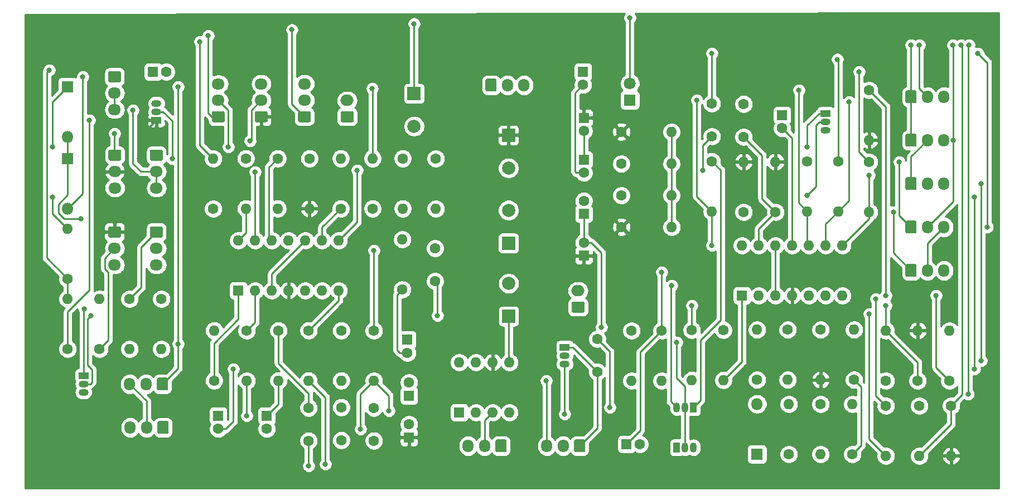
<source format=gtl>
G04 #@! TF.GenerationSoftware,KiCad,Pcbnew,(5.1.10)-1*
G04 #@! TF.CreationDate,2022-03-19T16:06:14-07:00*
G04 #@! TF.ProjectId,Noise Toaster,4e6f6973-6520-4546-9f61-737465722e6b,rev?*
G04 #@! TF.SameCoordinates,Original*
G04 #@! TF.FileFunction,Copper,L1,Top*
G04 #@! TF.FilePolarity,Positive*
%FSLAX46Y46*%
G04 Gerber Fmt 4.6, Leading zero omitted, Abs format (unit mm)*
G04 Created by KiCad (PCBNEW (5.1.10)-1) date 2022-03-19 16:06:14*
%MOMM*%
%LPD*%
G01*
G04 APERTURE LIST*
G04 #@! TA.AperFunction,ComponentPad*
%ADD10C,1.600000*%
G04 #@! TD*
G04 #@! TA.AperFunction,ComponentPad*
%ADD11O,1.600000X1.600000*%
G04 #@! TD*
G04 #@! TA.AperFunction,ComponentPad*
%ADD12O,1.950000X1.700000*%
G04 #@! TD*
G04 #@! TA.AperFunction,ComponentPad*
%ADD13R,1.600000X1.600000*%
G04 #@! TD*
G04 #@! TA.AperFunction,ComponentPad*
%ADD14O,2.000000X1.700000*%
G04 #@! TD*
G04 #@! TA.AperFunction,ComponentPad*
%ADD15C,2.000000*%
G04 #@! TD*
G04 #@! TA.AperFunction,ComponentPad*
%ADD16R,2.000000X2.000000*%
G04 #@! TD*
G04 #@! TA.AperFunction,ComponentPad*
%ADD17R,1.800000X1.800000*%
G04 #@! TD*
G04 #@! TA.AperFunction,ComponentPad*
%ADD18C,1.800000*%
G04 #@! TD*
G04 #@! TA.AperFunction,ComponentPad*
%ADD19O,1.800000X1.800000*%
G04 #@! TD*
G04 #@! TA.AperFunction,ComponentPad*
%ADD20O,1.500000X1.050000*%
G04 #@! TD*
G04 #@! TA.AperFunction,ComponentPad*
%ADD21R,1.500000X1.050000*%
G04 #@! TD*
G04 #@! TA.AperFunction,ComponentPad*
%ADD22R,1.050000X1.500000*%
G04 #@! TD*
G04 #@! TA.AperFunction,ComponentPad*
%ADD23O,1.050000X1.500000*%
G04 #@! TD*
G04 #@! TA.AperFunction,ComponentPad*
%ADD24O,1.700000X1.950000*%
G04 #@! TD*
G04 #@! TA.AperFunction,ViaPad*
%ADD25C,0.800000*%
G04 #@! TD*
G04 #@! TA.AperFunction,Conductor*
%ADD26C,0.254000*%
G04 #@! TD*
G04 #@! TA.AperFunction,Conductor*
%ADD27C,0.100000*%
G04 #@! TD*
G04 APERTURE END LIST*
D10*
X37338000Y-76708000D03*
D11*
X37338000Y-69088000D03*
G04 #@! TA.AperFunction,ComponentPad*
G36*
G01*
X38937800Y-46378000D02*
X40387800Y-46378000D01*
G75*
G02*
X40637800Y-46628000I0J-250000D01*
G01*
X40637800Y-47828000D01*
G75*
G02*
X40387800Y-48078000I-250000J0D01*
G01*
X38937800Y-48078000D01*
G75*
G02*
X38687800Y-47828000I0J250000D01*
G01*
X38687800Y-46628000D01*
G75*
G02*
X38937800Y-46378000I250000J0D01*
G01*
G37*
G04 #@! TD.AperFunction*
D12*
X39662800Y-49728000D03*
X39662800Y-52228000D03*
D13*
X58420000Y-67818000D03*
D11*
X73660000Y-60198000D03*
X60960000Y-67818000D03*
X71120000Y-60198000D03*
X63500000Y-67818000D03*
X68580000Y-60198000D03*
X66040000Y-67818000D03*
X66040000Y-60198000D03*
X68580000Y-67818000D03*
X63500000Y-60198000D03*
X71120000Y-67818000D03*
X60960000Y-60198000D03*
X73660000Y-67818000D03*
X58420000Y-60198000D03*
X134874000Y-60960000D03*
X150114000Y-68580000D03*
X137414000Y-60960000D03*
X147574000Y-68580000D03*
X139954000Y-60960000D03*
X145034000Y-68580000D03*
X142494000Y-60960000D03*
X142494000Y-68580000D03*
X145034000Y-60960000D03*
X139954000Y-68580000D03*
X147574000Y-60960000D03*
X137414000Y-68580000D03*
X150114000Y-60960000D03*
D13*
X134874000Y-68580000D03*
D14*
X74930000Y-38902000D03*
G04 #@! TA.AperFunction,ComponentPad*
G36*
G01*
X75680000Y-42252000D02*
X74180000Y-42252000D01*
G75*
G02*
X73930000Y-42002000I0J250000D01*
G01*
X73930000Y-40802000D01*
G75*
G02*
X74180000Y-40552000I250000J0D01*
G01*
X75680000Y-40552000D01*
G75*
G02*
X75930000Y-40802000I0J-250000D01*
G01*
X75930000Y-42002000D01*
G75*
G02*
X75680000Y-42252000I-250000J0D01*
G01*
G37*
G04 #@! TD.AperFunction*
D10*
X140970000Y-43148000D03*
D13*
X140970000Y-41148000D03*
D15*
X99419600Y-49196000D03*
D16*
X99419600Y-44196000D03*
X85090000Y-37846000D03*
D15*
X85090000Y-42846000D03*
D13*
X110849600Y-62519800D03*
D10*
X110849600Y-60519800D03*
D13*
X110849600Y-56169800D03*
D10*
X110849600Y-54169800D03*
D13*
X110744000Y-34544000D03*
D10*
X110744000Y-36544000D03*
D16*
X99419600Y-60614800D03*
D15*
X99419600Y-55614800D03*
D10*
X130302000Y-44370000D03*
X130302000Y-39370000D03*
X135128000Y-39450000D03*
X135128000Y-44450000D03*
D13*
X110849600Y-41564800D03*
D10*
X110849600Y-43564800D03*
X110849600Y-49914800D03*
D13*
X110849600Y-47914800D03*
D10*
X62738000Y-88868000D03*
D13*
X62738000Y-86868000D03*
X55372000Y-86868000D03*
D10*
X55372000Y-88868000D03*
X112907000Y-80184000D03*
X112907000Y-75184000D03*
X69088000Y-85662000D03*
X69088000Y-90662000D03*
X74029000Y-85582000D03*
X74029000Y-90582000D03*
X47466000Y-34544000D03*
D13*
X45466000Y-34544000D03*
D10*
X119348000Y-91186000D03*
D13*
X117348000Y-91186000D03*
D10*
X78994000Y-90662000D03*
X78994000Y-85662000D03*
X84328000Y-88170000D03*
D13*
X84328000Y-90170000D03*
D10*
X84074000Y-77296000D03*
D13*
X84074000Y-75296000D03*
X84328000Y-83820000D03*
D10*
X84328000Y-81820000D03*
X88269000Y-61406000D03*
X88269000Y-66406000D03*
D15*
X99445000Y-66740000D03*
D16*
X99445000Y-71740000D03*
D17*
X117856000Y-38862000D03*
D18*
X117856000Y-36322000D03*
D17*
X32512000Y-36830000D03*
D19*
X32512000Y-44450000D03*
X32512000Y-55372000D03*
D17*
X32512000Y-47752000D03*
D19*
X137160000Y-85090000D03*
D17*
X137160000Y-92710000D03*
G04 #@! TA.AperFunction,ComponentPad*
G36*
G01*
X110732000Y-71208000D02*
X109232000Y-71208000D01*
G75*
G02*
X108982000Y-70958000I0J250000D01*
G01*
X108982000Y-69758000D01*
G75*
G02*
X109232000Y-69508000I250000J0D01*
G01*
X110732000Y-69508000D01*
G75*
G02*
X110982000Y-69758000I0J-250000D01*
G01*
X110982000Y-70958000D01*
G75*
G02*
X110732000Y-71208000I-250000J0D01*
G01*
G37*
G04 #@! TD.AperFunction*
D14*
X109982000Y-67858000D03*
D20*
X147574000Y-42164000D03*
X147574000Y-43434000D03*
D21*
X147574000Y-40894000D03*
D22*
X127508000Y-85598000D03*
D23*
X124968000Y-85598000D03*
X126238000Y-85598000D03*
D20*
X34913000Y-82026000D03*
X34913000Y-83296000D03*
D21*
X34913000Y-80756000D03*
D20*
X107950000Y-77724000D03*
X107950000Y-78994000D03*
D21*
X107950000Y-76454000D03*
D22*
X124968000Y-91694000D03*
D23*
X127508000Y-91694000D03*
X126238000Y-91694000D03*
D20*
X45974000Y-40640000D03*
X45974000Y-39370000D03*
D21*
X45974000Y-41910000D03*
D11*
X154178000Y-44958000D03*
D10*
X154178000Y-37338000D03*
X166370000Y-81534000D03*
D11*
X166370000Y-73914000D03*
D10*
X166624000Y-85344000D03*
D11*
X166624000Y-92964000D03*
X149483000Y-55788800D03*
D10*
X149483000Y-48168800D03*
D11*
X144780000Y-55788800D03*
D10*
X144780000Y-48168800D03*
X161798000Y-85344000D03*
D11*
X161798000Y-92964000D03*
X83350800Y-55356000D03*
D10*
X83350800Y-47736000D03*
X78778800Y-55356000D03*
D11*
X78778800Y-47736000D03*
X73952800Y-47736000D03*
D10*
X73952800Y-55356000D03*
D11*
X154178000Y-55880000D03*
D10*
X154178000Y-48260000D03*
X116586000Y-58166000D03*
D11*
X124206000Y-58166000D03*
D10*
X116564600Y-53340000D03*
D11*
X124184600Y-53340000D03*
D10*
X135128000Y-55880000D03*
D11*
X135128000Y-48260000D03*
X88392000Y-55372000D03*
D10*
X88392000Y-47752000D03*
X116564600Y-43688000D03*
D11*
X124184600Y-43688000D03*
X139954000Y-48260000D03*
D10*
X139954000Y-55880000D03*
X130302000Y-48168800D03*
D11*
X130302000Y-55788800D03*
X137160000Y-73783000D03*
D10*
X137160000Y-81403000D03*
D11*
X124184600Y-48549800D03*
D10*
X116564600Y-48549800D03*
X74029000Y-73898000D03*
D11*
X74029000Y-81518000D03*
X141818600Y-81403000D03*
D10*
X141818600Y-73783000D03*
D11*
X146812000Y-81403000D03*
D10*
X146812000Y-73783000D03*
X64516000Y-73898000D03*
D11*
X64516000Y-81518000D03*
X59690000Y-81534000D03*
D10*
X59690000Y-73914000D03*
X146812000Y-85090000D03*
D11*
X146812000Y-92710000D03*
X78994000Y-81534000D03*
D10*
X78994000Y-73914000D03*
X151892000Y-81403000D03*
D11*
X151892000Y-73783000D03*
X151638000Y-85090000D03*
D10*
X151638000Y-92710000D03*
D11*
X141986000Y-85090000D03*
D10*
X141986000Y-92710000D03*
X41910000Y-69088000D03*
D11*
X41910000Y-76708000D03*
X46736000Y-76708000D03*
D10*
X46736000Y-69088000D03*
D11*
X54725000Y-73898000D03*
D10*
X54725000Y-81518000D03*
X127254000Y-73822800D03*
D11*
X127254000Y-81442800D03*
D10*
X161544000Y-81534000D03*
D11*
X161544000Y-73914000D03*
D10*
X32512000Y-66040000D03*
D11*
X32512000Y-58420000D03*
X156718000Y-92964000D03*
D10*
X156718000Y-85344000D03*
X156718000Y-81534000D03*
D11*
X156718000Y-73914000D03*
X32512000Y-69088000D03*
D10*
X32512000Y-76708000D03*
D11*
X132058600Y-81442800D03*
D10*
X132058600Y-73822800D03*
X122682000Y-73914000D03*
D11*
X122682000Y-81534000D03*
D10*
X54610000Y-55372000D03*
D11*
X54610000Y-47752000D03*
D10*
X59551000Y-47736000D03*
D11*
X59551000Y-55356000D03*
D10*
X69203000Y-47736000D03*
D11*
X69203000Y-55356000D03*
X64377000Y-55356000D03*
D10*
X64377000Y-47736000D03*
D11*
X118110000Y-81534000D03*
D10*
X118110000Y-73914000D03*
X69088000Y-73898000D03*
D11*
X69088000Y-81518000D03*
D10*
X83312000Y-67676000D03*
D11*
X83312000Y-60056000D03*
D12*
X61887800Y-36386000D03*
X61887800Y-38886000D03*
G04 #@! TA.AperFunction,ComponentPad*
G36*
G01*
X62612800Y-42236000D02*
X61162800Y-42236000D01*
G75*
G02*
X60912800Y-41986000I0J250000D01*
G01*
X60912800Y-40786000D01*
G75*
G02*
X61162800Y-40536000I250000J0D01*
G01*
X62612800Y-40536000D01*
G75*
G02*
X62862800Y-40786000I0J-250000D01*
G01*
X62862800Y-41986000D01*
G75*
G02*
X62612800Y-42236000I-250000J0D01*
G01*
G37*
G04 #@! TD.AperFunction*
G04 #@! TA.AperFunction,ComponentPad*
G36*
G01*
X69166000Y-42236000D02*
X67716000Y-42236000D01*
G75*
G02*
X67466000Y-41986000I0J250000D01*
G01*
X67466000Y-40786000D01*
G75*
G02*
X67716000Y-40536000I250000J0D01*
G01*
X69166000Y-40536000D01*
G75*
G02*
X69416000Y-40786000I0J-250000D01*
G01*
X69416000Y-41986000D01*
G75*
G02*
X69166000Y-42236000I-250000J0D01*
G01*
G37*
G04 #@! TD.AperFunction*
X68441000Y-38886000D03*
X68441000Y-36386000D03*
G04 #@! TA.AperFunction,ComponentPad*
G36*
G01*
X56097000Y-42252000D02*
X54647000Y-42252000D01*
G75*
G02*
X54397000Y-42002000I0J250000D01*
G01*
X54397000Y-40802000D01*
G75*
G02*
X54647000Y-40552000I250000J0D01*
G01*
X56097000Y-40552000D01*
G75*
G02*
X56347000Y-40802000I0J-250000D01*
G01*
X56347000Y-42002000D01*
G75*
G02*
X56097000Y-42252000I-250000J0D01*
G01*
G37*
G04 #@! TD.AperFunction*
X55372000Y-38902000D03*
X55372000Y-36402000D03*
G04 #@! TA.AperFunction,ComponentPad*
G36*
G01*
X95924000Y-37301000D02*
X95924000Y-35851000D01*
G75*
G02*
X96174000Y-35601000I250000J0D01*
G01*
X97374000Y-35601000D01*
G75*
G02*
X97624000Y-35851000I0J-250000D01*
G01*
X97624000Y-37301000D01*
G75*
G02*
X97374000Y-37551000I-250000J0D01*
G01*
X96174000Y-37551000D01*
G75*
G02*
X95924000Y-37301000I0J250000D01*
G01*
G37*
G04 #@! TD.AperFunction*
D24*
X99274000Y-36576000D03*
X101774000Y-36576000D03*
G04 #@! TA.AperFunction,ComponentPad*
G36*
G01*
X159678000Y-52287000D02*
X159678000Y-50837000D01*
G75*
G02*
X159928000Y-50587000I250000J0D01*
G01*
X161128000Y-50587000D01*
G75*
G02*
X161378000Y-50837000I0J-250000D01*
G01*
X161378000Y-52287000D01*
G75*
G02*
X161128000Y-52537000I-250000J0D01*
G01*
X159928000Y-52537000D01*
G75*
G02*
X159678000Y-52287000I0J250000D01*
G01*
G37*
G04 #@! TD.AperFunction*
X163028000Y-51562000D03*
X165528000Y-51562000D03*
X41901800Y-82042000D03*
X44401800Y-82042000D03*
G04 #@! TA.AperFunction,ComponentPad*
G36*
G01*
X47751800Y-81317000D02*
X47751800Y-82767000D01*
G75*
G02*
X47501800Y-83017000I-250000J0D01*
G01*
X46301800Y-83017000D01*
G75*
G02*
X46051800Y-82767000I0J250000D01*
G01*
X46051800Y-81317000D01*
G75*
G02*
X46301800Y-81067000I250000J0D01*
G01*
X47501800Y-81067000D01*
G75*
G02*
X47751800Y-81317000I0J-250000D01*
G01*
G37*
G04 #@! TD.AperFunction*
G04 #@! TA.AperFunction,ComponentPad*
G36*
G01*
X45249000Y-46394000D02*
X46699000Y-46394000D01*
G75*
G02*
X46949000Y-46644000I0J-250000D01*
G01*
X46949000Y-47844000D01*
G75*
G02*
X46699000Y-48094000I-250000J0D01*
G01*
X45249000Y-48094000D01*
G75*
G02*
X44999000Y-47844000I0J250000D01*
G01*
X44999000Y-46644000D01*
G75*
G02*
X45249000Y-46394000I250000J0D01*
G01*
G37*
G04 #@! TD.AperFunction*
D12*
X45974000Y-49744000D03*
X45974000Y-52244000D03*
X39624000Y-40306000D03*
X39624000Y-37806000D03*
G04 #@! TA.AperFunction,ComponentPad*
G36*
G01*
X38899000Y-34456000D02*
X40349000Y-34456000D01*
G75*
G02*
X40599000Y-34706000I0J-250000D01*
G01*
X40599000Y-35906000D01*
G75*
G02*
X40349000Y-36156000I-250000J0D01*
G01*
X38899000Y-36156000D01*
G75*
G02*
X38649000Y-35906000I0J250000D01*
G01*
X38649000Y-34706000D01*
G75*
G02*
X38899000Y-34456000I250000J0D01*
G01*
G37*
G04 #@! TD.AperFunction*
G04 #@! TA.AperFunction,ComponentPad*
G36*
G01*
X47840000Y-87921000D02*
X47840000Y-89371000D01*
G75*
G02*
X47590000Y-89621000I-250000J0D01*
G01*
X46390000Y-89621000D01*
G75*
G02*
X46140000Y-89371000I0J250000D01*
G01*
X46140000Y-87921000D01*
G75*
G02*
X46390000Y-87671000I250000J0D01*
G01*
X47590000Y-87671000D01*
G75*
G02*
X47840000Y-87921000I0J-250000D01*
G01*
G37*
G04 #@! TD.AperFunction*
D24*
X44490000Y-88646000D03*
X41990000Y-88646000D03*
G04 #@! TA.AperFunction,ComponentPad*
G36*
G01*
X99148000Y-90715000D02*
X99148000Y-92165000D01*
G75*
G02*
X98898000Y-92415000I-250000J0D01*
G01*
X97698000Y-92415000D01*
G75*
G02*
X97448000Y-92165000I0J250000D01*
G01*
X97448000Y-90715000D01*
G75*
G02*
X97698000Y-90465000I250000J0D01*
G01*
X98898000Y-90465000D01*
G75*
G02*
X99148000Y-90715000I0J-250000D01*
G01*
G37*
G04 #@! TD.AperFunction*
X95798000Y-91440000D03*
X93298000Y-91440000D03*
G04 #@! TA.AperFunction,ComponentPad*
G36*
G01*
X159678000Y-39079000D02*
X159678000Y-37629000D01*
G75*
G02*
X159928000Y-37379000I250000J0D01*
G01*
X161128000Y-37379000D01*
G75*
G02*
X161378000Y-37629000I0J-250000D01*
G01*
X161378000Y-39079000D01*
G75*
G02*
X161128000Y-39329000I-250000J0D01*
G01*
X159928000Y-39329000D01*
G75*
G02*
X159678000Y-39079000I0J250000D01*
G01*
G37*
G04 #@! TD.AperFunction*
X163028000Y-38354000D03*
X165528000Y-38354000D03*
X165528000Y-64770000D03*
X163028000Y-64770000D03*
G04 #@! TA.AperFunction,ComponentPad*
G36*
G01*
X159678000Y-65495000D02*
X159678000Y-64045000D01*
G75*
G02*
X159928000Y-63795000I250000J0D01*
G01*
X161128000Y-63795000D01*
G75*
G02*
X161378000Y-64045000I0J-250000D01*
G01*
X161378000Y-65495000D01*
G75*
G02*
X161128000Y-65745000I-250000J0D01*
G01*
X159928000Y-65745000D01*
G75*
G02*
X159678000Y-65495000I0J250000D01*
G01*
G37*
G04 #@! TD.AperFunction*
X165528000Y-58166000D03*
X163028000Y-58166000D03*
G04 #@! TA.AperFunction,ComponentPad*
G36*
G01*
X159678000Y-58891000D02*
X159678000Y-57441000D01*
G75*
G02*
X159928000Y-57191000I250000J0D01*
G01*
X161128000Y-57191000D01*
G75*
G02*
X161378000Y-57441000I0J-250000D01*
G01*
X161378000Y-58891000D01*
G75*
G02*
X161128000Y-59141000I-250000J0D01*
G01*
X159928000Y-59141000D01*
G75*
G02*
X159678000Y-58891000I0J250000D01*
G01*
G37*
G04 #@! TD.AperFunction*
G04 #@! TA.AperFunction,ComponentPad*
G36*
G01*
X111086000Y-90715000D02*
X111086000Y-92165000D01*
G75*
G02*
X110836000Y-92415000I-250000J0D01*
G01*
X109636000Y-92415000D01*
G75*
G02*
X109386000Y-92165000I0J250000D01*
G01*
X109386000Y-90715000D01*
G75*
G02*
X109636000Y-90465000I250000J0D01*
G01*
X110836000Y-90465000D01*
G75*
G02*
X111086000Y-90715000I0J-250000D01*
G01*
G37*
G04 #@! TD.AperFunction*
X107736000Y-91440000D03*
X105236000Y-91440000D03*
G04 #@! TA.AperFunction,ComponentPad*
G36*
G01*
X159678000Y-45683000D02*
X159678000Y-44233000D01*
G75*
G02*
X159928000Y-43983000I250000J0D01*
G01*
X161128000Y-43983000D01*
G75*
G02*
X161378000Y-44233000I0J-250000D01*
G01*
X161378000Y-45683000D01*
G75*
G02*
X161128000Y-45933000I-250000J0D01*
G01*
X159928000Y-45933000D01*
G75*
G02*
X159678000Y-45683000I0J250000D01*
G01*
G37*
G04 #@! TD.AperFunction*
X163028000Y-44958000D03*
X165528000Y-44958000D03*
D12*
X45974000Y-63928000D03*
X45974000Y-61428000D03*
G04 #@! TA.AperFunction,ComponentPad*
G36*
G01*
X45249000Y-58078000D02*
X46699000Y-58078000D01*
G75*
G02*
X46949000Y-58328000I0J-250000D01*
G01*
X46949000Y-59528000D01*
G75*
G02*
X46699000Y-59778000I-250000J0D01*
G01*
X45249000Y-59778000D01*
G75*
G02*
X44999000Y-59528000I0J250000D01*
G01*
X44999000Y-58328000D01*
G75*
G02*
X45249000Y-58078000I250000J0D01*
G01*
G37*
G04 #@! TD.AperFunction*
X39624000Y-63928000D03*
X39624000Y-61428000D03*
G04 #@! TA.AperFunction,ComponentPad*
G36*
G01*
X38899000Y-58078000D02*
X40349000Y-58078000D01*
G75*
G02*
X40599000Y-58328000I0J-250000D01*
G01*
X40599000Y-59528000D01*
G75*
G02*
X40349000Y-59778000I-250000J0D01*
G01*
X38899000Y-59778000D01*
G75*
G02*
X38649000Y-59528000I0J250000D01*
G01*
X38649000Y-58328000D01*
G75*
G02*
X38899000Y-58078000I250000J0D01*
G01*
G37*
G04 #@! TD.AperFunction*
D13*
X91948000Y-86360000D03*
D11*
X99568000Y-78740000D03*
X94488000Y-86360000D03*
X97028000Y-78740000D03*
X97028000Y-86360000D03*
X94488000Y-78740000D03*
X99568000Y-86360000D03*
X91948000Y-78740000D03*
D25*
X39624000Y-43942000D03*
X151130000Y-39116000D03*
X43434000Y-47752000D03*
X168148000Y-30480000D03*
X85090000Y-27248000D03*
X124968000Y-75692000D03*
X113538000Y-73406000D03*
X49276000Y-36830000D03*
X78994000Y-61722000D03*
X49276000Y-75946000D03*
X158750000Y-48260000D03*
X152654000Y-34544000D03*
X157842000Y-55880000D03*
X154178000Y-50292000D03*
X128924000Y-49530000D03*
X130302000Y-31750000D03*
X172104000Y-58166000D03*
X170688000Y-31750000D03*
X128016000Y-38862000D03*
X130302000Y-60960000D03*
X76962000Y-88900000D03*
X81280000Y-86106000D03*
X59690000Y-86868000D03*
X57658000Y-79756000D03*
X114808000Y-85598000D03*
X124206000Y-67056000D03*
X69088000Y-94488000D03*
X29718000Y-34290000D03*
X122682000Y-65024000D03*
X88646000Y-71628000D03*
X169202001Y-83566000D03*
X169329003Y-30480000D03*
X117856000Y-26340000D03*
X30226000Y-45974000D03*
X34544000Y-56896000D03*
X34798000Y-35306000D03*
X155194000Y-69088000D03*
X144780000Y-45974000D03*
X144780000Y-53340000D03*
X76454000Y-49530000D03*
X36068000Y-71628000D03*
X35052000Y-70612000D03*
X107950000Y-86614000D03*
X52578000Y-29972000D03*
X160528000Y-30480000D03*
X60960000Y-49784000D03*
X48368000Y-47752000D03*
X35814000Y-41910000D03*
X143510000Y-37338000D03*
X156718000Y-68580000D03*
X164338000Y-68580000D03*
X149352000Y-32658000D03*
X60198000Y-45066000D03*
X78740000Y-37084000D03*
X56896000Y-45974000D03*
X171196000Y-78486000D03*
X171196000Y-51562000D03*
X170180000Y-79756000D03*
X170180000Y-53594000D03*
X154178000Y-71374000D03*
X127254000Y-70104000D03*
X156718000Y-70104000D03*
X30226000Y-53594000D03*
X42418000Y-40386000D03*
X105156000Y-81534000D03*
X71628000Y-94234000D03*
X166870947Y-30487053D03*
X66548000Y-28156000D03*
X166886010Y-44949990D03*
X53848000Y-29064000D03*
X161798000Y-30480000D03*
D26*
X82512001Y-68475999D02*
X83312000Y-67676000D01*
X82512001Y-76865371D02*
X82512001Y-68475999D01*
X82942630Y-77296000D02*
X82512001Y-76865371D01*
X84074000Y-77296000D02*
X82942630Y-77296000D01*
X109718230Y-49914800D02*
X110849600Y-49914800D01*
X109541599Y-49738169D02*
X109718230Y-49914800D01*
X109541599Y-37746401D02*
X109541599Y-49738169D01*
X110744000Y-36544000D02*
X109541599Y-37746401D01*
X142494000Y-44672000D02*
X140970000Y-43148000D01*
X142494000Y-60960000D02*
X142494000Y-44672000D01*
X39624000Y-47189200D02*
X39662800Y-47228000D01*
X39624000Y-43942000D02*
X39624000Y-47189200D01*
X147574000Y-57697800D02*
X149483000Y-55788800D01*
X147574000Y-60960000D02*
X147574000Y-57697800D01*
X151130000Y-54141800D02*
X151130000Y-39116000D01*
X149483000Y-55788800D02*
X151130000Y-54141800D01*
X43434000Y-44450000D02*
X43434000Y-47752000D01*
X45974000Y-41910000D02*
X43434000Y-44450000D01*
X168294001Y-30626001D02*
X168148000Y-30480000D01*
X168294001Y-83673999D02*
X168294001Y-30626001D01*
X166624000Y-85344000D02*
X168294001Y-83673999D01*
X166624000Y-88138000D02*
X161798000Y-92964000D01*
X166624000Y-85344000D02*
X166624000Y-88138000D01*
X85090000Y-37846000D02*
X85090000Y-27248000D01*
X110849600Y-47914800D02*
X110849600Y-43564800D01*
X110849600Y-56169800D02*
X110849600Y-60519800D01*
X124206000Y-53361400D02*
X124184600Y-53340000D01*
X124206000Y-58166000D02*
X124206000Y-53361400D01*
X124184600Y-53340000D02*
X124184600Y-48549800D01*
X124184600Y-48549800D02*
X124184600Y-43688000D01*
X139954000Y-60960000D02*
X139954000Y-68580000D01*
X126238000Y-91694000D02*
X126238000Y-85598000D01*
X124968000Y-81092642D02*
X124968000Y-75692000D01*
X126238000Y-82362642D02*
X124968000Y-81092642D01*
X126238000Y-85598000D02*
X126238000Y-82362642D01*
X111980970Y-60519800D02*
X110849600Y-60519800D01*
X113538000Y-62076830D02*
X111980970Y-60519800D01*
X113538000Y-73406000D02*
X113538000Y-62076830D01*
X49276000Y-79667800D02*
X46901800Y-82042000D01*
X63500000Y-65278000D02*
X68580000Y-60198000D01*
X63500000Y-67818000D02*
X63500000Y-65278000D01*
X78994000Y-73914000D02*
X78994000Y-61722000D01*
X49276000Y-75946000D02*
X49276000Y-79667800D01*
X49276000Y-36830000D02*
X49276000Y-75946000D01*
X158750000Y-56388000D02*
X158750000Y-48260000D01*
X160528000Y-58166000D02*
X158750000Y-56388000D01*
X152654000Y-46736000D02*
X152654000Y-34544000D01*
X154178000Y-48260000D02*
X152654000Y-46736000D01*
X157842000Y-62084000D02*
X157842000Y-55880000D01*
X160528000Y-64770000D02*
X157842000Y-62084000D01*
X154178000Y-56896000D02*
X154178000Y-55880000D01*
X150114000Y-60960000D02*
X154178000Y-56896000D01*
X154178000Y-50292000D02*
X154178000Y-55880000D01*
X128924000Y-45748000D02*
X130302000Y-44370000D01*
X128924000Y-49530000D02*
X128924000Y-45748000D01*
X163028000Y-60666000D02*
X165528000Y-58166000D01*
X163028000Y-64770000D02*
X163028000Y-60666000D01*
X130302000Y-31750000D02*
X130302000Y-39370000D01*
X172104000Y-33166000D02*
X170688000Y-31750000D01*
X172104000Y-58166000D02*
X172104000Y-33166000D01*
X135128000Y-44450000D02*
X137922000Y-47244000D01*
X137922000Y-53848000D02*
X139954000Y-55880000D01*
X137922000Y-47244000D02*
X137922000Y-53848000D01*
X137414000Y-58420000D02*
X139954000Y-55880000D01*
X137414000Y-60960000D02*
X137414000Y-58420000D01*
X128016000Y-53502800D02*
X130302000Y-55788800D01*
X128016000Y-38862000D02*
X128016000Y-53502800D01*
X130302000Y-55788800D02*
X130302000Y-60960000D01*
X76962000Y-83566000D02*
X78994000Y-81534000D01*
X76962000Y-88900000D02*
X76962000Y-83566000D01*
X81280000Y-83820000D02*
X81280000Y-86106000D01*
X78994000Y-81534000D02*
X81280000Y-83820000D01*
X64516000Y-85090000D02*
X62738000Y-86868000D01*
X64516000Y-81518000D02*
X64516000Y-85090000D01*
X59690000Y-86868000D02*
X59690000Y-81534000D01*
X57658000Y-87713370D02*
X57658000Y-79756000D01*
X56503370Y-88868000D02*
X57658000Y-87713370D01*
X55372000Y-88868000D02*
X56503370Y-88868000D01*
X114808000Y-77085000D02*
X112907000Y-75184000D01*
X114808000Y-85598000D02*
X114808000Y-77085000D01*
X124059999Y-67202001D02*
X124206000Y-67056000D01*
X124059999Y-84689999D02*
X124059999Y-67202001D01*
X124968000Y-85598000D02*
X124059999Y-84689999D01*
X112907000Y-88769000D02*
X110236000Y-91440000D01*
X112907000Y-80184000D02*
X112907000Y-88769000D01*
X109177000Y-76454000D02*
X107950000Y-76454000D01*
X112907000Y-80184000D02*
X109177000Y-76454000D01*
X134874000Y-78627400D02*
X134874000Y-68580000D01*
X132058600Y-81442800D02*
X134874000Y-78627400D01*
X60960000Y-72644000D02*
X59690000Y-73914000D01*
X60960000Y-67818000D02*
X60960000Y-72644000D01*
X69088000Y-83453842D02*
X69088000Y-85662000D01*
X64516000Y-78881842D02*
X69088000Y-83453842D01*
X64516000Y-73898000D02*
X64516000Y-78881842D01*
X44490000Y-84630200D02*
X41901800Y-82042000D01*
X44490000Y-88646000D02*
X44490000Y-84630200D01*
X69088000Y-94488000D02*
X69088000Y-90662000D01*
X58420000Y-72138842D02*
X58420000Y-67818000D01*
X54725000Y-75833842D02*
X58420000Y-72138842D01*
X54725000Y-81518000D02*
X54725000Y-75833842D01*
X29317999Y-62845999D02*
X32512000Y-66040000D01*
X29317999Y-34690001D02*
X29317999Y-62845999D01*
X29718000Y-34290000D02*
X29317999Y-34690001D01*
X32512000Y-66040000D02*
X32512000Y-69088000D01*
X119418001Y-77177999D02*
X122682000Y-73914000D01*
X119418001Y-89115999D02*
X119418001Y-77177999D01*
X117348000Y-91186000D02*
X119418001Y-89115999D01*
X122682000Y-65024000D02*
X122682000Y-73914000D01*
X99445000Y-78617000D02*
X99568000Y-78740000D01*
X99445000Y-71740000D02*
X99445000Y-78617000D01*
X88646000Y-66783000D02*
X88269000Y-66406000D01*
X88646000Y-71628000D02*
X88646000Y-66783000D01*
X169202001Y-30607002D02*
X169329003Y-30480000D01*
X169202001Y-83566000D02*
X169202001Y-30607002D01*
X117856000Y-36322000D02*
X117856000Y-26340000D01*
X30226000Y-39116000D02*
X30226000Y-45974000D01*
X32512000Y-36830000D02*
X30226000Y-39116000D01*
X32512000Y-47752000D02*
X32512000Y-44450000D01*
X31103999Y-56047841D02*
X31952158Y-56896000D01*
X31103999Y-54696159D02*
X31103999Y-56047841D01*
X31952158Y-56896000D02*
X34544000Y-56896000D01*
X32512000Y-53288158D02*
X31103999Y-54696159D01*
X32512000Y-47752000D02*
X32512000Y-53288158D01*
X34798000Y-53086000D02*
X34798000Y-35306000D01*
X32512000Y-55372000D02*
X34798000Y-53086000D01*
X155194000Y-83820000D02*
X156718000Y-85344000D01*
X155194000Y-69088000D02*
X155194000Y-83820000D01*
X144780000Y-42684000D02*
X144780000Y-45974000D01*
X146570000Y-40894000D02*
X144780000Y-42684000D01*
X147574000Y-40894000D02*
X146570000Y-40894000D01*
X128562001Y-75383557D02*
X128562001Y-84543999D01*
X131610001Y-72335557D02*
X128562001Y-75383557D01*
X131610001Y-49476801D02*
X131610001Y-72335557D01*
X128562001Y-84543999D02*
X127508000Y-85598000D01*
X130302000Y-48168800D02*
X131610001Y-49476801D01*
X146088001Y-52031999D02*
X144780000Y-53340000D01*
X146088001Y-42645999D02*
X146088001Y-52031999D01*
X146570000Y-42164000D02*
X146088001Y-42645999D01*
X147574000Y-42164000D02*
X146570000Y-42164000D01*
X76454000Y-57404000D02*
X76454000Y-49530000D01*
X73660000Y-60198000D02*
X76454000Y-57404000D01*
X35548010Y-72147990D02*
X36068000Y-71628000D01*
X35548010Y-79201608D02*
X35548010Y-72147990D01*
X36171001Y-79824599D02*
X35548010Y-79201608D01*
X36171001Y-81771999D02*
X36171001Y-79824599D01*
X35917000Y-82026000D02*
X36171001Y-81771999D01*
X34913000Y-82026000D02*
X35917000Y-82026000D01*
X45974000Y-58928000D02*
X43688000Y-61214000D01*
X43688000Y-67310000D02*
X41910000Y-69088000D01*
X43688000Y-61214000D02*
X43688000Y-67310000D01*
X34913000Y-70751000D02*
X35052000Y-70612000D01*
X34913000Y-80756000D02*
X34913000Y-70751000D01*
X107950000Y-78994000D02*
X107950000Y-86614000D01*
X152946001Y-82457001D02*
X151892000Y-81403000D01*
X152946001Y-91401999D02*
X152946001Y-82457001D01*
X151638000Y-92710000D02*
X152946001Y-91401999D01*
X160528000Y-44958000D02*
X160528000Y-38354000D01*
X52578000Y-45720000D02*
X52578000Y-29972000D01*
X54610000Y-47752000D02*
X52578000Y-45720000D01*
X160528000Y-30480000D02*
X160528000Y-38354000D01*
X60960000Y-60198000D02*
X60960000Y-49784000D01*
X48368000Y-42030000D02*
X48368000Y-47752000D01*
X46978000Y-40640000D02*
X48368000Y-42030000D01*
X45974000Y-40640000D02*
X46978000Y-40640000D01*
X35814000Y-67721842D02*
X35814000Y-41910000D01*
X32512000Y-71023842D02*
X35814000Y-67721842D01*
X32512000Y-76708000D02*
X32512000Y-71023842D01*
X144780000Y-60706000D02*
X145034000Y-60960000D01*
X144780000Y-55788800D02*
X144780000Y-60706000D01*
X143471999Y-37376001D02*
X143510000Y-37338000D01*
X143471999Y-54480799D02*
X143471999Y-37376001D01*
X144780000Y-55788800D02*
X143471999Y-54480799D01*
X154178000Y-37338000D02*
X156464000Y-39624000D01*
X156718000Y-39878000D02*
X156718000Y-68580000D01*
X156464000Y-39624000D02*
X156718000Y-39878000D01*
X164338000Y-79502000D02*
X166370000Y-81534000D01*
X164338000Y-68580000D02*
X164338000Y-79502000D01*
X149483000Y-32789000D02*
X149352000Y-32658000D01*
X149483000Y-48168800D02*
X149483000Y-32789000D01*
X60404790Y-44859210D02*
X60198000Y-45066000D01*
X60404790Y-40369010D02*
X60404790Y-44859210D01*
X61887800Y-38886000D02*
X60404790Y-40369010D01*
X71120000Y-58188800D02*
X73952800Y-55356000D01*
X71120000Y-60198000D02*
X71120000Y-58188800D01*
X78778800Y-37122800D02*
X78740000Y-37084000D01*
X78778800Y-47736000D02*
X78778800Y-37122800D01*
X56896000Y-40426000D02*
X56896000Y-45974000D01*
X55372000Y-38902000D02*
X56896000Y-40426000D01*
X171196000Y-78486000D02*
X171196000Y-51562000D01*
X170180000Y-79756000D02*
X170180000Y-53594000D01*
X38140990Y-62911010D02*
X39624000Y-61428000D01*
X38140990Y-64490506D02*
X38140990Y-62911010D01*
X38646001Y-75399999D02*
X38646001Y-64995517D01*
X38646001Y-64995517D02*
X38140990Y-64490506D01*
X37338000Y-76708000D02*
X38646001Y-75399999D01*
X154178000Y-90424000D02*
X156718000Y-92964000D01*
X154178000Y-71374000D02*
X154178000Y-90424000D01*
X127254000Y-70104000D02*
X127254000Y-73822800D01*
X156718000Y-70104000D02*
X156718000Y-73914000D01*
X161544000Y-78740000D02*
X156718000Y-73914000D01*
X161544000Y-81534000D02*
X161544000Y-78740000D01*
X30226000Y-56134000D02*
X32512000Y-58420000D01*
X30226000Y-53594000D02*
X30226000Y-56134000D01*
X45974000Y-49744000D02*
X45974000Y-52244000D01*
X39624000Y-40306000D02*
X39624000Y-37806000D01*
X45974000Y-49744000D02*
X43648000Y-49744000D01*
X42418000Y-48514000D02*
X42418000Y-40386000D01*
X43648000Y-49744000D02*
X42418000Y-48514000D01*
X63068999Y-49044001D02*
X64377000Y-47736000D01*
X63068999Y-59766999D02*
X63068999Y-49044001D01*
X63500000Y-60198000D02*
X63068999Y-59766999D01*
X59551000Y-59067000D02*
X58420000Y-60198000D01*
X59551000Y-55356000D02*
X59551000Y-59067000D01*
X105236000Y-81614000D02*
X105156000Y-81534000D01*
X105236000Y-91440000D02*
X105236000Y-81614000D01*
X71628000Y-84058000D02*
X71628000Y-94234000D01*
X69088000Y-81518000D02*
X71628000Y-84058000D01*
X73660000Y-69326000D02*
X69088000Y-73898000D01*
X73660000Y-67818000D02*
X73660000Y-69326000D01*
X166886010Y-30502116D02*
X166870947Y-30487053D01*
X163028000Y-58166000D02*
X166886010Y-54307990D01*
X66548000Y-39493000D02*
X68441000Y-41386000D01*
X66548000Y-28156000D02*
X66548000Y-39493000D01*
X166886010Y-44949990D02*
X166886010Y-30502116D01*
X166886010Y-54307990D02*
X166886010Y-44949990D01*
X53848000Y-40853000D02*
X53848000Y-29064000D01*
X54397000Y-41402000D02*
X53848000Y-40853000D01*
X55372000Y-41402000D02*
X54397000Y-41402000D01*
X161798000Y-37124000D02*
X163028000Y-38354000D01*
X161798000Y-30480000D02*
X161798000Y-37124000D01*
X160528000Y-47458000D02*
X163028000Y-44958000D01*
X160528000Y-51562000D02*
X160528000Y-47458000D01*
X95798000Y-87590000D02*
X97028000Y-86360000D01*
X95798000Y-91440000D02*
X95798000Y-87590000D01*
X173838000Y-97892000D02*
X26060000Y-97892000D01*
X26060000Y-90520665D01*
X67653000Y-90520665D01*
X67653000Y-90803335D01*
X67708147Y-91080574D01*
X67816320Y-91341727D01*
X67973363Y-91576759D01*
X68173241Y-91776637D01*
X68326001Y-91878708D01*
X68326000Y-93786289D01*
X68284063Y-93828226D01*
X68170795Y-93997744D01*
X68092774Y-94186102D01*
X68053000Y-94386061D01*
X68053000Y-94589939D01*
X68092774Y-94789898D01*
X68170795Y-94978256D01*
X68284063Y-95147774D01*
X68428226Y-95291937D01*
X68597744Y-95405205D01*
X68786102Y-95483226D01*
X68986061Y-95523000D01*
X69189939Y-95523000D01*
X69389898Y-95483226D01*
X69578256Y-95405205D01*
X69747774Y-95291937D01*
X69891937Y-95147774D01*
X70005205Y-94978256D01*
X70083226Y-94789898D01*
X70123000Y-94589939D01*
X70123000Y-94386061D01*
X70083226Y-94186102D01*
X70005205Y-93997744D01*
X69891937Y-93828226D01*
X69850000Y-93786289D01*
X69850000Y-91878707D01*
X70002759Y-91776637D01*
X70202637Y-91576759D01*
X70359680Y-91341727D01*
X70467853Y-91080574D01*
X70523000Y-90803335D01*
X70523000Y-90520665D01*
X70467853Y-90243426D01*
X70359680Y-89982273D01*
X70202637Y-89747241D01*
X70002759Y-89547363D01*
X69767727Y-89390320D01*
X69506574Y-89282147D01*
X69229335Y-89227000D01*
X68946665Y-89227000D01*
X68669426Y-89282147D01*
X68408273Y-89390320D01*
X68173241Y-89547363D01*
X67973363Y-89747241D01*
X67816320Y-89982273D01*
X67708147Y-90243426D01*
X67653000Y-90520665D01*
X26060000Y-90520665D01*
X26060000Y-34690001D01*
X28552313Y-34690001D01*
X28555999Y-34727424D01*
X28556000Y-62808566D01*
X28552313Y-62845999D01*
X28567026Y-62995377D01*
X28610598Y-63139014D01*
X28681354Y-63271391D01*
X28721083Y-63319800D01*
X28776578Y-63387421D01*
X28805648Y-63411278D01*
X31112843Y-65718473D01*
X31077000Y-65898665D01*
X31077000Y-66181335D01*
X31132147Y-66458574D01*
X31240320Y-66719727D01*
X31397363Y-66954759D01*
X31597241Y-67154637D01*
X31750000Y-67256707D01*
X31750001Y-67871293D01*
X31597241Y-67973363D01*
X31397363Y-68173241D01*
X31240320Y-68408273D01*
X31132147Y-68669426D01*
X31077000Y-68946665D01*
X31077000Y-69229335D01*
X31132147Y-69506574D01*
X31240320Y-69767727D01*
X31397363Y-70002759D01*
X31597241Y-70202637D01*
X31832273Y-70359680D01*
X32020547Y-70437665D01*
X31999649Y-70458563D01*
X31970579Y-70482420D01*
X31946722Y-70511490D01*
X31946721Y-70511491D01*
X31875355Y-70598450D01*
X31804599Y-70730827D01*
X31761027Y-70874464D01*
X31746314Y-71023842D01*
X31750001Y-71061275D01*
X31750000Y-75491293D01*
X31597241Y-75593363D01*
X31397363Y-75793241D01*
X31240320Y-76028273D01*
X31132147Y-76289426D01*
X31077000Y-76566665D01*
X31077000Y-76849335D01*
X31132147Y-77126574D01*
X31240320Y-77387727D01*
X31397363Y-77622759D01*
X31597241Y-77822637D01*
X31832273Y-77979680D01*
X32093426Y-78087853D01*
X32370665Y-78143000D01*
X32653335Y-78143000D01*
X32930574Y-78087853D01*
X33191727Y-77979680D01*
X33426759Y-77822637D01*
X33626637Y-77622759D01*
X33783680Y-77387727D01*
X33891853Y-77126574D01*
X33947000Y-76849335D01*
X33947000Y-76566665D01*
X33891853Y-76289426D01*
X33783680Y-76028273D01*
X33626637Y-75793241D01*
X33426759Y-75593363D01*
X33274000Y-75491293D01*
X33274000Y-71339472D01*
X34017000Y-70596472D01*
X34017000Y-70713939D01*
X34056774Y-70913898D01*
X34134795Y-71102256D01*
X34151001Y-71126510D01*
X34151000Y-79594110D01*
X34038518Y-79605188D01*
X33918820Y-79641498D01*
X33808506Y-79700463D01*
X33711815Y-79779815D01*
X33632463Y-79876506D01*
X33573498Y-79986820D01*
X33537188Y-80106518D01*
X33524928Y-80231000D01*
X33524928Y-81281000D01*
X33537188Y-81405482D01*
X33573498Y-81525180D01*
X33608093Y-81589902D01*
X33544785Y-81798600D01*
X33522388Y-82026000D01*
X33544785Y-82253400D01*
X33611115Y-82472060D01*
X33712105Y-82661000D01*
X33611115Y-82849940D01*
X33544785Y-83068600D01*
X33522388Y-83296000D01*
X33544785Y-83523400D01*
X33611115Y-83742060D01*
X33718829Y-83943579D01*
X33863788Y-84120212D01*
X34040421Y-84265171D01*
X34241940Y-84372885D01*
X34460600Y-84439215D01*
X34631021Y-84456000D01*
X35194979Y-84456000D01*
X35365400Y-84439215D01*
X35584060Y-84372885D01*
X35785579Y-84265171D01*
X35962212Y-84120212D01*
X36107171Y-83943579D01*
X36214885Y-83742060D01*
X36281215Y-83523400D01*
X36303612Y-83296000D01*
X36281215Y-83068600D01*
X36214885Y-82849940D01*
X36160606Y-82748390D01*
X36210015Y-82733402D01*
X36342392Y-82662645D01*
X36458422Y-82567422D01*
X36482285Y-82538345D01*
X36683344Y-82337285D01*
X36712423Y-82313421D01*
X36807646Y-82197391D01*
X36878403Y-82065014D01*
X36921975Y-81921377D01*
X36929590Y-81844050D01*
X40416800Y-81844050D01*
X40416800Y-82239949D01*
X40438287Y-82458110D01*
X40523201Y-82738033D01*
X40661094Y-82996013D01*
X40846666Y-83222134D01*
X41072786Y-83407706D01*
X41330766Y-83545599D01*
X41610689Y-83630513D01*
X41901800Y-83659185D01*
X42192910Y-83630513D01*
X42361532Y-83579362D01*
X43728001Y-84945831D01*
X43728000Y-87244475D01*
X43660987Y-87280294D01*
X43434866Y-87465866D01*
X43249294Y-87691986D01*
X43240000Y-87709374D01*
X43230706Y-87691986D01*
X43045134Y-87465866D01*
X42819014Y-87280294D01*
X42561034Y-87142401D01*
X42281111Y-87057487D01*
X41990000Y-87028815D01*
X41698890Y-87057487D01*
X41418967Y-87142401D01*
X41160987Y-87280294D01*
X40934866Y-87465866D01*
X40749294Y-87691986D01*
X40611401Y-87949966D01*
X40526487Y-88229889D01*
X40505000Y-88448050D01*
X40505000Y-88843949D01*
X40526487Y-89062110D01*
X40611401Y-89342033D01*
X40749294Y-89600013D01*
X40934866Y-89826134D01*
X41160986Y-90011706D01*
X41418966Y-90149599D01*
X41698889Y-90234513D01*
X41990000Y-90263185D01*
X42281110Y-90234513D01*
X42561033Y-90149599D01*
X42819013Y-90011706D01*
X43045134Y-89826134D01*
X43230706Y-89600014D01*
X43240000Y-89582626D01*
X43249294Y-89600013D01*
X43434866Y-89826134D01*
X43660986Y-90011706D01*
X43918966Y-90149599D01*
X44198889Y-90234513D01*
X44490000Y-90263185D01*
X44781110Y-90234513D01*
X45061033Y-90149599D01*
X45319013Y-90011706D01*
X45545134Y-89826134D01*
X45597223Y-89762663D01*
X45651595Y-89864386D01*
X45762038Y-89998962D01*
X45896614Y-90109405D01*
X46050150Y-90191472D01*
X46216746Y-90242008D01*
X46390000Y-90259072D01*
X47590000Y-90259072D01*
X47763254Y-90242008D01*
X47929850Y-90191472D01*
X48083386Y-90109405D01*
X48217962Y-89998962D01*
X48328405Y-89864386D01*
X48410472Y-89710850D01*
X48461008Y-89544254D01*
X48478072Y-89371000D01*
X48478072Y-87921000D01*
X48461008Y-87747746D01*
X48410472Y-87581150D01*
X48328405Y-87427614D01*
X48217962Y-87293038D01*
X48083386Y-87182595D01*
X47929850Y-87100528D01*
X47763254Y-87049992D01*
X47590000Y-87032928D01*
X46390000Y-87032928D01*
X46216746Y-87049992D01*
X46050150Y-87100528D01*
X45896614Y-87182595D01*
X45762038Y-87293038D01*
X45651595Y-87427614D01*
X45597223Y-87529337D01*
X45545134Y-87465866D01*
X45319014Y-87280294D01*
X45252000Y-87244474D01*
X45252000Y-86068000D01*
X53933928Y-86068000D01*
X53933928Y-87668000D01*
X53946188Y-87792482D01*
X53982498Y-87912180D01*
X54041463Y-88022494D01*
X54120815Y-88119185D01*
X54137393Y-88132790D01*
X54100320Y-88188273D01*
X53992147Y-88449426D01*
X53937000Y-88726665D01*
X53937000Y-89009335D01*
X53992147Y-89286574D01*
X54100320Y-89547727D01*
X54257363Y-89782759D01*
X54457241Y-89982637D01*
X54692273Y-90139680D01*
X54953426Y-90247853D01*
X55230665Y-90303000D01*
X55513335Y-90303000D01*
X55790574Y-90247853D01*
X56051727Y-90139680D01*
X56286759Y-89982637D01*
X56486637Y-89782759D01*
X56592082Y-89624949D01*
X56652748Y-89618974D01*
X56796385Y-89575402D01*
X56928762Y-89504645D01*
X57044792Y-89409422D01*
X57068654Y-89380346D01*
X58170353Y-88278648D01*
X58199422Y-88254792D01*
X58294645Y-88138762D01*
X58365402Y-88006385D01*
X58408974Y-87862748D01*
X58420000Y-87750796D01*
X58420000Y-87750794D01*
X58423686Y-87713371D01*
X58420000Y-87675948D01*
X58420000Y-82216241D01*
X58575363Y-82448759D01*
X58775241Y-82648637D01*
X58928001Y-82750708D01*
X58928000Y-86166289D01*
X58886063Y-86208226D01*
X58772795Y-86377744D01*
X58694774Y-86566102D01*
X58655000Y-86766061D01*
X58655000Y-86969939D01*
X58694774Y-87169898D01*
X58772795Y-87358256D01*
X58886063Y-87527774D01*
X59030226Y-87671937D01*
X59199744Y-87785205D01*
X59388102Y-87863226D01*
X59588061Y-87903000D01*
X59791939Y-87903000D01*
X59991898Y-87863226D01*
X60180256Y-87785205D01*
X60349774Y-87671937D01*
X60493937Y-87527774D01*
X60607205Y-87358256D01*
X60685226Y-87169898D01*
X60725000Y-86969939D01*
X60725000Y-86766061D01*
X60685226Y-86566102D01*
X60607205Y-86377744D01*
X60493937Y-86208226D01*
X60452000Y-86166289D01*
X60452000Y-86068000D01*
X61299928Y-86068000D01*
X61299928Y-87668000D01*
X61312188Y-87792482D01*
X61348498Y-87912180D01*
X61407463Y-88022494D01*
X61486815Y-88119185D01*
X61503393Y-88132790D01*
X61466320Y-88188273D01*
X61358147Y-88449426D01*
X61303000Y-88726665D01*
X61303000Y-89009335D01*
X61358147Y-89286574D01*
X61466320Y-89547727D01*
X61623363Y-89782759D01*
X61823241Y-89982637D01*
X62058273Y-90139680D01*
X62319426Y-90247853D01*
X62596665Y-90303000D01*
X62879335Y-90303000D01*
X63156574Y-90247853D01*
X63417727Y-90139680D01*
X63652759Y-89982637D01*
X63852637Y-89782759D01*
X64009680Y-89547727D01*
X64117853Y-89286574D01*
X64173000Y-89009335D01*
X64173000Y-88726665D01*
X64117853Y-88449426D01*
X64009680Y-88188273D01*
X63972607Y-88132790D01*
X63989185Y-88119185D01*
X64068537Y-88022494D01*
X64127502Y-87912180D01*
X64163812Y-87792482D01*
X64176072Y-87668000D01*
X64176072Y-86507558D01*
X65028346Y-85655284D01*
X65057422Y-85631422D01*
X65148318Y-85520665D01*
X65152645Y-85515393D01*
X65192587Y-85440665D01*
X65223402Y-85383015D01*
X65266974Y-85239378D01*
X65278000Y-85127426D01*
X65278000Y-85127423D01*
X65281686Y-85090000D01*
X65278000Y-85052577D01*
X65278000Y-82734707D01*
X65430759Y-82632637D01*
X65630637Y-82432759D01*
X65787680Y-82197727D01*
X65895853Y-81936574D01*
X65951000Y-81659335D01*
X65951000Y-81394472D01*
X68326000Y-83769473D01*
X68326000Y-84445293D01*
X68173241Y-84547363D01*
X67973363Y-84747241D01*
X67816320Y-84982273D01*
X67708147Y-85243426D01*
X67653000Y-85520665D01*
X67653000Y-85803335D01*
X67708147Y-86080574D01*
X67816320Y-86341727D01*
X67973363Y-86576759D01*
X68173241Y-86776637D01*
X68408273Y-86933680D01*
X68669426Y-87041853D01*
X68946665Y-87097000D01*
X69229335Y-87097000D01*
X69506574Y-87041853D01*
X69767727Y-86933680D01*
X70002759Y-86776637D01*
X70202637Y-86576759D01*
X70359680Y-86341727D01*
X70467853Y-86080574D01*
X70523000Y-85803335D01*
X70523000Y-85520665D01*
X70467853Y-85243426D01*
X70359680Y-84982273D01*
X70202637Y-84747241D01*
X70002759Y-84547363D01*
X69850000Y-84445293D01*
X69850000Y-83491264D01*
X69853686Y-83453841D01*
X69846510Y-83380984D01*
X69843578Y-83351208D01*
X70866000Y-84373631D01*
X70866001Y-93532288D01*
X70824063Y-93574226D01*
X70710795Y-93743744D01*
X70632774Y-93932102D01*
X70593000Y-94132061D01*
X70593000Y-94335939D01*
X70632774Y-94535898D01*
X70710795Y-94724256D01*
X70824063Y-94893774D01*
X70968226Y-95037937D01*
X71137744Y-95151205D01*
X71326102Y-95229226D01*
X71526061Y-95269000D01*
X71729939Y-95269000D01*
X71929898Y-95229226D01*
X72118256Y-95151205D01*
X72287774Y-95037937D01*
X72431937Y-94893774D01*
X72545205Y-94724256D01*
X72623226Y-94535898D01*
X72663000Y-94335939D01*
X72663000Y-94132061D01*
X72623226Y-93932102D01*
X72545205Y-93743744D01*
X72431937Y-93574226D01*
X72390000Y-93532289D01*
X72390000Y-90440665D01*
X72594000Y-90440665D01*
X72594000Y-90723335D01*
X72649147Y-91000574D01*
X72757320Y-91261727D01*
X72914363Y-91496759D01*
X73114241Y-91696637D01*
X73349273Y-91853680D01*
X73610426Y-91961853D01*
X73887665Y-92017000D01*
X74170335Y-92017000D01*
X74447574Y-91961853D01*
X74708727Y-91853680D01*
X74943759Y-91696637D01*
X75143637Y-91496759D01*
X75300680Y-91261727D01*
X75408853Y-91000574D01*
X75464000Y-90723335D01*
X75464000Y-90520665D01*
X77559000Y-90520665D01*
X77559000Y-90803335D01*
X77614147Y-91080574D01*
X77722320Y-91341727D01*
X77879363Y-91576759D01*
X78079241Y-91776637D01*
X78314273Y-91933680D01*
X78575426Y-92041853D01*
X78852665Y-92097000D01*
X79135335Y-92097000D01*
X79412574Y-92041853D01*
X79673727Y-91933680D01*
X79908759Y-91776637D01*
X80108637Y-91576759D01*
X80265680Y-91341727D01*
X80373853Y-91080574D01*
X80395847Y-90970000D01*
X82889928Y-90970000D01*
X82902188Y-91094482D01*
X82938498Y-91214180D01*
X82997463Y-91324494D01*
X83076815Y-91421185D01*
X83173506Y-91500537D01*
X83283820Y-91559502D01*
X83403518Y-91595812D01*
X83528000Y-91608072D01*
X84042250Y-91605000D01*
X84201000Y-91446250D01*
X84201000Y-90297000D01*
X84455000Y-90297000D01*
X84455000Y-91446250D01*
X84613750Y-91605000D01*
X85128000Y-91608072D01*
X85252482Y-91595812D01*
X85372180Y-91559502D01*
X85482494Y-91500537D01*
X85579185Y-91421185D01*
X85658537Y-91324494D01*
X85717502Y-91214180D01*
X85753812Y-91094482D01*
X85766072Y-90970000D01*
X85763000Y-90455750D01*
X85604250Y-90297000D01*
X84455000Y-90297000D01*
X84201000Y-90297000D01*
X83051750Y-90297000D01*
X82893000Y-90455750D01*
X82889928Y-90970000D01*
X80395847Y-90970000D01*
X80429000Y-90803335D01*
X80429000Y-90520665D01*
X80373853Y-90243426D01*
X80265680Y-89982273D01*
X80108637Y-89747241D01*
X79908759Y-89547363D01*
X79673727Y-89390320D01*
X79624671Y-89370000D01*
X82889928Y-89370000D01*
X82893000Y-89884250D01*
X83051750Y-90043000D01*
X84201000Y-90043000D01*
X84201000Y-90023000D01*
X84455000Y-90023000D01*
X84455000Y-90043000D01*
X85604250Y-90043000D01*
X85763000Y-89884250D01*
X85766072Y-89370000D01*
X85753812Y-89245518D01*
X85717502Y-89125820D01*
X85658537Y-89015506D01*
X85579185Y-88918815D01*
X85562607Y-88905210D01*
X85599680Y-88849727D01*
X85707853Y-88588574D01*
X85763000Y-88311335D01*
X85763000Y-88028665D01*
X85707853Y-87751426D01*
X85599680Y-87490273D01*
X85442637Y-87255241D01*
X85242759Y-87055363D01*
X85007727Y-86898320D01*
X84746574Y-86790147D01*
X84469335Y-86735000D01*
X84186665Y-86735000D01*
X83909426Y-86790147D01*
X83648273Y-86898320D01*
X83413241Y-87055363D01*
X83213363Y-87255241D01*
X83056320Y-87490273D01*
X82948147Y-87751426D01*
X82893000Y-88028665D01*
X82893000Y-88311335D01*
X82948147Y-88588574D01*
X83056320Y-88849727D01*
X83093393Y-88905210D01*
X83076815Y-88918815D01*
X82997463Y-89015506D01*
X82938498Y-89125820D01*
X82902188Y-89245518D01*
X82889928Y-89370000D01*
X79624671Y-89370000D01*
X79412574Y-89282147D01*
X79135335Y-89227000D01*
X78852665Y-89227000D01*
X78575426Y-89282147D01*
X78314273Y-89390320D01*
X78079241Y-89547363D01*
X77879363Y-89747241D01*
X77722320Y-89982273D01*
X77614147Y-90243426D01*
X77559000Y-90520665D01*
X75464000Y-90520665D01*
X75464000Y-90440665D01*
X75408853Y-90163426D01*
X75300680Y-89902273D01*
X75143637Y-89667241D01*
X74943759Y-89467363D01*
X74708727Y-89310320D01*
X74447574Y-89202147D01*
X74170335Y-89147000D01*
X73887665Y-89147000D01*
X73610426Y-89202147D01*
X73349273Y-89310320D01*
X73114241Y-89467363D01*
X72914363Y-89667241D01*
X72757320Y-89902273D01*
X72649147Y-90163426D01*
X72594000Y-90440665D01*
X72390000Y-90440665D01*
X72390000Y-88798061D01*
X75927000Y-88798061D01*
X75927000Y-89001939D01*
X75966774Y-89201898D01*
X76044795Y-89390256D01*
X76158063Y-89559774D01*
X76302226Y-89703937D01*
X76471744Y-89817205D01*
X76660102Y-89895226D01*
X76860061Y-89935000D01*
X77063939Y-89935000D01*
X77263898Y-89895226D01*
X77452256Y-89817205D01*
X77621774Y-89703937D01*
X77765937Y-89559774D01*
X77879205Y-89390256D01*
X77957226Y-89201898D01*
X77997000Y-89001939D01*
X77997000Y-88798061D01*
X77957226Y-88598102D01*
X77879205Y-88409744D01*
X77765937Y-88240226D01*
X77724000Y-88198289D01*
X77724000Y-86344241D01*
X77879363Y-86576759D01*
X78079241Y-86776637D01*
X78314273Y-86933680D01*
X78575426Y-87041853D01*
X78852665Y-87097000D01*
X79135335Y-87097000D01*
X79412574Y-87041853D01*
X79673727Y-86933680D01*
X79908759Y-86776637D01*
X80108637Y-86576759D01*
X80265680Y-86341727D01*
X80269687Y-86332052D01*
X80284774Y-86407898D01*
X80362795Y-86596256D01*
X80476063Y-86765774D01*
X80620226Y-86909937D01*
X80789744Y-87023205D01*
X80978102Y-87101226D01*
X81178061Y-87141000D01*
X81381939Y-87141000D01*
X81581898Y-87101226D01*
X81770256Y-87023205D01*
X81939774Y-86909937D01*
X82083937Y-86765774D01*
X82197205Y-86596256D01*
X82275226Y-86407898D01*
X82315000Y-86207939D01*
X82315000Y-86004061D01*
X82275226Y-85804102D01*
X82197205Y-85615744D01*
X82159959Y-85560000D01*
X90509928Y-85560000D01*
X90509928Y-87160000D01*
X90522188Y-87284482D01*
X90558498Y-87404180D01*
X90617463Y-87514494D01*
X90696815Y-87611185D01*
X90793506Y-87690537D01*
X90903820Y-87749502D01*
X91023518Y-87785812D01*
X91148000Y-87798072D01*
X92748000Y-87798072D01*
X92872482Y-87785812D01*
X92992180Y-87749502D01*
X93102494Y-87690537D01*
X93199185Y-87611185D01*
X93278537Y-87514494D01*
X93337502Y-87404180D01*
X93373812Y-87284482D01*
X93374643Y-87276039D01*
X93573241Y-87474637D01*
X93808273Y-87631680D01*
X94069426Y-87739853D01*
X94346665Y-87795000D01*
X94629335Y-87795000D01*
X94906574Y-87739853D01*
X95036001Y-87686243D01*
X95036000Y-90038475D01*
X94968987Y-90074294D01*
X94742866Y-90259866D01*
X94557294Y-90485986D01*
X94548000Y-90503374D01*
X94538706Y-90485986D01*
X94353134Y-90259866D01*
X94127014Y-90074294D01*
X93869034Y-89936401D01*
X93589111Y-89851487D01*
X93298000Y-89822815D01*
X93006890Y-89851487D01*
X92726967Y-89936401D01*
X92468987Y-90074294D01*
X92242866Y-90259866D01*
X92057294Y-90485986D01*
X91919401Y-90743966D01*
X91834487Y-91023889D01*
X91813000Y-91242050D01*
X91813000Y-91637949D01*
X91834487Y-91856110D01*
X91919401Y-92136033D01*
X92057294Y-92394013D01*
X92242866Y-92620134D01*
X92468986Y-92805706D01*
X92726966Y-92943599D01*
X93006889Y-93028513D01*
X93298000Y-93057185D01*
X93589110Y-93028513D01*
X93869033Y-92943599D01*
X94127013Y-92805706D01*
X94353134Y-92620134D01*
X94538706Y-92394014D01*
X94548000Y-92376626D01*
X94557294Y-92394013D01*
X94742866Y-92620134D01*
X94968986Y-92805706D01*
X95226966Y-92943599D01*
X95506889Y-93028513D01*
X95798000Y-93057185D01*
X96089110Y-93028513D01*
X96369033Y-92943599D01*
X96627013Y-92805706D01*
X96853134Y-92620134D01*
X96905223Y-92556663D01*
X96959595Y-92658386D01*
X97070038Y-92792962D01*
X97204614Y-92903405D01*
X97358150Y-92985472D01*
X97524746Y-93036008D01*
X97698000Y-93053072D01*
X98898000Y-93053072D01*
X99071254Y-93036008D01*
X99237850Y-92985472D01*
X99391386Y-92903405D01*
X99525962Y-92792962D01*
X99636405Y-92658386D01*
X99718472Y-92504850D01*
X99769008Y-92338254D01*
X99786072Y-92165000D01*
X99786072Y-91242050D01*
X103751000Y-91242050D01*
X103751000Y-91637949D01*
X103772487Y-91856110D01*
X103857401Y-92136033D01*
X103995294Y-92394013D01*
X104180866Y-92620134D01*
X104406986Y-92805706D01*
X104664966Y-92943599D01*
X104944889Y-93028513D01*
X105236000Y-93057185D01*
X105527110Y-93028513D01*
X105807033Y-92943599D01*
X106065013Y-92805706D01*
X106291134Y-92620134D01*
X106476706Y-92394014D01*
X106486000Y-92376626D01*
X106495294Y-92394013D01*
X106680866Y-92620134D01*
X106906986Y-92805706D01*
X107164966Y-92943599D01*
X107444889Y-93028513D01*
X107736000Y-93057185D01*
X108027110Y-93028513D01*
X108307033Y-92943599D01*
X108565013Y-92805706D01*
X108791134Y-92620134D01*
X108843223Y-92556663D01*
X108897595Y-92658386D01*
X109008038Y-92792962D01*
X109142614Y-92903405D01*
X109296150Y-92985472D01*
X109462746Y-93036008D01*
X109636000Y-93053072D01*
X110836000Y-93053072D01*
X111009254Y-93036008D01*
X111175850Y-92985472D01*
X111329386Y-92903405D01*
X111463962Y-92792962D01*
X111574405Y-92658386D01*
X111656472Y-92504850D01*
X111707008Y-92338254D01*
X111724072Y-92165000D01*
X111724072Y-91029558D01*
X112367630Y-90386000D01*
X115909928Y-90386000D01*
X115909928Y-91986000D01*
X115922188Y-92110482D01*
X115958498Y-92230180D01*
X116017463Y-92340494D01*
X116096815Y-92437185D01*
X116193506Y-92516537D01*
X116303820Y-92575502D01*
X116423518Y-92611812D01*
X116548000Y-92624072D01*
X118148000Y-92624072D01*
X118272482Y-92611812D01*
X118392180Y-92575502D01*
X118502494Y-92516537D01*
X118599185Y-92437185D01*
X118612790Y-92420607D01*
X118668273Y-92457680D01*
X118929426Y-92565853D01*
X119206665Y-92621000D01*
X119489335Y-92621000D01*
X119766574Y-92565853D01*
X120027727Y-92457680D01*
X120262759Y-92300637D01*
X120462637Y-92100759D01*
X120619680Y-91865727D01*
X120727853Y-91604574D01*
X120783000Y-91327335D01*
X120783000Y-91044665D01*
X120727853Y-90767426D01*
X120619680Y-90506273D01*
X120462637Y-90271241D01*
X120262759Y-90071363D01*
X120027727Y-89914320D01*
X119794087Y-89817543D01*
X119930354Y-89681277D01*
X119959423Y-89657421D01*
X120054646Y-89541391D01*
X120125185Y-89409422D01*
X120125402Y-89409016D01*
X120129055Y-89396974D01*
X120168975Y-89265377D01*
X120180001Y-89153425D01*
X120180001Y-89153416D01*
X120183686Y-89116000D01*
X120180001Y-89078584D01*
X120180001Y-77493629D01*
X122360473Y-75313157D01*
X122540665Y-75349000D01*
X122823335Y-75349000D01*
X123100574Y-75293853D01*
X123298000Y-75212077D01*
X123297999Y-80235923D01*
X123100574Y-80154147D01*
X122823335Y-80099000D01*
X122540665Y-80099000D01*
X122263426Y-80154147D01*
X122002273Y-80262320D01*
X121767241Y-80419363D01*
X121567363Y-80619241D01*
X121410320Y-80854273D01*
X121302147Y-81115426D01*
X121247000Y-81392665D01*
X121247000Y-81675335D01*
X121302147Y-81952574D01*
X121410320Y-82213727D01*
X121567363Y-82448759D01*
X121767241Y-82648637D01*
X122002273Y-82805680D01*
X122263426Y-82913853D01*
X122540665Y-82969000D01*
X122823335Y-82969000D01*
X123100574Y-82913853D01*
X123297999Y-82832077D01*
X123297999Y-84652576D01*
X123294313Y-84689999D01*
X123297999Y-84727422D01*
X123297999Y-84727424D01*
X123309025Y-84839376D01*
X123352597Y-84983013D01*
X123352598Y-84983014D01*
X123423354Y-85115391D01*
X123448146Y-85145600D01*
X123518577Y-85231421D01*
X123547653Y-85255283D01*
X123808000Y-85515630D01*
X123808000Y-85879978D01*
X123824785Y-86050399D01*
X123891115Y-86269059D01*
X123998829Y-86470578D01*
X124143788Y-86647212D01*
X124320421Y-86792171D01*
X124521940Y-86899885D01*
X124740600Y-86966215D01*
X124968000Y-86988612D01*
X125195399Y-86966215D01*
X125414059Y-86899885D01*
X125476001Y-86866776D01*
X125476000Y-90305928D01*
X124443000Y-90305928D01*
X124318518Y-90318188D01*
X124198820Y-90354498D01*
X124088506Y-90413463D01*
X123991815Y-90492815D01*
X123912463Y-90589506D01*
X123853498Y-90699820D01*
X123817188Y-90819518D01*
X123804928Y-90944000D01*
X123804928Y-92444000D01*
X123817188Y-92568482D01*
X123853498Y-92688180D01*
X123912463Y-92798494D01*
X123991815Y-92895185D01*
X124088506Y-92974537D01*
X124198820Y-93033502D01*
X124318518Y-93069812D01*
X124443000Y-93082072D01*
X125493000Y-93082072D01*
X125617482Y-93069812D01*
X125737180Y-93033502D01*
X125801902Y-92998907D01*
X126010601Y-93062215D01*
X126238000Y-93084612D01*
X126465400Y-93062215D01*
X126684060Y-92995885D01*
X126873001Y-92894894D01*
X127061941Y-92995885D01*
X127280601Y-93062215D01*
X127508000Y-93084612D01*
X127735400Y-93062215D01*
X127954060Y-92995885D01*
X128155579Y-92888171D01*
X128332212Y-92743212D01*
X128477171Y-92566579D01*
X128584885Y-92365059D01*
X128651215Y-92146399D01*
X128668000Y-91975978D01*
X128668000Y-91810000D01*
X135621928Y-91810000D01*
X135621928Y-93610000D01*
X135634188Y-93734482D01*
X135670498Y-93854180D01*
X135729463Y-93964494D01*
X135808815Y-94061185D01*
X135905506Y-94140537D01*
X136015820Y-94199502D01*
X136135518Y-94235812D01*
X136260000Y-94248072D01*
X138060000Y-94248072D01*
X138184482Y-94235812D01*
X138304180Y-94199502D01*
X138414494Y-94140537D01*
X138511185Y-94061185D01*
X138590537Y-93964494D01*
X138649502Y-93854180D01*
X138685812Y-93734482D01*
X138698072Y-93610000D01*
X138698072Y-92568665D01*
X140551000Y-92568665D01*
X140551000Y-92851335D01*
X140606147Y-93128574D01*
X140714320Y-93389727D01*
X140871363Y-93624759D01*
X141071241Y-93824637D01*
X141306273Y-93981680D01*
X141567426Y-94089853D01*
X141844665Y-94145000D01*
X142127335Y-94145000D01*
X142404574Y-94089853D01*
X142665727Y-93981680D01*
X142900759Y-93824637D01*
X143100637Y-93624759D01*
X143257680Y-93389727D01*
X143365853Y-93128574D01*
X143421000Y-92851335D01*
X143421000Y-92568665D01*
X145377000Y-92568665D01*
X145377000Y-92851335D01*
X145432147Y-93128574D01*
X145540320Y-93389727D01*
X145697363Y-93624759D01*
X145897241Y-93824637D01*
X146132273Y-93981680D01*
X146393426Y-94089853D01*
X146670665Y-94145000D01*
X146953335Y-94145000D01*
X147230574Y-94089853D01*
X147491727Y-93981680D01*
X147726759Y-93824637D01*
X147926637Y-93624759D01*
X148083680Y-93389727D01*
X148191853Y-93128574D01*
X148247000Y-92851335D01*
X148247000Y-92568665D01*
X148191853Y-92291426D01*
X148083680Y-92030273D01*
X147926637Y-91795241D01*
X147726759Y-91595363D01*
X147491727Y-91438320D01*
X147230574Y-91330147D01*
X146953335Y-91275000D01*
X146670665Y-91275000D01*
X146393426Y-91330147D01*
X146132273Y-91438320D01*
X145897241Y-91595363D01*
X145697363Y-91795241D01*
X145540320Y-92030273D01*
X145432147Y-92291426D01*
X145377000Y-92568665D01*
X143421000Y-92568665D01*
X143365853Y-92291426D01*
X143257680Y-92030273D01*
X143100637Y-91795241D01*
X142900759Y-91595363D01*
X142665727Y-91438320D01*
X142404574Y-91330147D01*
X142127335Y-91275000D01*
X141844665Y-91275000D01*
X141567426Y-91330147D01*
X141306273Y-91438320D01*
X141071241Y-91595363D01*
X140871363Y-91795241D01*
X140714320Y-92030273D01*
X140606147Y-92291426D01*
X140551000Y-92568665D01*
X138698072Y-92568665D01*
X138698072Y-91810000D01*
X138685812Y-91685518D01*
X138649502Y-91565820D01*
X138590537Y-91455506D01*
X138511185Y-91358815D01*
X138414494Y-91279463D01*
X138304180Y-91220498D01*
X138184482Y-91184188D01*
X138060000Y-91171928D01*
X136260000Y-91171928D01*
X136135518Y-91184188D01*
X136015820Y-91220498D01*
X135905506Y-91279463D01*
X135808815Y-91358815D01*
X135729463Y-91455506D01*
X135670498Y-91565820D01*
X135634188Y-91685518D01*
X135621928Y-91810000D01*
X128668000Y-91810000D01*
X128668000Y-91412021D01*
X128651215Y-91241600D01*
X128584885Y-91022940D01*
X128477171Y-90821421D01*
X128332212Y-90644788D01*
X128155578Y-90499829D01*
X127954059Y-90392115D01*
X127735399Y-90325785D01*
X127508000Y-90303388D01*
X127280600Y-90325785D01*
X127061940Y-90392115D01*
X127000000Y-90425223D01*
X127000000Y-86986072D01*
X128033000Y-86986072D01*
X128157482Y-86973812D01*
X128277180Y-86937502D01*
X128387494Y-86878537D01*
X128484185Y-86799185D01*
X128563537Y-86702494D01*
X128622502Y-86592180D01*
X128658812Y-86472482D01*
X128671072Y-86348000D01*
X128671072Y-85512558D01*
X129074347Y-85109283D01*
X129103423Y-85085421D01*
X129187467Y-84983013D01*
X129198646Y-84969392D01*
X129214988Y-84938816D01*
X135625000Y-84938816D01*
X135625000Y-85241184D01*
X135683989Y-85537743D01*
X135799701Y-85817095D01*
X135967688Y-86068505D01*
X136181495Y-86282312D01*
X136432905Y-86450299D01*
X136712257Y-86566011D01*
X137008816Y-86625000D01*
X137311184Y-86625000D01*
X137607743Y-86566011D01*
X137887095Y-86450299D01*
X138138505Y-86282312D01*
X138352312Y-86068505D01*
X138520299Y-85817095D01*
X138636011Y-85537743D01*
X138695000Y-85241184D01*
X138695000Y-84948665D01*
X140551000Y-84948665D01*
X140551000Y-85231335D01*
X140606147Y-85508574D01*
X140714320Y-85769727D01*
X140871363Y-86004759D01*
X141071241Y-86204637D01*
X141306273Y-86361680D01*
X141567426Y-86469853D01*
X141844665Y-86525000D01*
X142127335Y-86525000D01*
X142404574Y-86469853D01*
X142665727Y-86361680D01*
X142900759Y-86204637D01*
X143100637Y-86004759D01*
X143257680Y-85769727D01*
X143365853Y-85508574D01*
X143421000Y-85231335D01*
X143421000Y-84948665D01*
X145377000Y-84948665D01*
X145377000Y-85231335D01*
X145432147Y-85508574D01*
X145540320Y-85769727D01*
X145697363Y-86004759D01*
X145897241Y-86204637D01*
X146132273Y-86361680D01*
X146393426Y-86469853D01*
X146670665Y-86525000D01*
X146953335Y-86525000D01*
X147230574Y-86469853D01*
X147491727Y-86361680D01*
X147726759Y-86204637D01*
X147926637Y-86004759D01*
X148083680Y-85769727D01*
X148191853Y-85508574D01*
X148247000Y-85231335D01*
X148247000Y-84948665D01*
X148191853Y-84671426D01*
X148083680Y-84410273D01*
X147926637Y-84175241D01*
X147726759Y-83975363D01*
X147491727Y-83818320D01*
X147230574Y-83710147D01*
X146953335Y-83655000D01*
X146670665Y-83655000D01*
X146393426Y-83710147D01*
X146132273Y-83818320D01*
X145897241Y-83975363D01*
X145697363Y-84175241D01*
X145540320Y-84410273D01*
X145432147Y-84671426D01*
X145377000Y-84948665D01*
X143421000Y-84948665D01*
X143365853Y-84671426D01*
X143257680Y-84410273D01*
X143100637Y-84175241D01*
X142900759Y-83975363D01*
X142665727Y-83818320D01*
X142404574Y-83710147D01*
X142127335Y-83655000D01*
X141844665Y-83655000D01*
X141567426Y-83710147D01*
X141306273Y-83818320D01*
X141071241Y-83975363D01*
X140871363Y-84175241D01*
X140714320Y-84410273D01*
X140606147Y-84671426D01*
X140551000Y-84948665D01*
X138695000Y-84948665D01*
X138695000Y-84938816D01*
X138636011Y-84642257D01*
X138520299Y-84362905D01*
X138352312Y-84111495D01*
X138138505Y-83897688D01*
X137887095Y-83729701D01*
X137607743Y-83613989D01*
X137311184Y-83555000D01*
X137008816Y-83555000D01*
X136712257Y-83613989D01*
X136432905Y-83729701D01*
X136181495Y-83897688D01*
X135967688Y-84111495D01*
X135799701Y-84362905D01*
X135683989Y-84642257D01*
X135625000Y-84938816D01*
X129214988Y-84938816D01*
X129254882Y-84864180D01*
X129269403Y-84837014D01*
X129312975Y-84693377D01*
X129324001Y-84581425D01*
X129324001Y-84581422D01*
X129327687Y-84543999D01*
X129324001Y-84506576D01*
X129324001Y-81301465D01*
X130623600Y-81301465D01*
X130623600Y-81584135D01*
X130678747Y-81861374D01*
X130786920Y-82122527D01*
X130943963Y-82357559D01*
X131143841Y-82557437D01*
X131378873Y-82714480D01*
X131640026Y-82822653D01*
X131917265Y-82877800D01*
X132199935Y-82877800D01*
X132477174Y-82822653D01*
X132738327Y-82714480D01*
X132973359Y-82557437D01*
X133173237Y-82357559D01*
X133330280Y-82122527D01*
X133438453Y-81861374D01*
X133493600Y-81584135D01*
X133493600Y-81301465D01*
X133485684Y-81261665D01*
X135725000Y-81261665D01*
X135725000Y-81544335D01*
X135780147Y-81821574D01*
X135888320Y-82082727D01*
X136045363Y-82317759D01*
X136245241Y-82517637D01*
X136480273Y-82674680D01*
X136741426Y-82782853D01*
X137018665Y-82838000D01*
X137301335Y-82838000D01*
X137578574Y-82782853D01*
X137839727Y-82674680D01*
X138074759Y-82517637D01*
X138274637Y-82317759D01*
X138431680Y-82082727D01*
X138539853Y-81821574D01*
X138595000Y-81544335D01*
X138595000Y-81261665D01*
X140383600Y-81261665D01*
X140383600Y-81544335D01*
X140438747Y-81821574D01*
X140546920Y-82082727D01*
X140703963Y-82317759D01*
X140903841Y-82517637D01*
X141138873Y-82674680D01*
X141400026Y-82782853D01*
X141677265Y-82838000D01*
X141959935Y-82838000D01*
X142237174Y-82782853D01*
X142498327Y-82674680D01*
X142733359Y-82517637D01*
X142933237Y-82317759D01*
X143090280Y-82082727D01*
X143198453Y-81821574D01*
X143212284Y-81752040D01*
X145420091Y-81752040D01*
X145514930Y-82016881D01*
X145659615Y-82258131D01*
X145848586Y-82466519D01*
X146074580Y-82634037D01*
X146328913Y-82754246D01*
X146462961Y-82794904D01*
X146685000Y-82672915D01*
X146685000Y-81530000D01*
X146939000Y-81530000D01*
X146939000Y-82672915D01*
X147161039Y-82794904D01*
X147295087Y-82754246D01*
X147549420Y-82634037D01*
X147775414Y-82466519D01*
X147964385Y-82258131D01*
X148109070Y-82016881D01*
X148203909Y-81752040D01*
X148082624Y-81530000D01*
X146939000Y-81530000D01*
X146685000Y-81530000D01*
X145541376Y-81530000D01*
X145420091Y-81752040D01*
X143212284Y-81752040D01*
X143253600Y-81544335D01*
X143253600Y-81261665D01*
X143212285Y-81053960D01*
X145420091Y-81053960D01*
X145541376Y-81276000D01*
X146685000Y-81276000D01*
X146685000Y-80133085D01*
X146939000Y-80133085D01*
X146939000Y-81276000D01*
X148082624Y-81276000D01*
X148203909Y-81053960D01*
X148109070Y-80789119D01*
X147964385Y-80547869D01*
X147775414Y-80339481D01*
X147549420Y-80171963D01*
X147295087Y-80051754D01*
X147161039Y-80011096D01*
X146939000Y-80133085D01*
X146685000Y-80133085D01*
X146462961Y-80011096D01*
X146328913Y-80051754D01*
X146074580Y-80171963D01*
X145848586Y-80339481D01*
X145659615Y-80547869D01*
X145514930Y-80789119D01*
X145420091Y-81053960D01*
X143212285Y-81053960D01*
X143198453Y-80984426D01*
X143090280Y-80723273D01*
X142933237Y-80488241D01*
X142733359Y-80288363D01*
X142498327Y-80131320D01*
X142237174Y-80023147D01*
X141959935Y-79968000D01*
X141677265Y-79968000D01*
X141400026Y-80023147D01*
X141138873Y-80131320D01*
X140903841Y-80288363D01*
X140703963Y-80488241D01*
X140546920Y-80723273D01*
X140438747Y-80984426D01*
X140383600Y-81261665D01*
X138595000Y-81261665D01*
X138539853Y-80984426D01*
X138431680Y-80723273D01*
X138274637Y-80488241D01*
X138074759Y-80288363D01*
X137839727Y-80131320D01*
X137578574Y-80023147D01*
X137301335Y-79968000D01*
X137018665Y-79968000D01*
X136741426Y-80023147D01*
X136480273Y-80131320D01*
X136245241Y-80288363D01*
X136045363Y-80488241D01*
X135888320Y-80723273D01*
X135780147Y-80984426D01*
X135725000Y-81261665D01*
X133485684Y-81261665D01*
X133457757Y-81121273D01*
X135386353Y-79192678D01*
X135415422Y-79168822D01*
X135453318Y-79122645D01*
X135510645Y-79052793D01*
X135562074Y-78956575D01*
X135581402Y-78920415D01*
X135624974Y-78776778D01*
X135636000Y-78664826D01*
X135636000Y-78664823D01*
X135639686Y-78627400D01*
X135636000Y-78589977D01*
X135636000Y-73641665D01*
X135725000Y-73641665D01*
X135725000Y-73924335D01*
X135780147Y-74201574D01*
X135888320Y-74462727D01*
X136045363Y-74697759D01*
X136245241Y-74897637D01*
X136480273Y-75054680D01*
X136741426Y-75162853D01*
X137018665Y-75218000D01*
X137301335Y-75218000D01*
X137578574Y-75162853D01*
X137839727Y-75054680D01*
X138074759Y-74897637D01*
X138274637Y-74697759D01*
X138431680Y-74462727D01*
X138539853Y-74201574D01*
X138595000Y-73924335D01*
X138595000Y-73641665D01*
X140383600Y-73641665D01*
X140383600Y-73924335D01*
X140438747Y-74201574D01*
X140546920Y-74462727D01*
X140703963Y-74697759D01*
X140903841Y-74897637D01*
X141138873Y-75054680D01*
X141400026Y-75162853D01*
X141677265Y-75218000D01*
X141959935Y-75218000D01*
X142237174Y-75162853D01*
X142498327Y-75054680D01*
X142733359Y-74897637D01*
X142933237Y-74697759D01*
X143090280Y-74462727D01*
X143198453Y-74201574D01*
X143253600Y-73924335D01*
X143253600Y-73641665D01*
X145377000Y-73641665D01*
X145377000Y-73924335D01*
X145432147Y-74201574D01*
X145540320Y-74462727D01*
X145697363Y-74697759D01*
X145897241Y-74897637D01*
X146132273Y-75054680D01*
X146393426Y-75162853D01*
X146670665Y-75218000D01*
X146953335Y-75218000D01*
X147230574Y-75162853D01*
X147491727Y-75054680D01*
X147726759Y-74897637D01*
X147926637Y-74697759D01*
X148083680Y-74462727D01*
X148191853Y-74201574D01*
X148247000Y-73924335D01*
X148247000Y-73641665D01*
X150457000Y-73641665D01*
X150457000Y-73924335D01*
X150512147Y-74201574D01*
X150620320Y-74462727D01*
X150777363Y-74697759D01*
X150977241Y-74897637D01*
X151212273Y-75054680D01*
X151473426Y-75162853D01*
X151750665Y-75218000D01*
X152033335Y-75218000D01*
X152310574Y-75162853D01*
X152571727Y-75054680D01*
X152806759Y-74897637D01*
X153006637Y-74697759D01*
X153163680Y-74462727D01*
X153271853Y-74201574D01*
X153327000Y-73924335D01*
X153327000Y-73641665D01*
X153271853Y-73364426D01*
X153163680Y-73103273D01*
X153006637Y-72868241D01*
X152806759Y-72668363D01*
X152571727Y-72511320D01*
X152310574Y-72403147D01*
X152033335Y-72348000D01*
X151750665Y-72348000D01*
X151473426Y-72403147D01*
X151212273Y-72511320D01*
X150977241Y-72668363D01*
X150777363Y-72868241D01*
X150620320Y-73103273D01*
X150512147Y-73364426D01*
X150457000Y-73641665D01*
X148247000Y-73641665D01*
X148191853Y-73364426D01*
X148083680Y-73103273D01*
X147926637Y-72868241D01*
X147726759Y-72668363D01*
X147491727Y-72511320D01*
X147230574Y-72403147D01*
X146953335Y-72348000D01*
X146670665Y-72348000D01*
X146393426Y-72403147D01*
X146132273Y-72511320D01*
X145897241Y-72668363D01*
X145697363Y-72868241D01*
X145540320Y-73103273D01*
X145432147Y-73364426D01*
X145377000Y-73641665D01*
X143253600Y-73641665D01*
X143198453Y-73364426D01*
X143090280Y-73103273D01*
X142933237Y-72868241D01*
X142733359Y-72668363D01*
X142498327Y-72511320D01*
X142237174Y-72403147D01*
X141959935Y-72348000D01*
X141677265Y-72348000D01*
X141400026Y-72403147D01*
X141138873Y-72511320D01*
X140903841Y-72668363D01*
X140703963Y-72868241D01*
X140546920Y-73103273D01*
X140438747Y-73364426D01*
X140383600Y-73641665D01*
X138595000Y-73641665D01*
X138539853Y-73364426D01*
X138431680Y-73103273D01*
X138274637Y-72868241D01*
X138074759Y-72668363D01*
X137839727Y-72511320D01*
X137578574Y-72403147D01*
X137301335Y-72348000D01*
X137018665Y-72348000D01*
X136741426Y-72403147D01*
X136480273Y-72511320D01*
X136245241Y-72668363D01*
X136045363Y-72868241D01*
X135888320Y-73103273D01*
X135780147Y-73364426D01*
X135725000Y-73641665D01*
X135636000Y-73641665D01*
X135636000Y-70018072D01*
X135674000Y-70018072D01*
X135798482Y-70005812D01*
X135918180Y-69969502D01*
X136028494Y-69910537D01*
X136125185Y-69831185D01*
X136204537Y-69734494D01*
X136263502Y-69624180D01*
X136299812Y-69504482D01*
X136300643Y-69496039D01*
X136499241Y-69694637D01*
X136734273Y-69851680D01*
X136995426Y-69959853D01*
X137272665Y-70015000D01*
X137555335Y-70015000D01*
X137832574Y-69959853D01*
X138093727Y-69851680D01*
X138328759Y-69694637D01*
X138528637Y-69494759D01*
X138684000Y-69262241D01*
X138839363Y-69494759D01*
X139039241Y-69694637D01*
X139274273Y-69851680D01*
X139535426Y-69959853D01*
X139812665Y-70015000D01*
X140095335Y-70015000D01*
X140372574Y-69959853D01*
X140633727Y-69851680D01*
X140868759Y-69694637D01*
X141068637Y-69494759D01*
X141225680Y-69259727D01*
X141230067Y-69249135D01*
X141341615Y-69435131D01*
X141530586Y-69643519D01*
X141756580Y-69811037D01*
X142010913Y-69931246D01*
X142144961Y-69971904D01*
X142367000Y-69849915D01*
X142367000Y-68707000D01*
X142347000Y-68707000D01*
X142347000Y-68453000D01*
X142367000Y-68453000D01*
X142367000Y-67310085D01*
X142621000Y-67310085D01*
X142621000Y-68453000D01*
X142641000Y-68453000D01*
X142641000Y-68707000D01*
X142621000Y-68707000D01*
X142621000Y-69849915D01*
X142843039Y-69971904D01*
X142977087Y-69931246D01*
X143231420Y-69811037D01*
X143457414Y-69643519D01*
X143646385Y-69435131D01*
X143757933Y-69249135D01*
X143762320Y-69259727D01*
X143919363Y-69494759D01*
X144119241Y-69694637D01*
X144354273Y-69851680D01*
X144615426Y-69959853D01*
X144892665Y-70015000D01*
X145175335Y-70015000D01*
X145452574Y-69959853D01*
X145713727Y-69851680D01*
X145948759Y-69694637D01*
X146148637Y-69494759D01*
X146304000Y-69262241D01*
X146459363Y-69494759D01*
X146659241Y-69694637D01*
X146894273Y-69851680D01*
X147155426Y-69959853D01*
X147432665Y-70015000D01*
X147715335Y-70015000D01*
X147992574Y-69959853D01*
X148253727Y-69851680D01*
X148488759Y-69694637D01*
X148688637Y-69494759D01*
X148844000Y-69262241D01*
X148999363Y-69494759D01*
X149199241Y-69694637D01*
X149434273Y-69851680D01*
X149695426Y-69959853D01*
X149972665Y-70015000D01*
X150255335Y-70015000D01*
X150532574Y-69959853D01*
X150793727Y-69851680D01*
X151028759Y-69694637D01*
X151228637Y-69494759D01*
X151385680Y-69259727D01*
X151493853Y-68998574D01*
X151549000Y-68721335D01*
X151549000Y-68438665D01*
X151493853Y-68161426D01*
X151385680Y-67900273D01*
X151228637Y-67665241D01*
X151028759Y-67465363D01*
X150793727Y-67308320D01*
X150532574Y-67200147D01*
X150255335Y-67145000D01*
X149972665Y-67145000D01*
X149695426Y-67200147D01*
X149434273Y-67308320D01*
X149199241Y-67465363D01*
X148999363Y-67665241D01*
X148844000Y-67897759D01*
X148688637Y-67665241D01*
X148488759Y-67465363D01*
X148253727Y-67308320D01*
X147992574Y-67200147D01*
X147715335Y-67145000D01*
X147432665Y-67145000D01*
X147155426Y-67200147D01*
X146894273Y-67308320D01*
X146659241Y-67465363D01*
X146459363Y-67665241D01*
X146304000Y-67897759D01*
X146148637Y-67665241D01*
X145948759Y-67465363D01*
X145713727Y-67308320D01*
X145452574Y-67200147D01*
X145175335Y-67145000D01*
X144892665Y-67145000D01*
X144615426Y-67200147D01*
X144354273Y-67308320D01*
X144119241Y-67465363D01*
X143919363Y-67665241D01*
X143762320Y-67900273D01*
X143757933Y-67910865D01*
X143646385Y-67724869D01*
X143457414Y-67516481D01*
X143231420Y-67348963D01*
X142977087Y-67228754D01*
X142843039Y-67188096D01*
X142621000Y-67310085D01*
X142367000Y-67310085D01*
X142144961Y-67188096D01*
X142010913Y-67228754D01*
X141756580Y-67348963D01*
X141530586Y-67516481D01*
X141341615Y-67724869D01*
X141230067Y-67910865D01*
X141225680Y-67900273D01*
X141068637Y-67665241D01*
X140868759Y-67465363D01*
X140716000Y-67363293D01*
X140716000Y-62176707D01*
X140868759Y-62074637D01*
X141068637Y-61874759D01*
X141224000Y-61642241D01*
X141379363Y-61874759D01*
X141579241Y-62074637D01*
X141814273Y-62231680D01*
X142075426Y-62339853D01*
X142352665Y-62395000D01*
X142635335Y-62395000D01*
X142912574Y-62339853D01*
X143173727Y-62231680D01*
X143408759Y-62074637D01*
X143608637Y-61874759D01*
X143764000Y-61642241D01*
X143919363Y-61874759D01*
X144119241Y-62074637D01*
X144354273Y-62231680D01*
X144615426Y-62339853D01*
X144892665Y-62395000D01*
X145175335Y-62395000D01*
X145452574Y-62339853D01*
X145713727Y-62231680D01*
X145948759Y-62074637D01*
X146148637Y-61874759D01*
X146304000Y-61642241D01*
X146459363Y-61874759D01*
X146659241Y-62074637D01*
X146894273Y-62231680D01*
X147155426Y-62339853D01*
X147432665Y-62395000D01*
X147715335Y-62395000D01*
X147992574Y-62339853D01*
X148253727Y-62231680D01*
X148488759Y-62074637D01*
X148688637Y-61874759D01*
X148844000Y-61642241D01*
X148999363Y-61874759D01*
X149199241Y-62074637D01*
X149434273Y-62231680D01*
X149695426Y-62339853D01*
X149972665Y-62395000D01*
X150255335Y-62395000D01*
X150532574Y-62339853D01*
X150793727Y-62231680D01*
X151028759Y-62074637D01*
X151228637Y-61874759D01*
X151385680Y-61639727D01*
X151493853Y-61378574D01*
X151549000Y-61101335D01*
X151549000Y-60818665D01*
X151513157Y-60638473D01*
X154690353Y-57461278D01*
X154719422Y-57437422D01*
X154761413Y-57386256D01*
X154814645Y-57321393D01*
X154873123Y-57211987D01*
X154885402Y-57189015D01*
X154906642Y-57118996D01*
X155092759Y-56994637D01*
X155292637Y-56794759D01*
X155449680Y-56559727D01*
X155557853Y-56298574D01*
X155613000Y-56021335D01*
X155613000Y-55738665D01*
X155557853Y-55461426D01*
X155449680Y-55200273D01*
X155292637Y-54965241D01*
X155092759Y-54765363D01*
X154940000Y-54663293D01*
X154940000Y-50993711D01*
X154981937Y-50951774D01*
X155095205Y-50782256D01*
X155173226Y-50593898D01*
X155213000Y-50393939D01*
X155213000Y-50190061D01*
X155173226Y-49990102D01*
X155095205Y-49801744D01*
X154981937Y-49632226D01*
X154871913Y-49522202D01*
X155092759Y-49374637D01*
X155292637Y-49174759D01*
X155449680Y-48939727D01*
X155557853Y-48678574D01*
X155613000Y-48401335D01*
X155613000Y-48118665D01*
X155557853Y-47841426D01*
X155449680Y-47580273D01*
X155292637Y-47345241D01*
X155092759Y-47145363D01*
X154857727Y-46988320D01*
X154596574Y-46880147D01*
X154319335Y-46825000D01*
X154036665Y-46825000D01*
X153856473Y-46860843D01*
X153416000Y-46420370D01*
X153416000Y-46170817D01*
X153440580Y-46189037D01*
X153694913Y-46309246D01*
X153828961Y-46349904D01*
X154051000Y-46227915D01*
X154051000Y-45085000D01*
X154305000Y-45085000D01*
X154305000Y-46227915D01*
X154527039Y-46349904D01*
X154661087Y-46309246D01*
X154915420Y-46189037D01*
X155141414Y-46021519D01*
X155330385Y-45813131D01*
X155475070Y-45571881D01*
X155569909Y-45307040D01*
X155448624Y-45085000D01*
X154305000Y-45085000D01*
X154051000Y-45085000D01*
X154031000Y-45085000D01*
X154031000Y-44831000D01*
X154051000Y-44831000D01*
X154051000Y-43688085D01*
X154305000Y-43688085D01*
X154305000Y-44831000D01*
X155448624Y-44831000D01*
X155569909Y-44608960D01*
X155475070Y-44344119D01*
X155330385Y-44102869D01*
X155141414Y-43894481D01*
X154915420Y-43726963D01*
X154661087Y-43606754D01*
X154527039Y-43566096D01*
X154305000Y-43688085D01*
X154051000Y-43688085D01*
X153828961Y-43566096D01*
X153694913Y-43606754D01*
X153440580Y-43726963D01*
X153416000Y-43745183D01*
X153416000Y-38554707D01*
X153498273Y-38609680D01*
X153759426Y-38717853D01*
X154036665Y-38773000D01*
X154319335Y-38773000D01*
X154499527Y-38737157D01*
X155951648Y-40189279D01*
X155951654Y-40189284D01*
X155956000Y-40193630D01*
X155956001Y-67878288D01*
X155914063Y-67920226D01*
X155800795Y-68089744D01*
X155749237Y-68214214D01*
X155684256Y-68170795D01*
X155495898Y-68092774D01*
X155295939Y-68053000D01*
X155092061Y-68053000D01*
X154892102Y-68092774D01*
X154703744Y-68170795D01*
X154534226Y-68284063D01*
X154390063Y-68428226D01*
X154276795Y-68597744D01*
X154198774Y-68786102D01*
X154159000Y-68986061D01*
X154159000Y-69189939D01*
X154198774Y-69389898D01*
X154276795Y-69578256D01*
X154390063Y-69747774D01*
X154432000Y-69789711D01*
X154432000Y-70369247D01*
X154279939Y-70339000D01*
X154076061Y-70339000D01*
X153876102Y-70378774D01*
X153687744Y-70456795D01*
X153518226Y-70570063D01*
X153374063Y-70714226D01*
X153260795Y-70883744D01*
X153182774Y-71072102D01*
X153143000Y-71272061D01*
X153143000Y-71475939D01*
X153182774Y-71675898D01*
X153260795Y-71864256D01*
X153374063Y-72033774D01*
X153416000Y-72075711D01*
X153416001Y-81849371D01*
X153291157Y-81724527D01*
X153327000Y-81544335D01*
X153327000Y-81261665D01*
X153271853Y-80984426D01*
X153163680Y-80723273D01*
X153006637Y-80488241D01*
X152806759Y-80288363D01*
X152571727Y-80131320D01*
X152310574Y-80023147D01*
X152033335Y-79968000D01*
X151750665Y-79968000D01*
X151473426Y-80023147D01*
X151212273Y-80131320D01*
X150977241Y-80288363D01*
X150777363Y-80488241D01*
X150620320Y-80723273D01*
X150512147Y-80984426D01*
X150457000Y-81261665D01*
X150457000Y-81544335D01*
X150512147Y-81821574D01*
X150620320Y-82082727D01*
X150777363Y-82317759D01*
X150977241Y-82517637D01*
X151212273Y-82674680D01*
X151473426Y-82782853D01*
X151750665Y-82838000D01*
X152033335Y-82838000D01*
X152184002Y-82808030D01*
X152184002Y-83762929D01*
X152056574Y-83710147D01*
X151779335Y-83655000D01*
X151496665Y-83655000D01*
X151219426Y-83710147D01*
X150958273Y-83818320D01*
X150723241Y-83975363D01*
X150523363Y-84175241D01*
X150366320Y-84410273D01*
X150258147Y-84671426D01*
X150203000Y-84948665D01*
X150203000Y-85231335D01*
X150258147Y-85508574D01*
X150366320Y-85769727D01*
X150523363Y-86004759D01*
X150723241Y-86204637D01*
X150958273Y-86361680D01*
X151219426Y-86469853D01*
X151496665Y-86525000D01*
X151779335Y-86525000D01*
X152056574Y-86469853D01*
X152184002Y-86417071D01*
X152184001Y-91086368D01*
X151959527Y-91310843D01*
X151779335Y-91275000D01*
X151496665Y-91275000D01*
X151219426Y-91330147D01*
X150958273Y-91438320D01*
X150723241Y-91595363D01*
X150523363Y-91795241D01*
X150366320Y-92030273D01*
X150258147Y-92291426D01*
X150203000Y-92568665D01*
X150203000Y-92851335D01*
X150258147Y-93128574D01*
X150366320Y-93389727D01*
X150523363Y-93624759D01*
X150723241Y-93824637D01*
X150958273Y-93981680D01*
X151219426Y-94089853D01*
X151496665Y-94145000D01*
X151779335Y-94145000D01*
X152056574Y-94089853D01*
X152317727Y-93981680D01*
X152552759Y-93824637D01*
X152752637Y-93624759D01*
X152909680Y-93389727D01*
X153017853Y-93128574D01*
X153073000Y-92851335D01*
X153073000Y-92568665D01*
X153037157Y-92388473D01*
X153458354Y-91967277D01*
X153487423Y-91943421D01*
X153551460Y-91865392D01*
X153582646Y-91827392D01*
X153633091Y-91733015D01*
X153653403Y-91695014D01*
X153696975Y-91551377D01*
X153708001Y-91439425D01*
X153708001Y-91439422D01*
X153711687Y-91401999D01*
X153708001Y-91364576D01*
X153708001Y-91031631D01*
X155318843Y-92642473D01*
X155283000Y-92822665D01*
X155283000Y-93105335D01*
X155338147Y-93382574D01*
X155446320Y-93643727D01*
X155603363Y-93878759D01*
X155803241Y-94078637D01*
X156038273Y-94235680D01*
X156299426Y-94343853D01*
X156576665Y-94399000D01*
X156859335Y-94399000D01*
X157136574Y-94343853D01*
X157397727Y-94235680D01*
X157632759Y-94078637D01*
X157832637Y-93878759D01*
X157989680Y-93643727D01*
X158097853Y-93382574D01*
X158153000Y-93105335D01*
X158153000Y-92822665D01*
X158097853Y-92545426D01*
X157989680Y-92284273D01*
X157832637Y-92049241D01*
X157632759Y-91849363D01*
X157397727Y-91692320D01*
X157136574Y-91584147D01*
X156859335Y-91529000D01*
X156576665Y-91529000D01*
X156396473Y-91564843D01*
X154940000Y-90108370D01*
X154940000Y-84643630D01*
X155318843Y-85022473D01*
X155283000Y-85202665D01*
X155283000Y-85485335D01*
X155338147Y-85762574D01*
X155446320Y-86023727D01*
X155603363Y-86258759D01*
X155803241Y-86458637D01*
X156038273Y-86615680D01*
X156299426Y-86723853D01*
X156576665Y-86779000D01*
X156859335Y-86779000D01*
X157136574Y-86723853D01*
X157397727Y-86615680D01*
X157632759Y-86458637D01*
X157832637Y-86258759D01*
X157989680Y-86023727D01*
X158097853Y-85762574D01*
X158153000Y-85485335D01*
X158153000Y-85202665D01*
X160363000Y-85202665D01*
X160363000Y-85485335D01*
X160418147Y-85762574D01*
X160526320Y-86023727D01*
X160683363Y-86258759D01*
X160883241Y-86458637D01*
X161118273Y-86615680D01*
X161379426Y-86723853D01*
X161656665Y-86779000D01*
X161939335Y-86779000D01*
X162216574Y-86723853D01*
X162477727Y-86615680D01*
X162712759Y-86458637D01*
X162912637Y-86258759D01*
X163069680Y-86023727D01*
X163177853Y-85762574D01*
X163233000Y-85485335D01*
X163233000Y-85202665D01*
X163177853Y-84925426D01*
X163069680Y-84664273D01*
X162912637Y-84429241D01*
X162712759Y-84229363D01*
X162477727Y-84072320D01*
X162216574Y-83964147D01*
X161939335Y-83909000D01*
X161656665Y-83909000D01*
X161379426Y-83964147D01*
X161118273Y-84072320D01*
X160883241Y-84229363D01*
X160683363Y-84429241D01*
X160526320Y-84664273D01*
X160418147Y-84925426D01*
X160363000Y-85202665D01*
X158153000Y-85202665D01*
X158097853Y-84925426D01*
X157989680Y-84664273D01*
X157832637Y-84429241D01*
X157632759Y-84229363D01*
X157397727Y-84072320D01*
X157136574Y-83964147D01*
X156859335Y-83909000D01*
X156576665Y-83909000D01*
X156396473Y-83944843D01*
X155956000Y-83504370D01*
X155956000Y-82750707D01*
X156038273Y-82805680D01*
X156299426Y-82913853D01*
X156576665Y-82969000D01*
X156859335Y-82969000D01*
X157136574Y-82913853D01*
X157397727Y-82805680D01*
X157632759Y-82648637D01*
X157832637Y-82448759D01*
X157989680Y-82213727D01*
X158097853Y-81952574D01*
X158153000Y-81675335D01*
X158153000Y-81392665D01*
X158097853Y-81115426D01*
X157989680Y-80854273D01*
X157832637Y-80619241D01*
X157632759Y-80419363D01*
X157397727Y-80262320D01*
X157136574Y-80154147D01*
X156859335Y-80099000D01*
X156576665Y-80099000D01*
X156299426Y-80154147D01*
X156038273Y-80262320D01*
X155956000Y-80317293D01*
X155956000Y-75130707D01*
X156038273Y-75185680D01*
X156299426Y-75293853D01*
X156576665Y-75349000D01*
X156859335Y-75349000D01*
X157039527Y-75313157D01*
X160782001Y-79055631D01*
X160782000Y-80317293D01*
X160629241Y-80419363D01*
X160429363Y-80619241D01*
X160272320Y-80854273D01*
X160164147Y-81115426D01*
X160109000Y-81392665D01*
X160109000Y-81675335D01*
X160164147Y-81952574D01*
X160272320Y-82213727D01*
X160429363Y-82448759D01*
X160629241Y-82648637D01*
X160864273Y-82805680D01*
X161125426Y-82913853D01*
X161402665Y-82969000D01*
X161685335Y-82969000D01*
X161962574Y-82913853D01*
X162223727Y-82805680D01*
X162458759Y-82648637D01*
X162658637Y-82448759D01*
X162815680Y-82213727D01*
X162923853Y-81952574D01*
X162979000Y-81675335D01*
X162979000Y-81392665D01*
X162923853Y-81115426D01*
X162815680Y-80854273D01*
X162658637Y-80619241D01*
X162458759Y-80419363D01*
X162306000Y-80317293D01*
X162306000Y-78777423D01*
X162309686Y-78740000D01*
X162306000Y-78702574D01*
X162294974Y-78590622D01*
X162251402Y-78446985D01*
X162203494Y-78357355D01*
X162180645Y-78314607D01*
X162121899Y-78243026D01*
X162085422Y-78198578D01*
X162056346Y-78174716D01*
X158144670Y-74263040D01*
X160152091Y-74263040D01*
X160246930Y-74527881D01*
X160391615Y-74769131D01*
X160580586Y-74977519D01*
X160806580Y-75145037D01*
X161060913Y-75265246D01*
X161194961Y-75305904D01*
X161417000Y-75183915D01*
X161417000Y-74041000D01*
X161671000Y-74041000D01*
X161671000Y-75183915D01*
X161893039Y-75305904D01*
X162027087Y-75265246D01*
X162281420Y-75145037D01*
X162507414Y-74977519D01*
X162696385Y-74769131D01*
X162841070Y-74527881D01*
X162935909Y-74263040D01*
X162814624Y-74041000D01*
X161671000Y-74041000D01*
X161417000Y-74041000D01*
X160273376Y-74041000D01*
X160152091Y-74263040D01*
X158144670Y-74263040D01*
X158117157Y-74235527D01*
X158153000Y-74055335D01*
X158153000Y-73772665D01*
X158111685Y-73564960D01*
X160152091Y-73564960D01*
X160273376Y-73787000D01*
X161417000Y-73787000D01*
X161417000Y-72644085D01*
X161671000Y-72644085D01*
X161671000Y-73787000D01*
X162814624Y-73787000D01*
X162935909Y-73564960D01*
X162841070Y-73300119D01*
X162696385Y-73058869D01*
X162507414Y-72850481D01*
X162281420Y-72682963D01*
X162027087Y-72562754D01*
X161893039Y-72522096D01*
X161671000Y-72644085D01*
X161417000Y-72644085D01*
X161194961Y-72522096D01*
X161060913Y-72562754D01*
X160806580Y-72682963D01*
X160580586Y-72850481D01*
X160391615Y-73058869D01*
X160246930Y-73300119D01*
X160152091Y-73564960D01*
X158111685Y-73564960D01*
X158097853Y-73495426D01*
X157989680Y-73234273D01*
X157832637Y-72999241D01*
X157632759Y-72799363D01*
X157480000Y-72697293D01*
X157480000Y-70805711D01*
X157521937Y-70763774D01*
X157635205Y-70594256D01*
X157713226Y-70405898D01*
X157753000Y-70205939D01*
X157753000Y-70002061D01*
X157713226Y-69802102D01*
X157635205Y-69613744D01*
X157521937Y-69444226D01*
X157419711Y-69342000D01*
X157521937Y-69239774D01*
X157635205Y-69070256D01*
X157713226Y-68881898D01*
X157753000Y-68681939D01*
X157753000Y-68478061D01*
X157713226Y-68278102D01*
X157635205Y-68089744D01*
X157521937Y-67920226D01*
X157480000Y-67878289D01*
X157480000Y-62799630D01*
X159039928Y-64359558D01*
X159039928Y-65495000D01*
X159056992Y-65668254D01*
X159107528Y-65834850D01*
X159189595Y-65988386D01*
X159300038Y-66122962D01*
X159434614Y-66233405D01*
X159588150Y-66315472D01*
X159754746Y-66366008D01*
X159928000Y-66383072D01*
X161128000Y-66383072D01*
X161301254Y-66366008D01*
X161467850Y-66315472D01*
X161621386Y-66233405D01*
X161755962Y-66122962D01*
X161866405Y-65988386D01*
X161920777Y-65886663D01*
X161972866Y-65950134D01*
X162198987Y-66135706D01*
X162456967Y-66273599D01*
X162736890Y-66358513D01*
X163028000Y-66387185D01*
X163319111Y-66358513D01*
X163599034Y-66273599D01*
X163857014Y-66135706D01*
X164083134Y-65950134D01*
X164268706Y-65724014D01*
X164278000Y-65706626D01*
X164287294Y-65724014D01*
X164472866Y-65950134D01*
X164698987Y-66135706D01*
X164956967Y-66273599D01*
X165236890Y-66358513D01*
X165528000Y-66387185D01*
X165819111Y-66358513D01*
X166099034Y-66273599D01*
X166357014Y-66135706D01*
X166583134Y-65950134D01*
X166768706Y-65724014D01*
X166906599Y-65466033D01*
X166991513Y-65186110D01*
X167013000Y-64967949D01*
X167013000Y-64572050D01*
X166991513Y-64353889D01*
X166906599Y-64073966D01*
X166768706Y-63815986D01*
X166583134Y-63589866D01*
X166357013Y-63404294D01*
X166099033Y-63266401D01*
X165819110Y-63181487D01*
X165528000Y-63152815D01*
X165236889Y-63181487D01*
X164956966Y-63266401D01*
X164698986Y-63404294D01*
X164472866Y-63589866D01*
X164287294Y-63815987D01*
X164278000Y-63833374D01*
X164268706Y-63815986D01*
X164083134Y-63589866D01*
X163857013Y-63404294D01*
X163790000Y-63368475D01*
X163790000Y-60981630D01*
X165068269Y-59703362D01*
X165236890Y-59754513D01*
X165528000Y-59783185D01*
X165819111Y-59754513D01*
X166099034Y-59669599D01*
X166357014Y-59531706D01*
X166583134Y-59346134D01*
X166768706Y-59120014D01*
X166906599Y-58862033D01*
X166991513Y-58582110D01*
X167013000Y-58363949D01*
X167013000Y-57968050D01*
X166991513Y-57749889D01*
X166906599Y-57469966D01*
X166768706Y-57211986D01*
X166583134Y-56985866D01*
X166357013Y-56800294D01*
X166099033Y-56662401D01*
X165819110Y-56577487D01*
X165705348Y-56566282D01*
X167398363Y-54873268D01*
X167427432Y-54849412D01*
X167522655Y-54733382D01*
X167532002Y-54715896D01*
X167532001Y-73070127D01*
X167484637Y-72999241D01*
X167284759Y-72799363D01*
X167049727Y-72642320D01*
X166788574Y-72534147D01*
X166511335Y-72479000D01*
X166228665Y-72479000D01*
X165951426Y-72534147D01*
X165690273Y-72642320D01*
X165455241Y-72799363D01*
X165255363Y-72999241D01*
X165100000Y-73231759D01*
X165100000Y-69281711D01*
X165141937Y-69239774D01*
X165255205Y-69070256D01*
X165333226Y-68881898D01*
X165373000Y-68681939D01*
X165373000Y-68478061D01*
X165333226Y-68278102D01*
X165255205Y-68089744D01*
X165141937Y-67920226D01*
X164997774Y-67776063D01*
X164828256Y-67662795D01*
X164639898Y-67584774D01*
X164439939Y-67545000D01*
X164236061Y-67545000D01*
X164036102Y-67584774D01*
X163847744Y-67662795D01*
X163678226Y-67776063D01*
X163534063Y-67920226D01*
X163420795Y-68089744D01*
X163342774Y-68278102D01*
X163303000Y-68478061D01*
X163303000Y-68681939D01*
X163342774Y-68881898D01*
X163420795Y-69070256D01*
X163534063Y-69239774D01*
X163576000Y-69281711D01*
X163576001Y-79464567D01*
X163572314Y-79502000D01*
X163587027Y-79651378D01*
X163630599Y-79795015D01*
X163701355Y-79927392D01*
X163770050Y-80011096D01*
X163796579Y-80043422D01*
X163825649Y-80067279D01*
X164970843Y-81212473D01*
X164935000Y-81392665D01*
X164935000Y-81675335D01*
X164990147Y-81952574D01*
X165098320Y-82213727D01*
X165255363Y-82448759D01*
X165455241Y-82648637D01*
X165690273Y-82805680D01*
X165951426Y-82913853D01*
X166228665Y-82969000D01*
X166511335Y-82969000D01*
X166788574Y-82913853D01*
X167049727Y-82805680D01*
X167284759Y-82648637D01*
X167484637Y-82448759D01*
X167532001Y-82377874D01*
X167532001Y-83358368D01*
X166945527Y-83944843D01*
X166765335Y-83909000D01*
X166482665Y-83909000D01*
X166205426Y-83964147D01*
X165944273Y-84072320D01*
X165709241Y-84229363D01*
X165509363Y-84429241D01*
X165352320Y-84664273D01*
X165244147Y-84925426D01*
X165189000Y-85202665D01*
X165189000Y-85485335D01*
X165244147Y-85762574D01*
X165352320Y-86023727D01*
X165509363Y-86258759D01*
X165709241Y-86458637D01*
X165862000Y-86560707D01*
X165862001Y-87822369D01*
X162119527Y-91564843D01*
X161939335Y-91529000D01*
X161656665Y-91529000D01*
X161379426Y-91584147D01*
X161118273Y-91692320D01*
X160883241Y-91849363D01*
X160683363Y-92049241D01*
X160526320Y-92284273D01*
X160418147Y-92545426D01*
X160363000Y-92822665D01*
X160363000Y-93105335D01*
X160418147Y-93382574D01*
X160526320Y-93643727D01*
X160683363Y-93878759D01*
X160883241Y-94078637D01*
X161118273Y-94235680D01*
X161379426Y-94343853D01*
X161656665Y-94399000D01*
X161939335Y-94399000D01*
X162216574Y-94343853D01*
X162477727Y-94235680D01*
X162712759Y-94078637D01*
X162912637Y-93878759D01*
X163069680Y-93643727D01*
X163177853Y-93382574D01*
X163191684Y-93313040D01*
X165232091Y-93313040D01*
X165326930Y-93577881D01*
X165471615Y-93819131D01*
X165660586Y-94027519D01*
X165886580Y-94195037D01*
X166140913Y-94315246D01*
X166274961Y-94355904D01*
X166497000Y-94233915D01*
X166497000Y-93091000D01*
X166751000Y-93091000D01*
X166751000Y-94233915D01*
X166973039Y-94355904D01*
X167107087Y-94315246D01*
X167361420Y-94195037D01*
X167587414Y-94027519D01*
X167776385Y-93819131D01*
X167921070Y-93577881D01*
X168015909Y-93313040D01*
X167894624Y-93091000D01*
X166751000Y-93091000D01*
X166497000Y-93091000D01*
X165353376Y-93091000D01*
X165232091Y-93313040D01*
X163191684Y-93313040D01*
X163233000Y-93105335D01*
X163233000Y-92822665D01*
X163197157Y-92642473D01*
X163224670Y-92614960D01*
X165232091Y-92614960D01*
X165353376Y-92837000D01*
X166497000Y-92837000D01*
X166497000Y-91694085D01*
X166751000Y-91694085D01*
X166751000Y-92837000D01*
X167894624Y-92837000D01*
X168015909Y-92614960D01*
X167921070Y-92350119D01*
X167776385Y-92108869D01*
X167587414Y-91900481D01*
X167361420Y-91732963D01*
X167107087Y-91612754D01*
X166973039Y-91572096D01*
X166751000Y-91694085D01*
X166497000Y-91694085D01*
X166274961Y-91572096D01*
X166140913Y-91612754D01*
X165886580Y-91732963D01*
X165660586Y-91900481D01*
X165471615Y-92108869D01*
X165326930Y-92350119D01*
X165232091Y-92614960D01*
X163224670Y-92614960D01*
X167136346Y-88703284D01*
X167165422Y-88679422D01*
X167239979Y-88588574D01*
X167260645Y-88563393D01*
X167305564Y-88479355D01*
X167331402Y-88431015D01*
X167374974Y-88287378D01*
X167386000Y-88175426D01*
X167386000Y-88175423D01*
X167389686Y-88138000D01*
X167386000Y-88100577D01*
X167386000Y-86560707D01*
X167538759Y-86458637D01*
X167738637Y-86258759D01*
X167895680Y-86023727D01*
X168003853Y-85762574D01*
X168059000Y-85485335D01*
X168059000Y-85202665D01*
X168023157Y-85022473D01*
X168622235Y-84423396D01*
X168711745Y-84483205D01*
X168900103Y-84561226D01*
X169100062Y-84601000D01*
X169303940Y-84601000D01*
X169503899Y-84561226D01*
X169692257Y-84483205D01*
X169861775Y-84369937D01*
X170005938Y-84225774D01*
X170119206Y-84056256D01*
X170197227Y-83867898D01*
X170237001Y-83667939D01*
X170237001Y-83464061D01*
X170197227Y-83264102D01*
X170119206Y-83075744D01*
X170005938Y-82906226D01*
X169964001Y-82864289D01*
X169964001Y-80768312D01*
X170078061Y-80791000D01*
X170281939Y-80791000D01*
X170481898Y-80751226D01*
X170670256Y-80673205D01*
X170839774Y-80559937D01*
X170983937Y-80415774D01*
X171097205Y-80246256D01*
X171175226Y-80057898D01*
X171215000Y-79857939D01*
X171215000Y-79654061D01*
X171188533Y-79521000D01*
X171297939Y-79521000D01*
X171497898Y-79481226D01*
X171686256Y-79403205D01*
X171855774Y-79289937D01*
X171999937Y-79145774D01*
X172113205Y-78976256D01*
X172191226Y-78787898D01*
X172231000Y-78587939D01*
X172231000Y-78384061D01*
X172191226Y-78184102D01*
X172113205Y-77995744D01*
X171999937Y-77826226D01*
X171958000Y-77784289D01*
X171958000Y-59192236D01*
X172002061Y-59201000D01*
X172205939Y-59201000D01*
X172405898Y-59161226D01*
X172594256Y-59083205D01*
X172763774Y-58969937D01*
X172907937Y-58825774D01*
X173021205Y-58656256D01*
X173099226Y-58467898D01*
X173139000Y-58267939D01*
X173139000Y-58064061D01*
X173099226Y-57864102D01*
X173021205Y-57675744D01*
X172907937Y-57506226D01*
X172866000Y-57464289D01*
X172866000Y-33203422D01*
X172869686Y-33165999D01*
X172864072Y-33109000D01*
X172854974Y-33016622D01*
X172811402Y-32872985D01*
X172740645Y-32740608D01*
X172645422Y-32624578D01*
X172616352Y-32600721D01*
X171723000Y-31707370D01*
X171723000Y-31648061D01*
X171683226Y-31448102D01*
X171605205Y-31259744D01*
X171491937Y-31090226D01*
X171347774Y-30946063D01*
X171178256Y-30832795D01*
X170989898Y-30754774D01*
X170789939Y-30715000D01*
X170586061Y-30715000D01*
X170386102Y-30754774D01*
X170324553Y-30780269D01*
X170364003Y-30581939D01*
X170364003Y-30378061D01*
X170324229Y-30178102D01*
X170246208Y-29989744D01*
X170132940Y-29820226D01*
X169988777Y-29676063D01*
X169819259Y-29562795D01*
X169630901Y-29484774D01*
X169430942Y-29445000D01*
X169227064Y-29445000D01*
X169027105Y-29484774D01*
X168838747Y-29562795D01*
X168738502Y-29629777D01*
X168638256Y-29562795D01*
X168449898Y-29484774D01*
X168249939Y-29445000D01*
X168046061Y-29445000D01*
X167846102Y-29484774D01*
X167657744Y-29562795D01*
X167504196Y-29665392D01*
X167361203Y-29569848D01*
X167172845Y-29491827D01*
X166972886Y-29452053D01*
X166769008Y-29452053D01*
X166569049Y-29491827D01*
X166380691Y-29569848D01*
X166211173Y-29683116D01*
X166067010Y-29827279D01*
X165953742Y-29996797D01*
X165875721Y-30185155D01*
X165835947Y-30385114D01*
X165835947Y-30588992D01*
X165875721Y-30788951D01*
X165953742Y-30977309D01*
X166067010Y-31146827D01*
X166124011Y-31203828D01*
X166124011Y-36863752D01*
X166099033Y-36850401D01*
X165819110Y-36765487D01*
X165528000Y-36736815D01*
X165236889Y-36765487D01*
X164956966Y-36850401D01*
X164698986Y-36988294D01*
X164472866Y-37173866D01*
X164287294Y-37399987D01*
X164278000Y-37417374D01*
X164268706Y-37399986D01*
X164083134Y-37173866D01*
X163857013Y-36988294D01*
X163599033Y-36850401D01*
X163319110Y-36765487D01*
X163028000Y-36736815D01*
X162736889Y-36765487D01*
X162568268Y-36816638D01*
X162560000Y-36808370D01*
X162560000Y-31181711D01*
X162601937Y-31139774D01*
X162715205Y-30970256D01*
X162793226Y-30781898D01*
X162833000Y-30581939D01*
X162833000Y-30378061D01*
X162793226Y-30178102D01*
X162715205Y-29989744D01*
X162601937Y-29820226D01*
X162457774Y-29676063D01*
X162288256Y-29562795D01*
X162099898Y-29484774D01*
X161899939Y-29445000D01*
X161696061Y-29445000D01*
X161496102Y-29484774D01*
X161307744Y-29562795D01*
X161163000Y-29659510D01*
X161018256Y-29562795D01*
X160829898Y-29484774D01*
X160629939Y-29445000D01*
X160426061Y-29445000D01*
X160226102Y-29484774D01*
X160037744Y-29562795D01*
X159868226Y-29676063D01*
X159724063Y-29820226D01*
X159610795Y-29989744D01*
X159532774Y-30178102D01*
X159493000Y-30378061D01*
X159493000Y-30581939D01*
X159532774Y-30781898D01*
X159610795Y-30970256D01*
X159724063Y-31139774D01*
X159766000Y-31181711D01*
X159766001Y-36756884D01*
X159754746Y-36757992D01*
X159588150Y-36808528D01*
X159434614Y-36890595D01*
X159300038Y-37001038D01*
X159189595Y-37135614D01*
X159107528Y-37289150D01*
X159056992Y-37455746D01*
X159039928Y-37629000D01*
X159039928Y-39079000D01*
X159056992Y-39252254D01*
X159107528Y-39418850D01*
X159189595Y-39572386D01*
X159300038Y-39706962D01*
X159434614Y-39817405D01*
X159588150Y-39899472D01*
X159754746Y-39950008D01*
X159766001Y-39951116D01*
X159766000Y-43360884D01*
X159754746Y-43361992D01*
X159588150Y-43412528D01*
X159434614Y-43494595D01*
X159300038Y-43605038D01*
X159189595Y-43739614D01*
X159107528Y-43893150D01*
X159056992Y-44059746D01*
X159039928Y-44233000D01*
X159039928Y-45683000D01*
X159056992Y-45856254D01*
X159107528Y-46022850D01*
X159189595Y-46176386D01*
X159300038Y-46310962D01*
X159434614Y-46421405D01*
X159588150Y-46503472D01*
X159754746Y-46554008D01*
X159928000Y-46571072D01*
X160337298Y-46571072D01*
X160015649Y-46892721D01*
X159986579Y-46916578D01*
X159962722Y-46945648D01*
X159962721Y-46945649D01*
X159891355Y-47032608D01*
X159820599Y-47164985D01*
X159777027Y-47308622D01*
X159762314Y-47458000D01*
X159766001Y-47495433D01*
X159766001Y-48062545D01*
X159745226Y-47958102D01*
X159667205Y-47769744D01*
X159553937Y-47600226D01*
X159409774Y-47456063D01*
X159240256Y-47342795D01*
X159051898Y-47264774D01*
X158851939Y-47225000D01*
X158648061Y-47225000D01*
X158448102Y-47264774D01*
X158259744Y-47342795D01*
X158090226Y-47456063D01*
X157946063Y-47600226D01*
X157832795Y-47769744D01*
X157754774Y-47958102D01*
X157715000Y-48158061D01*
X157715000Y-48361939D01*
X157754774Y-48561898D01*
X157832795Y-48750256D01*
X157946063Y-48919774D01*
X157988001Y-48961712D01*
X157988000Y-54853764D01*
X157943939Y-54845000D01*
X157740061Y-54845000D01*
X157540102Y-54884774D01*
X157480000Y-54909669D01*
X157480000Y-39915422D01*
X157483686Y-39877999D01*
X157478721Y-39827588D01*
X157468974Y-39728622D01*
X157425402Y-39584985D01*
X157354645Y-39452608D01*
X157259422Y-39336578D01*
X157230347Y-39312717D01*
X157029284Y-39111654D01*
X157029279Y-39111648D01*
X155577157Y-37659527D01*
X155613000Y-37479335D01*
X155613000Y-37196665D01*
X155557853Y-36919426D01*
X155449680Y-36658273D01*
X155292637Y-36423241D01*
X155092759Y-36223363D01*
X154857727Y-36066320D01*
X154596574Y-35958147D01*
X154319335Y-35903000D01*
X154036665Y-35903000D01*
X153759426Y-35958147D01*
X153498273Y-36066320D01*
X153416000Y-36121293D01*
X153416000Y-35245711D01*
X153457937Y-35203774D01*
X153571205Y-35034256D01*
X153649226Y-34845898D01*
X153689000Y-34645939D01*
X153689000Y-34442061D01*
X153649226Y-34242102D01*
X153571205Y-34053744D01*
X153457937Y-33884226D01*
X153313774Y-33740063D01*
X153144256Y-33626795D01*
X152955898Y-33548774D01*
X152755939Y-33509000D01*
X152552061Y-33509000D01*
X152352102Y-33548774D01*
X152163744Y-33626795D01*
X151994226Y-33740063D01*
X151850063Y-33884226D01*
X151736795Y-34053744D01*
X151658774Y-34242102D01*
X151619000Y-34442061D01*
X151619000Y-34645939D01*
X151658774Y-34845898D01*
X151736795Y-35034256D01*
X151850063Y-35203774D01*
X151892001Y-35245712D01*
X151892001Y-38414290D01*
X151789774Y-38312063D01*
X151620256Y-38198795D01*
X151431898Y-38120774D01*
X151231939Y-38081000D01*
X151028061Y-38081000D01*
X150828102Y-38120774D01*
X150639744Y-38198795D01*
X150470226Y-38312063D01*
X150326063Y-38456226D01*
X150245000Y-38577546D01*
X150245000Y-33184481D01*
X150269205Y-33148256D01*
X150347226Y-32959898D01*
X150387000Y-32759939D01*
X150387000Y-32556061D01*
X150347226Y-32356102D01*
X150269205Y-32167744D01*
X150155937Y-31998226D01*
X150011774Y-31854063D01*
X149842256Y-31740795D01*
X149653898Y-31662774D01*
X149453939Y-31623000D01*
X149250061Y-31623000D01*
X149050102Y-31662774D01*
X148861744Y-31740795D01*
X148692226Y-31854063D01*
X148548063Y-31998226D01*
X148434795Y-32167744D01*
X148356774Y-32356102D01*
X148317000Y-32556061D01*
X148317000Y-32759939D01*
X148356774Y-32959898D01*
X148434795Y-33148256D01*
X148548063Y-33317774D01*
X148692226Y-33461937D01*
X148721001Y-33481164D01*
X148721001Y-39873347D01*
X148678494Y-39838463D01*
X148568180Y-39779498D01*
X148448482Y-39743188D01*
X148324000Y-39730928D01*
X146824000Y-39730928D01*
X146699518Y-39743188D01*
X146579820Y-39779498D01*
X146469506Y-39838463D01*
X146372815Y-39917815D01*
X146293463Y-40014506D01*
X146234498Y-40124820D01*
X146203909Y-40225658D01*
X146144608Y-40257355D01*
X146028578Y-40352578D01*
X146004721Y-40381648D01*
X144267654Y-42118716D01*
X144238578Y-42142578D01*
X144233999Y-42148158D01*
X144233999Y-38077712D01*
X144313937Y-37997774D01*
X144427205Y-37828256D01*
X144505226Y-37639898D01*
X144545000Y-37439939D01*
X144545000Y-37236061D01*
X144505226Y-37036102D01*
X144427205Y-36847744D01*
X144313937Y-36678226D01*
X144169774Y-36534063D01*
X144000256Y-36420795D01*
X143811898Y-36342774D01*
X143611939Y-36303000D01*
X143408061Y-36303000D01*
X143208102Y-36342774D01*
X143019744Y-36420795D01*
X142850226Y-36534063D01*
X142706063Y-36678226D01*
X142592795Y-36847744D01*
X142514774Y-37036102D01*
X142475000Y-37236061D01*
X142475000Y-37439939D01*
X142514774Y-37639898D01*
X142592795Y-37828256D01*
X142706063Y-37997774D01*
X142710000Y-38001711D01*
X142710000Y-43810369D01*
X142369157Y-43469527D01*
X142405000Y-43289335D01*
X142405000Y-43006665D01*
X142349853Y-42729426D01*
X142241680Y-42468273D01*
X142204607Y-42412790D01*
X142221185Y-42399185D01*
X142300537Y-42302494D01*
X142359502Y-42192180D01*
X142395812Y-42072482D01*
X142408072Y-41948000D01*
X142408072Y-40348000D01*
X142395812Y-40223518D01*
X142359502Y-40103820D01*
X142300537Y-39993506D01*
X142221185Y-39896815D01*
X142124494Y-39817463D01*
X142014180Y-39758498D01*
X141894482Y-39722188D01*
X141770000Y-39709928D01*
X140170000Y-39709928D01*
X140045518Y-39722188D01*
X139925820Y-39758498D01*
X139815506Y-39817463D01*
X139718815Y-39896815D01*
X139639463Y-39993506D01*
X139580498Y-40103820D01*
X139544188Y-40223518D01*
X139531928Y-40348000D01*
X139531928Y-41948000D01*
X139544188Y-42072482D01*
X139580498Y-42192180D01*
X139639463Y-42302494D01*
X139718815Y-42399185D01*
X139735393Y-42412790D01*
X139698320Y-42468273D01*
X139590147Y-42729426D01*
X139535000Y-43006665D01*
X139535000Y-43289335D01*
X139590147Y-43566574D01*
X139698320Y-43827727D01*
X139855363Y-44062759D01*
X140055241Y-44262637D01*
X140290273Y-44419680D01*
X140551426Y-44527853D01*
X140828665Y-44583000D01*
X141111335Y-44583000D01*
X141291527Y-44547157D01*
X141732001Y-44987632D01*
X141732000Y-59743293D01*
X141579241Y-59845363D01*
X141379363Y-60045241D01*
X141224000Y-60277759D01*
X141068637Y-60045241D01*
X140868759Y-59845363D01*
X140633727Y-59688320D01*
X140372574Y-59580147D01*
X140095335Y-59525000D01*
X139812665Y-59525000D01*
X139535426Y-59580147D01*
X139274273Y-59688320D01*
X139039241Y-59845363D01*
X138839363Y-60045241D01*
X138684000Y-60277759D01*
X138528637Y-60045241D01*
X138328759Y-59845363D01*
X138176000Y-59743293D01*
X138176000Y-58735630D01*
X139632473Y-57279157D01*
X139812665Y-57315000D01*
X140095335Y-57315000D01*
X140372574Y-57259853D01*
X140633727Y-57151680D01*
X140868759Y-56994637D01*
X141068637Y-56794759D01*
X141225680Y-56559727D01*
X141333853Y-56298574D01*
X141389000Y-56021335D01*
X141389000Y-55738665D01*
X141333853Y-55461426D01*
X141225680Y-55200273D01*
X141068637Y-54965241D01*
X140868759Y-54765363D01*
X140633727Y-54608320D01*
X140372574Y-54500147D01*
X140095335Y-54445000D01*
X139812665Y-54445000D01*
X139632473Y-54480843D01*
X138684000Y-53532370D01*
X138684000Y-48919018D01*
X138801615Y-49115131D01*
X138990586Y-49323519D01*
X139216580Y-49491037D01*
X139470913Y-49611246D01*
X139604961Y-49651904D01*
X139827000Y-49529915D01*
X139827000Y-48387000D01*
X140081000Y-48387000D01*
X140081000Y-49529915D01*
X140303039Y-49651904D01*
X140437087Y-49611246D01*
X140691420Y-49491037D01*
X140917414Y-49323519D01*
X141106385Y-49115131D01*
X141251070Y-48873881D01*
X141345909Y-48609040D01*
X141224624Y-48387000D01*
X140081000Y-48387000D01*
X139827000Y-48387000D01*
X139807000Y-48387000D01*
X139807000Y-48133000D01*
X139827000Y-48133000D01*
X139827000Y-46990085D01*
X140081000Y-46990085D01*
X140081000Y-48133000D01*
X141224624Y-48133000D01*
X141345909Y-47910960D01*
X141251070Y-47646119D01*
X141106385Y-47404869D01*
X140917414Y-47196481D01*
X140691420Y-47028963D01*
X140437087Y-46908754D01*
X140303039Y-46868096D01*
X140081000Y-46990085D01*
X139827000Y-46990085D01*
X139604961Y-46868096D01*
X139470913Y-46908754D01*
X139216580Y-47028963D01*
X138990586Y-47196481D01*
X138801615Y-47404869D01*
X138684000Y-47600982D01*
X138684000Y-47281423D01*
X138687686Y-47244000D01*
X138683006Y-47196481D01*
X138672974Y-47094622D01*
X138629402Y-46950985D01*
X138585097Y-46868096D01*
X138558645Y-46818607D01*
X138507899Y-46756774D01*
X138463422Y-46702578D01*
X138434347Y-46678717D01*
X136527157Y-44771527D01*
X136563000Y-44591335D01*
X136563000Y-44308665D01*
X136507853Y-44031426D01*
X136399680Y-43770273D01*
X136242637Y-43535241D01*
X136042759Y-43335363D01*
X135807727Y-43178320D01*
X135546574Y-43070147D01*
X135269335Y-43015000D01*
X134986665Y-43015000D01*
X134709426Y-43070147D01*
X134448273Y-43178320D01*
X134213241Y-43335363D01*
X134013363Y-43535241D01*
X133856320Y-43770273D01*
X133748147Y-44031426D01*
X133693000Y-44308665D01*
X133693000Y-44591335D01*
X133748147Y-44868574D01*
X133856320Y-45129727D01*
X134013363Y-45364759D01*
X134213241Y-45564637D01*
X134448273Y-45721680D01*
X134709426Y-45829853D01*
X134986665Y-45885000D01*
X135269335Y-45885000D01*
X135449527Y-45849157D01*
X137160000Y-47559630D01*
X137160001Y-53810567D01*
X137156314Y-53848000D01*
X137171027Y-53997378D01*
X137214599Y-54141015D01*
X137285355Y-54273392D01*
X137344464Y-54345416D01*
X137380579Y-54389422D01*
X137409649Y-54413279D01*
X138554843Y-55558473D01*
X138519000Y-55738665D01*
X138519000Y-56021335D01*
X138554843Y-56201527D01*
X136901649Y-57854721D01*
X136872579Y-57878578D01*
X136848722Y-57907648D01*
X136848721Y-57907649D01*
X136777355Y-57994608D01*
X136706599Y-58126985D01*
X136663027Y-58270622D01*
X136648314Y-58420000D01*
X136652001Y-58457433D01*
X136652000Y-59743293D01*
X136499241Y-59845363D01*
X136299363Y-60045241D01*
X136144000Y-60277759D01*
X135988637Y-60045241D01*
X135788759Y-59845363D01*
X135553727Y-59688320D01*
X135292574Y-59580147D01*
X135015335Y-59525000D01*
X134732665Y-59525000D01*
X134455426Y-59580147D01*
X134194273Y-59688320D01*
X133959241Y-59845363D01*
X133759363Y-60045241D01*
X133602320Y-60280273D01*
X133494147Y-60541426D01*
X133439000Y-60818665D01*
X133439000Y-61101335D01*
X133494147Y-61378574D01*
X133602320Y-61639727D01*
X133759363Y-61874759D01*
X133959241Y-62074637D01*
X134194273Y-62231680D01*
X134455426Y-62339853D01*
X134732665Y-62395000D01*
X135015335Y-62395000D01*
X135292574Y-62339853D01*
X135553727Y-62231680D01*
X135788759Y-62074637D01*
X135988637Y-61874759D01*
X136144000Y-61642241D01*
X136299363Y-61874759D01*
X136499241Y-62074637D01*
X136734273Y-62231680D01*
X136995426Y-62339853D01*
X137272665Y-62395000D01*
X137555335Y-62395000D01*
X137832574Y-62339853D01*
X138093727Y-62231680D01*
X138328759Y-62074637D01*
X138528637Y-61874759D01*
X138684000Y-61642241D01*
X138839363Y-61874759D01*
X139039241Y-62074637D01*
X139192000Y-62176707D01*
X139192001Y-67363292D01*
X139039241Y-67465363D01*
X138839363Y-67665241D01*
X138684000Y-67897759D01*
X138528637Y-67665241D01*
X138328759Y-67465363D01*
X138093727Y-67308320D01*
X137832574Y-67200147D01*
X137555335Y-67145000D01*
X137272665Y-67145000D01*
X136995426Y-67200147D01*
X136734273Y-67308320D01*
X136499241Y-67465363D01*
X136300643Y-67663961D01*
X136299812Y-67655518D01*
X136263502Y-67535820D01*
X136204537Y-67425506D01*
X136125185Y-67328815D01*
X136028494Y-67249463D01*
X135918180Y-67190498D01*
X135798482Y-67154188D01*
X135674000Y-67141928D01*
X134074000Y-67141928D01*
X133949518Y-67154188D01*
X133829820Y-67190498D01*
X133719506Y-67249463D01*
X133622815Y-67328815D01*
X133543463Y-67425506D01*
X133484498Y-67535820D01*
X133448188Y-67655518D01*
X133435928Y-67780000D01*
X133435928Y-69380000D01*
X133448188Y-69504482D01*
X133484498Y-69624180D01*
X133543463Y-69734494D01*
X133622815Y-69831185D01*
X133719506Y-69910537D01*
X133829820Y-69969502D01*
X133949518Y-70005812D01*
X134074000Y-70018072D01*
X134112001Y-70018072D01*
X134112000Y-78311769D01*
X132380127Y-80043643D01*
X132199935Y-80007800D01*
X131917265Y-80007800D01*
X131640026Y-80062947D01*
X131378873Y-80171120D01*
X131143841Y-80328163D01*
X130943963Y-80528041D01*
X130786920Y-80763073D01*
X130678747Y-81024226D01*
X130623600Y-81301465D01*
X129324001Y-81301465D01*
X129324001Y-75699187D01*
X130708935Y-74314254D01*
X130786920Y-74502527D01*
X130943963Y-74737559D01*
X131143841Y-74937437D01*
X131378873Y-75094480D01*
X131640026Y-75202653D01*
X131917265Y-75257800D01*
X132199935Y-75257800D01*
X132477174Y-75202653D01*
X132738327Y-75094480D01*
X132973359Y-74937437D01*
X133173237Y-74737559D01*
X133330280Y-74502527D01*
X133438453Y-74241374D01*
X133493600Y-73964135D01*
X133493600Y-73681465D01*
X133438453Y-73404226D01*
X133330280Y-73143073D01*
X133173237Y-72908041D01*
X132973359Y-72708163D01*
X132738327Y-72551120D01*
X132477174Y-72442947D01*
X132367264Y-72421084D01*
X132372001Y-72372983D01*
X132372001Y-72372980D01*
X132375687Y-72335557D01*
X132372001Y-72298134D01*
X132372001Y-55738665D01*
X133693000Y-55738665D01*
X133693000Y-56021335D01*
X133748147Y-56298574D01*
X133856320Y-56559727D01*
X134013363Y-56794759D01*
X134213241Y-56994637D01*
X134448273Y-57151680D01*
X134709426Y-57259853D01*
X134986665Y-57315000D01*
X135269335Y-57315000D01*
X135546574Y-57259853D01*
X135807727Y-57151680D01*
X136042759Y-56994637D01*
X136242637Y-56794759D01*
X136399680Y-56559727D01*
X136507853Y-56298574D01*
X136563000Y-56021335D01*
X136563000Y-55738665D01*
X136507853Y-55461426D01*
X136399680Y-55200273D01*
X136242637Y-54965241D01*
X136042759Y-54765363D01*
X135807727Y-54608320D01*
X135546574Y-54500147D01*
X135269335Y-54445000D01*
X134986665Y-54445000D01*
X134709426Y-54500147D01*
X134448273Y-54608320D01*
X134213241Y-54765363D01*
X134013363Y-54965241D01*
X133856320Y-55200273D01*
X133748147Y-55461426D01*
X133693000Y-55738665D01*
X132372001Y-55738665D01*
X132372001Y-49514224D01*
X132375687Y-49476801D01*
X132372001Y-49439375D01*
X132360975Y-49327423D01*
X132317403Y-49183786D01*
X132280706Y-49115131D01*
X132246646Y-49051408D01*
X132175280Y-48964449D01*
X132151423Y-48935379D01*
X132122354Y-48911523D01*
X131819871Y-48609040D01*
X133736091Y-48609040D01*
X133830930Y-48873881D01*
X133975615Y-49115131D01*
X134164586Y-49323519D01*
X134390580Y-49491037D01*
X134644913Y-49611246D01*
X134778961Y-49651904D01*
X135001000Y-49529915D01*
X135001000Y-48387000D01*
X135255000Y-48387000D01*
X135255000Y-49529915D01*
X135477039Y-49651904D01*
X135611087Y-49611246D01*
X135865420Y-49491037D01*
X136091414Y-49323519D01*
X136280385Y-49115131D01*
X136425070Y-48873881D01*
X136519909Y-48609040D01*
X136398624Y-48387000D01*
X135255000Y-48387000D01*
X135001000Y-48387000D01*
X133857376Y-48387000D01*
X133736091Y-48609040D01*
X131819871Y-48609040D01*
X131701157Y-48490327D01*
X131737000Y-48310135D01*
X131737000Y-48027465D01*
X131713826Y-47910960D01*
X133736091Y-47910960D01*
X133857376Y-48133000D01*
X135001000Y-48133000D01*
X135001000Y-46990085D01*
X135255000Y-46990085D01*
X135255000Y-48133000D01*
X136398624Y-48133000D01*
X136519909Y-47910960D01*
X136425070Y-47646119D01*
X136280385Y-47404869D01*
X136091414Y-47196481D01*
X135865420Y-47028963D01*
X135611087Y-46908754D01*
X135477039Y-46868096D01*
X135255000Y-46990085D01*
X135001000Y-46990085D01*
X134778961Y-46868096D01*
X134644913Y-46908754D01*
X134390580Y-47028963D01*
X134164586Y-47196481D01*
X133975615Y-47404869D01*
X133830930Y-47646119D01*
X133736091Y-47910960D01*
X131713826Y-47910960D01*
X131681853Y-47750226D01*
X131573680Y-47489073D01*
X131416637Y-47254041D01*
X131216759Y-47054163D01*
X130981727Y-46897120D01*
X130720574Y-46788947D01*
X130443335Y-46733800D01*
X130160665Y-46733800D01*
X129883426Y-46788947D01*
X129686000Y-46870723D01*
X129686000Y-46063630D01*
X129980473Y-45769157D01*
X130160665Y-45805000D01*
X130443335Y-45805000D01*
X130720574Y-45749853D01*
X130981727Y-45641680D01*
X131216759Y-45484637D01*
X131416637Y-45284759D01*
X131573680Y-45049727D01*
X131681853Y-44788574D01*
X131737000Y-44511335D01*
X131737000Y-44228665D01*
X131681853Y-43951426D01*
X131573680Y-43690273D01*
X131416637Y-43455241D01*
X131216759Y-43255363D01*
X130981727Y-43098320D01*
X130720574Y-42990147D01*
X130443335Y-42935000D01*
X130160665Y-42935000D01*
X129883426Y-42990147D01*
X129622273Y-43098320D01*
X129387241Y-43255363D01*
X129187363Y-43455241D01*
X129030320Y-43690273D01*
X128922147Y-43951426D01*
X128867000Y-44228665D01*
X128867000Y-44511335D01*
X128902843Y-44691527D01*
X128778000Y-44816370D01*
X128778000Y-39563711D01*
X128819937Y-39521774D01*
X128867000Y-39451339D01*
X128867000Y-39511335D01*
X128922147Y-39788574D01*
X129030320Y-40049727D01*
X129187363Y-40284759D01*
X129387241Y-40484637D01*
X129622273Y-40641680D01*
X129883426Y-40749853D01*
X130160665Y-40805000D01*
X130443335Y-40805000D01*
X130720574Y-40749853D01*
X130981727Y-40641680D01*
X131216759Y-40484637D01*
X131416637Y-40284759D01*
X131573680Y-40049727D01*
X131681853Y-39788574D01*
X131737000Y-39511335D01*
X131737000Y-39308665D01*
X133693000Y-39308665D01*
X133693000Y-39591335D01*
X133748147Y-39868574D01*
X133856320Y-40129727D01*
X134013363Y-40364759D01*
X134213241Y-40564637D01*
X134448273Y-40721680D01*
X134709426Y-40829853D01*
X134986665Y-40885000D01*
X135269335Y-40885000D01*
X135546574Y-40829853D01*
X135807727Y-40721680D01*
X136042759Y-40564637D01*
X136242637Y-40364759D01*
X136399680Y-40129727D01*
X136507853Y-39868574D01*
X136563000Y-39591335D01*
X136563000Y-39308665D01*
X136507853Y-39031426D01*
X136399680Y-38770273D01*
X136242637Y-38535241D01*
X136042759Y-38335363D01*
X135807727Y-38178320D01*
X135546574Y-38070147D01*
X135269335Y-38015000D01*
X134986665Y-38015000D01*
X134709426Y-38070147D01*
X134448273Y-38178320D01*
X134213241Y-38335363D01*
X134013363Y-38535241D01*
X133856320Y-38770273D01*
X133748147Y-39031426D01*
X133693000Y-39308665D01*
X131737000Y-39308665D01*
X131737000Y-39228665D01*
X131681853Y-38951426D01*
X131573680Y-38690273D01*
X131416637Y-38455241D01*
X131216759Y-38255363D01*
X131064000Y-38153293D01*
X131064000Y-32451711D01*
X131105937Y-32409774D01*
X131219205Y-32240256D01*
X131297226Y-32051898D01*
X131337000Y-31851939D01*
X131337000Y-31648061D01*
X131297226Y-31448102D01*
X131219205Y-31259744D01*
X131105937Y-31090226D01*
X130961774Y-30946063D01*
X130792256Y-30832795D01*
X130603898Y-30754774D01*
X130403939Y-30715000D01*
X130200061Y-30715000D01*
X130000102Y-30754774D01*
X129811744Y-30832795D01*
X129642226Y-30946063D01*
X129498063Y-31090226D01*
X129384795Y-31259744D01*
X129306774Y-31448102D01*
X129267000Y-31648061D01*
X129267000Y-31851939D01*
X129306774Y-32051898D01*
X129384795Y-32240256D01*
X129498063Y-32409774D01*
X129540000Y-32451711D01*
X129540001Y-38153292D01*
X129387241Y-38255363D01*
X129187363Y-38455241D01*
X129035559Y-38682432D01*
X129011226Y-38560102D01*
X128933205Y-38371744D01*
X128819937Y-38202226D01*
X128675774Y-38058063D01*
X128506256Y-37944795D01*
X128317898Y-37866774D01*
X128117939Y-37827000D01*
X127914061Y-37827000D01*
X127714102Y-37866774D01*
X127525744Y-37944795D01*
X127356226Y-38058063D01*
X127212063Y-38202226D01*
X127098795Y-38371744D01*
X127020774Y-38560102D01*
X126981000Y-38760061D01*
X126981000Y-38963939D01*
X127020774Y-39163898D01*
X127098795Y-39352256D01*
X127212063Y-39521774D01*
X127254000Y-39563711D01*
X127254001Y-53465367D01*
X127250314Y-53502800D01*
X127265027Y-53652178D01*
X127308599Y-53795815D01*
X127379355Y-53928192D01*
X127447890Y-54011701D01*
X127474579Y-54044222D01*
X127503649Y-54068079D01*
X128902843Y-55467273D01*
X128867000Y-55647465D01*
X128867000Y-55930135D01*
X128922147Y-56207374D01*
X129030320Y-56468527D01*
X129187363Y-56703559D01*
X129387241Y-56903437D01*
X129540000Y-57005507D01*
X129540001Y-60258288D01*
X129498063Y-60300226D01*
X129384795Y-60469744D01*
X129306774Y-60658102D01*
X129267000Y-60858061D01*
X129267000Y-61061939D01*
X129306774Y-61261898D01*
X129384795Y-61450256D01*
X129498063Y-61619774D01*
X129642226Y-61763937D01*
X129811744Y-61877205D01*
X130000102Y-61955226D01*
X130200061Y-61995000D01*
X130403939Y-61995000D01*
X130603898Y-61955226D01*
X130792256Y-61877205D01*
X130848002Y-61839957D01*
X130848002Y-72019925D01*
X128635665Y-74232262D01*
X128689000Y-73964135D01*
X128689000Y-73681465D01*
X128633853Y-73404226D01*
X128525680Y-73143073D01*
X128368637Y-72908041D01*
X128168759Y-72708163D01*
X128016000Y-72606093D01*
X128016000Y-70805711D01*
X128057937Y-70763774D01*
X128171205Y-70594256D01*
X128249226Y-70405898D01*
X128289000Y-70205939D01*
X128289000Y-70002061D01*
X128249226Y-69802102D01*
X128171205Y-69613744D01*
X128057937Y-69444226D01*
X127913774Y-69300063D01*
X127744256Y-69186795D01*
X127555898Y-69108774D01*
X127355939Y-69069000D01*
X127152061Y-69069000D01*
X126952102Y-69108774D01*
X126763744Y-69186795D01*
X126594226Y-69300063D01*
X126450063Y-69444226D01*
X126336795Y-69613744D01*
X126258774Y-69802102D01*
X126219000Y-70002061D01*
X126219000Y-70205939D01*
X126258774Y-70405898D01*
X126336795Y-70594256D01*
X126450063Y-70763774D01*
X126492000Y-70805711D01*
X126492001Y-72606092D01*
X126339241Y-72708163D01*
X126139363Y-72908041D01*
X125982320Y-73143073D01*
X125874147Y-73404226D01*
X125819000Y-73681465D01*
X125819000Y-73964135D01*
X125874147Y-74241374D01*
X125982320Y-74502527D01*
X126139363Y-74737559D01*
X126339241Y-74937437D01*
X126574273Y-75094480D01*
X126835426Y-75202653D01*
X127112665Y-75257800D01*
X127395335Y-75257800D01*
X127672574Y-75202653D01*
X127841862Y-75132532D01*
X127811027Y-75234180D01*
X127800001Y-75346131D01*
X127796315Y-75383557D01*
X127800001Y-75420980D01*
X127800002Y-80115729D01*
X127672574Y-80062947D01*
X127395335Y-80007800D01*
X127112665Y-80007800D01*
X126835426Y-80062947D01*
X126574273Y-80171120D01*
X126339241Y-80328163D01*
X126139363Y-80528041D01*
X125982320Y-80763073D01*
X125904335Y-80951346D01*
X125730000Y-80777012D01*
X125730000Y-76393711D01*
X125771937Y-76351774D01*
X125885205Y-76182256D01*
X125963226Y-75993898D01*
X126003000Y-75793939D01*
X126003000Y-75590061D01*
X125963226Y-75390102D01*
X125885205Y-75201744D01*
X125771937Y-75032226D01*
X125627774Y-74888063D01*
X125458256Y-74774795D01*
X125269898Y-74696774D01*
X125069939Y-74657000D01*
X124866061Y-74657000D01*
X124821999Y-74665764D01*
X124821999Y-67889186D01*
X124865774Y-67859937D01*
X125009937Y-67715774D01*
X125123205Y-67546256D01*
X125201226Y-67357898D01*
X125241000Y-67157939D01*
X125241000Y-66954061D01*
X125201226Y-66754102D01*
X125123205Y-66565744D01*
X125009937Y-66396226D01*
X124865774Y-66252063D01*
X124696256Y-66138795D01*
X124507898Y-66060774D01*
X124307939Y-66021000D01*
X124104061Y-66021000D01*
X123904102Y-66060774D01*
X123715744Y-66138795D01*
X123546226Y-66252063D01*
X123444000Y-66354289D01*
X123444000Y-65725711D01*
X123485937Y-65683774D01*
X123599205Y-65514256D01*
X123677226Y-65325898D01*
X123717000Y-65125939D01*
X123717000Y-64922061D01*
X123677226Y-64722102D01*
X123599205Y-64533744D01*
X123485937Y-64364226D01*
X123341774Y-64220063D01*
X123172256Y-64106795D01*
X122983898Y-64028774D01*
X122783939Y-63989000D01*
X122580061Y-63989000D01*
X122380102Y-64028774D01*
X122191744Y-64106795D01*
X122022226Y-64220063D01*
X121878063Y-64364226D01*
X121764795Y-64533744D01*
X121686774Y-64722102D01*
X121647000Y-64922061D01*
X121647000Y-65125939D01*
X121686774Y-65325898D01*
X121764795Y-65514256D01*
X121878063Y-65683774D01*
X121920000Y-65725711D01*
X121920001Y-72697292D01*
X121767241Y-72799363D01*
X121567363Y-72999241D01*
X121410320Y-73234273D01*
X121302147Y-73495426D01*
X121247000Y-73772665D01*
X121247000Y-74055335D01*
X121282843Y-74235527D01*
X118905650Y-76612720D01*
X118876580Y-76636577D01*
X118852723Y-76665647D01*
X118852722Y-76665648D01*
X118781356Y-76752607D01*
X118710600Y-76884984D01*
X118667028Y-77028621D01*
X118652315Y-77177999D01*
X118656002Y-77215432D01*
X118656002Y-80206929D01*
X118528574Y-80154147D01*
X118251335Y-80099000D01*
X117968665Y-80099000D01*
X117691426Y-80154147D01*
X117430273Y-80262320D01*
X117195241Y-80419363D01*
X116995363Y-80619241D01*
X116838320Y-80854273D01*
X116730147Y-81115426D01*
X116675000Y-81392665D01*
X116675000Y-81675335D01*
X116730147Y-81952574D01*
X116838320Y-82213727D01*
X116995363Y-82448759D01*
X117195241Y-82648637D01*
X117430273Y-82805680D01*
X117691426Y-82913853D01*
X117968665Y-82969000D01*
X118251335Y-82969000D01*
X118528574Y-82913853D01*
X118656002Y-82861071D01*
X118656001Y-88800368D01*
X117708442Y-89747928D01*
X116548000Y-89747928D01*
X116423518Y-89760188D01*
X116303820Y-89796498D01*
X116193506Y-89855463D01*
X116096815Y-89934815D01*
X116017463Y-90031506D01*
X115958498Y-90141820D01*
X115922188Y-90261518D01*
X115909928Y-90386000D01*
X112367630Y-90386000D01*
X113419352Y-89334279D01*
X113448422Y-89310422D01*
X113543645Y-89194392D01*
X113614402Y-89062015D01*
X113657974Y-88918378D01*
X113669000Y-88806426D01*
X113669000Y-88806424D01*
X113672686Y-88769001D01*
X113669000Y-88731578D01*
X113669000Y-81400707D01*
X113821759Y-81298637D01*
X114021637Y-81098759D01*
X114046001Y-81062296D01*
X114046000Y-84896289D01*
X114004063Y-84938226D01*
X113890795Y-85107744D01*
X113812774Y-85296102D01*
X113773000Y-85496061D01*
X113773000Y-85699939D01*
X113812774Y-85899898D01*
X113890795Y-86088256D01*
X114004063Y-86257774D01*
X114148226Y-86401937D01*
X114317744Y-86515205D01*
X114506102Y-86593226D01*
X114706061Y-86633000D01*
X114909939Y-86633000D01*
X115109898Y-86593226D01*
X115298256Y-86515205D01*
X115467774Y-86401937D01*
X115611937Y-86257774D01*
X115725205Y-86088256D01*
X115803226Y-85899898D01*
X115843000Y-85699939D01*
X115843000Y-85496061D01*
X115803226Y-85296102D01*
X115725205Y-85107744D01*
X115611937Y-84938226D01*
X115570000Y-84896289D01*
X115570000Y-77122423D01*
X115573686Y-77085000D01*
X115565414Y-77001014D01*
X115558974Y-76935622D01*
X115515402Y-76791985D01*
X115477894Y-76721812D01*
X115444645Y-76659607D01*
X115373279Y-76572648D01*
X115349422Y-76543578D01*
X115320352Y-76519721D01*
X114306157Y-75505527D01*
X114342000Y-75325335D01*
X114342000Y-75042665D01*
X114286853Y-74765426D01*
X114178680Y-74504273D01*
X114048608Y-74309606D01*
X114197774Y-74209937D01*
X114341937Y-74065774D01*
X114455205Y-73896256D01*
X114506398Y-73772665D01*
X116675000Y-73772665D01*
X116675000Y-74055335D01*
X116730147Y-74332574D01*
X116838320Y-74593727D01*
X116995363Y-74828759D01*
X117195241Y-75028637D01*
X117430273Y-75185680D01*
X117691426Y-75293853D01*
X117968665Y-75349000D01*
X118251335Y-75349000D01*
X118528574Y-75293853D01*
X118789727Y-75185680D01*
X119024759Y-75028637D01*
X119224637Y-74828759D01*
X119381680Y-74593727D01*
X119489853Y-74332574D01*
X119545000Y-74055335D01*
X119545000Y-73772665D01*
X119489853Y-73495426D01*
X119381680Y-73234273D01*
X119224637Y-72999241D01*
X119024759Y-72799363D01*
X118789727Y-72642320D01*
X118528574Y-72534147D01*
X118251335Y-72479000D01*
X117968665Y-72479000D01*
X117691426Y-72534147D01*
X117430273Y-72642320D01*
X117195241Y-72799363D01*
X116995363Y-72999241D01*
X116838320Y-73234273D01*
X116730147Y-73495426D01*
X116675000Y-73772665D01*
X114506398Y-73772665D01*
X114533226Y-73707898D01*
X114573000Y-73507939D01*
X114573000Y-73304061D01*
X114533226Y-73104102D01*
X114455205Y-72915744D01*
X114341937Y-72746226D01*
X114300000Y-72704289D01*
X114300000Y-62114253D01*
X114303686Y-62076830D01*
X114300000Y-62039404D01*
X114288974Y-61927452D01*
X114245402Y-61783815D01*
X114183178Y-61667402D01*
X114174645Y-61651437D01*
X114103279Y-61564478D01*
X114079422Y-61535408D01*
X114050352Y-61511551D01*
X112546254Y-60007454D01*
X112522392Y-59978378D01*
X112406362Y-59883155D01*
X112273985Y-59812398D01*
X112130348Y-59768826D01*
X112069682Y-59762851D01*
X111964237Y-59605041D01*
X111764359Y-59405163D01*
X111611600Y-59303093D01*
X111611600Y-59158702D01*
X115772903Y-59158702D01*
X115844486Y-59402671D01*
X116099996Y-59523571D01*
X116374184Y-59592300D01*
X116656512Y-59606217D01*
X116936130Y-59564787D01*
X117202292Y-59469603D01*
X117327514Y-59402671D01*
X117399097Y-59158702D01*
X116586000Y-58345605D01*
X115772903Y-59158702D01*
X111611600Y-59158702D01*
X111611600Y-58236512D01*
X115145783Y-58236512D01*
X115187213Y-58516130D01*
X115282397Y-58782292D01*
X115349329Y-58907514D01*
X115593298Y-58979097D01*
X116406395Y-58166000D01*
X116765605Y-58166000D01*
X117578702Y-58979097D01*
X117822671Y-58907514D01*
X117943571Y-58652004D01*
X118012300Y-58377816D01*
X118026217Y-58095488D01*
X117984787Y-57815870D01*
X117889603Y-57549708D01*
X117822671Y-57424486D01*
X117578702Y-57352903D01*
X116765605Y-58166000D01*
X116406395Y-58166000D01*
X115593298Y-57352903D01*
X115349329Y-57424486D01*
X115228429Y-57679996D01*
X115159700Y-57954184D01*
X115145783Y-58236512D01*
X111611600Y-58236512D01*
X111611600Y-57607872D01*
X111649600Y-57607872D01*
X111774082Y-57595612D01*
X111893780Y-57559302D01*
X112004094Y-57500337D01*
X112100785Y-57420985D01*
X112180137Y-57324294D01*
X112239102Y-57213980D01*
X112251442Y-57173298D01*
X115772903Y-57173298D01*
X116586000Y-57986395D01*
X117399097Y-57173298D01*
X117327514Y-56929329D01*
X117072004Y-56808429D01*
X116797816Y-56739700D01*
X116515488Y-56725783D01*
X116235870Y-56767213D01*
X115969708Y-56862397D01*
X115844486Y-56929329D01*
X115772903Y-57173298D01*
X112251442Y-57173298D01*
X112275412Y-57094282D01*
X112287672Y-56969800D01*
X112287672Y-55369800D01*
X112275412Y-55245318D01*
X112239102Y-55125620D01*
X112180137Y-55015306D01*
X112100785Y-54918615D01*
X112084207Y-54905010D01*
X112121280Y-54849527D01*
X112229453Y-54588374D01*
X112284600Y-54311135D01*
X112284600Y-54028465D01*
X112229453Y-53751226D01*
X112121280Y-53490073D01*
X111964237Y-53255041D01*
X111907861Y-53198665D01*
X115129600Y-53198665D01*
X115129600Y-53481335D01*
X115184747Y-53758574D01*
X115292920Y-54019727D01*
X115449963Y-54254759D01*
X115649841Y-54454637D01*
X115884873Y-54611680D01*
X116146026Y-54719853D01*
X116423265Y-54775000D01*
X116705935Y-54775000D01*
X116983174Y-54719853D01*
X117244327Y-54611680D01*
X117479359Y-54454637D01*
X117679237Y-54254759D01*
X117836280Y-54019727D01*
X117944453Y-53758574D01*
X117999600Y-53481335D01*
X117999600Y-53198665D01*
X117944453Y-52921426D01*
X117836280Y-52660273D01*
X117679237Y-52425241D01*
X117479359Y-52225363D01*
X117244327Y-52068320D01*
X116983174Y-51960147D01*
X116705935Y-51905000D01*
X116423265Y-51905000D01*
X116146026Y-51960147D01*
X115884873Y-52068320D01*
X115649841Y-52225363D01*
X115449963Y-52425241D01*
X115292920Y-52660273D01*
X115184747Y-52921426D01*
X115129600Y-53198665D01*
X111907861Y-53198665D01*
X111764359Y-53055163D01*
X111529327Y-52898120D01*
X111268174Y-52789947D01*
X110990935Y-52734800D01*
X110708265Y-52734800D01*
X110431026Y-52789947D01*
X110169873Y-52898120D01*
X109934841Y-53055163D01*
X109734963Y-53255041D01*
X109577920Y-53490073D01*
X109469747Y-53751226D01*
X109414600Y-54028465D01*
X109414600Y-54311135D01*
X109469747Y-54588374D01*
X109577920Y-54849527D01*
X109614993Y-54905010D01*
X109598415Y-54918615D01*
X109519063Y-55015306D01*
X109460098Y-55125620D01*
X109423788Y-55245318D01*
X109411528Y-55369800D01*
X109411528Y-56969800D01*
X109423788Y-57094282D01*
X109460098Y-57213980D01*
X109519063Y-57324294D01*
X109598415Y-57420985D01*
X109695106Y-57500337D01*
X109805420Y-57559302D01*
X109925118Y-57595612D01*
X110049600Y-57607872D01*
X110087600Y-57607872D01*
X110087601Y-59303092D01*
X109934841Y-59405163D01*
X109734963Y-59605041D01*
X109577920Y-59840073D01*
X109469747Y-60101226D01*
X109414600Y-60378465D01*
X109414600Y-60661135D01*
X109469747Y-60938374D01*
X109577920Y-61199527D01*
X109614993Y-61255010D01*
X109598415Y-61268615D01*
X109519063Y-61365306D01*
X109460098Y-61475620D01*
X109423788Y-61595318D01*
X109411528Y-61719800D01*
X109414600Y-62234050D01*
X109573350Y-62392800D01*
X110722600Y-62392800D01*
X110722600Y-62372800D01*
X110976600Y-62372800D01*
X110976600Y-62392800D01*
X112125850Y-62392800D01*
X112284600Y-62234050D01*
X112286577Y-61903038D01*
X112776001Y-62392462D01*
X112776000Y-72704289D01*
X112734063Y-72746226D01*
X112620795Y-72915744D01*
X112542774Y-73104102D01*
X112503000Y-73304061D01*
X112503000Y-73507939D01*
X112542774Y-73707898D01*
X112575470Y-73786833D01*
X112488426Y-73804147D01*
X112227273Y-73912320D01*
X111992241Y-74069363D01*
X111792363Y-74269241D01*
X111635320Y-74504273D01*
X111527147Y-74765426D01*
X111472000Y-75042665D01*
X111472000Y-75325335D01*
X111527147Y-75602574D01*
X111635320Y-75863727D01*
X111792363Y-76098759D01*
X111992241Y-76298637D01*
X112227273Y-76455680D01*
X112488426Y-76563853D01*
X112765665Y-76619000D01*
X113048335Y-76619000D01*
X113228527Y-76583157D01*
X114046001Y-77400632D01*
X114046001Y-79305704D01*
X114021637Y-79269241D01*
X113821759Y-79069363D01*
X113586727Y-78912320D01*
X113325574Y-78804147D01*
X113048335Y-78749000D01*
X112765665Y-78749000D01*
X112585473Y-78784843D01*
X109742284Y-75941654D01*
X109718422Y-75912578D01*
X109602392Y-75817355D01*
X109470015Y-75746598D01*
X109326378Y-75703026D01*
X109294059Y-75699843D01*
X109289502Y-75684820D01*
X109230537Y-75574506D01*
X109151185Y-75477815D01*
X109054494Y-75398463D01*
X108944180Y-75339498D01*
X108824482Y-75303188D01*
X108700000Y-75290928D01*
X107200000Y-75290928D01*
X107075518Y-75303188D01*
X106955820Y-75339498D01*
X106845506Y-75398463D01*
X106748815Y-75477815D01*
X106669463Y-75574506D01*
X106610498Y-75684820D01*
X106574188Y-75804518D01*
X106561928Y-75929000D01*
X106561928Y-76979000D01*
X106574188Y-77103482D01*
X106610498Y-77223180D01*
X106645093Y-77287902D01*
X106581785Y-77496600D01*
X106559388Y-77724000D01*
X106581785Y-77951400D01*
X106648115Y-78170060D01*
X106749105Y-78359000D01*
X106648115Y-78547940D01*
X106581785Y-78766600D01*
X106559388Y-78994000D01*
X106581785Y-79221400D01*
X106648115Y-79440060D01*
X106755829Y-79641579D01*
X106900788Y-79818212D01*
X107077421Y-79963171D01*
X107188000Y-80022277D01*
X107188001Y-85912288D01*
X107146063Y-85954226D01*
X107032795Y-86123744D01*
X106954774Y-86312102D01*
X106915000Y-86512061D01*
X106915000Y-86715939D01*
X106954774Y-86915898D01*
X107032795Y-87104256D01*
X107146063Y-87273774D01*
X107290226Y-87417937D01*
X107459744Y-87531205D01*
X107648102Y-87609226D01*
X107848061Y-87649000D01*
X108051939Y-87649000D01*
X108251898Y-87609226D01*
X108440256Y-87531205D01*
X108609774Y-87417937D01*
X108753937Y-87273774D01*
X108867205Y-87104256D01*
X108945226Y-86915898D01*
X108985000Y-86715939D01*
X108985000Y-86512061D01*
X108945226Y-86312102D01*
X108867205Y-86123744D01*
X108753937Y-85954226D01*
X108712000Y-85912289D01*
X108712000Y-80022277D01*
X108822579Y-79963171D01*
X108999212Y-79818212D01*
X109144171Y-79641579D01*
X109251885Y-79440060D01*
X109318215Y-79221400D01*
X109340612Y-78994000D01*
X109318215Y-78766600D01*
X109251885Y-78547940D01*
X109150895Y-78359000D01*
X109251885Y-78170060D01*
X109318215Y-77951400D01*
X109340612Y-77724000D01*
X109337470Y-77692100D01*
X111507843Y-79862473D01*
X111472000Y-80042665D01*
X111472000Y-80325335D01*
X111527147Y-80602574D01*
X111635320Y-80863727D01*
X111792363Y-81098759D01*
X111992241Y-81298637D01*
X112145000Y-81400707D01*
X112145001Y-88453368D01*
X110771442Y-89826928D01*
X109636000Y-89826928D01*
X109462746Y-89843992D01*
X109296150Y-89894528D01*
X109142614Y-89976595D01*
X109008038Y-90087038D01*
X108897595Y-90221614D01*
X108843223Y-90323337D01*
X108791134Y-90259866D01*
X108565014Y-90074294D01*
X108307034Y-89936401D01*
X108027111Y-89851487D01*
X107736000Y-89822815D01*
X107444890Y-89851487D01*
X107164967Y-89936401D01*
X106906987Y-90074294D01*
X106680866Y-90259866D01*
X106495294Y-90485986D01*
X106486000Y-90503374D01*
X106476706Y-90485986D01*
X106291134Y-90259866D01*
X106065014Y-90074294D01*
X105998000Y-90038474D01*
X105998000Y-82136809D01*
X106073205Y-82024256D01*
X106151226Y-81835898D01*
X106191000Y-81635939D01*
X106191000Y-81432061D01*
X106151226Y-81232102D01*
X106073205Y-81043744D01*
X105959937Y-80874226D01*
X105815774Y-80730063D01*
X105646256Y-80616795D01*
X105457898Y-80538774D01*
X105257939Y-80499000D01*
X105054061Y-80499000D01*
X104854102Y-80538774D01*
X104665744Y-80616795D01*
X104496226Y-80730063D01*
X104352063Y-80874226D01*
X104238795Y-81043744D01*
X104160774Y-81232102D01*
X104121000Y-81432061D01*
X104121000Y-81635939D01*
X104160774Y-81835898D01*
X104238795Y-82024256D01*
X104352063Y-82193774D01*
X104474001Y-82315712D01*
X104474000Y-90038475D01*
X104406987Y-90074294D01*
X104180866Y-90259866D01*
X103995294Y-90485986D01*
X103857401Y-90743966D01*
X103772487Y-91023889D01*
X103751000Y-91242050D01*
X99786072Y-91242050D01*
X99786072Y-90715000D01*
X99769008Y-90541746D01*
X99718472Y-90375150D01*
X99636405Y-90221614D01*
X99525962Y-90087038D01*
X99391386Y-89976595D01*
X99237850Y-89894528D01*
X99071254Y-89843992D01*
X98898000Y-89826928D01*
X97698000Y-89826928D01*
X97524746Y-89843992D01*
X97358150Y-89894528D01*
X97204614Y-89976595D01*
X97070038Y-90087038D01*
X96959595Y-90221614D01*
X96905223Y-90323337D01*
X96853134Y-90259866D01*
X96627014Y-90074294D01*
X96560000Y-90038474D01*
X96560000Y-87905630D01*
X96706473Y-87759157D01*
X96886665Y-87795000D01*
X97169335Y-87795000D01*
X97446574Y-87739853D01*
X97707727Y-87631680D01*
X97942759Y-87474637D01*
X98142637Y-87274759D01*
X98298000Y-87042241D01*
X98453363Y-87274759D01*
X98653241Y-87474637D01*
X98888273Y-87631680D01*
X99149426Y-87739853D01*
X99426665Y-87795000D01*
X99709335Y-87795000D01*
X99986574Y-87739853D01*
X100247727Y-87631680D01*
X100482759Y-87474637D01*
X100682637Y-87274759D01*
X100839680Y-87039727D01*
X100947853Y-86778574D01*
X101003000Y-86501335D01*
X101003000Y-86218665D01*
X100947853Y-85941426D01*
X100839680Y-85680273D01*
X100682637Y-85445241D01*
X100482759Y-85245363D01*
X100247727Y-85088320D01*
X99986574Y-84980147D01*
X99709335Y-84925000D01*
X99426665Y-84925000D01*
X99149426Y-84980147D01*
X98888273Y-85088320D01*
X98653241Y-85245363D01*
X98453363Y-85445241D01*
X98298000Y-85677759D01*
X98142637Y-85445241D01*
X97942759Y-85245363D01*
X97707727Y-85088320D01*
X97446574Y-84980147D01*
X97169335Y-84925000D01*
X96886665Y-84925000D01*
X96609426Y-84980147D01*
X96348273Y-85088320D01*
X96113241Y-85245363D01*
X95913363Y-85445241D01*
X95758000Y-85677759D01*
X95602637Y-85445241D01*
X95402759Y-85245363D01*
X95167727Y-85088320D01*
X94906574Y-84980147D01*
X94629335Y-84925000D01*
X94346665Y-84925000D01*
X94069426Y-84980147D01*
X93808273Y-85088320D01*
X93573241Y-85245363D01*
X93374643Y-85443961D01*
X93373812Y-85435518D01*
X93337502Y-85315820D01*
X93278537Y-85205506D01*
X93199185Y-85108815D01*
X93102494Y-85029463D01*
X92992180Y-84970498D01*
X92872482Y-84934188D01*
X92748000Y-84921928D01*
X91148000Y-84921928D01*
X91023518Y-84934188D01*
X90903820Y-84970498D01*
X90793506Y-85029463D01*
X90696815Y-85108815D01*
X90617463Y-85205506D01*
X90558498Y-85315820D01*
X90522188Y-85435518D01*
X90509928Y-85560000D01*
X82159959Y-85560000D01*
X82083937Y-85446226D01*
X82042000Y-85404289D01*
X82042000Y-83857422D01*
X82045686Y-83819999D01*
X82041580Y-83778313D01*
X82030974Y-83670622D01*
X81987402Y-83526985D01*
X81916645Y-83394608D01*
X81821422Y-83278578D01*
X81792352Y-83254721D01*
X81557631Y-83020000D01*
X82889928Y-83020000D01*
X82889928Y-84620000D01*
X82902188Y-84744482D01*
X82938498Y-84864180D01*
X82997463Y-84974494D01*
X83076815Y-85071185D01*
X83173506Y-85150537D01*
X83283820Y-85209502D01*
X83403518Y-85245812D01*
X83528000Y-85258072D01*
X85128000Y-85258072D01*
X85252482Y-85245812D01*
X85372180Y-85209502D01*
X85482494Y-85150537D01*
X85579185Y-85071185D01*
X85658537Y-84974494D01*
X85717502Y-84864180D01*
X85753812Y-84744482D01*
X85766072Y-84620000D01*
X85766072Y-83020000D01*
X85753812Y-82895518D01*
X85717502Y-82775820D01*
X85658537Y-82665506D01*
X85579185Y-82568815D01*
X85562607Y-82555210D01*
X85599680Y-82499727D01*
X85707853Y-82238574D01*
X85763000Y-81961335D01*
X85763000Y-81678665D01*
X85707853Y-81401426D01*
X85599680Y-81140273D01*
X85442637Y-80905241D01*
X85242759Y-80705363D01*
X85007727Y-80548320D01*
X84746574Y-80440147D01*
X84469335Y-80385000D01*
X84186665Y-80385000D01*
X83909426Y-80440147D01*
X83648273Y-80548320D01*
X83413241Y-80705363D01*
X83213363Y-80905241D01*
X83056320Y-81140273D01*
X82948147Y-81401426D01*
X82893000Y-81678665D01*
X82893000Y-81961335D01*
X82948147Y-82238574D01*
X83056320Y-82499727D01*
X83093393Y-82555210D01*
X83076815Y-82568815D01*
X82997463Y-82665506D01*
X82938498Y-82775820D01*
X82902188Y-82895518D01*
X82889928Y-83020000D01*
X81557631Y-83020000D01*
X80393157Y-81855527D01*
X80429000Y-81675335D01*
X80429000Y-81392665D01*
X80373853Y-81115426D01*
X80265680Y-80854273D01*
X80108637Y-80619241D01*
X79908759Y-80419363D01*
X79673727Y-80262320D01*
X79412574Y-80154147D01*
X79135335Y-80099000D01*
X78852665Y-80099000D01*
X78575426Y-80154147D01*
X78314273Y-80262320D01*
X78079241Y-80419363D01*
X77879363Y-80619241D01*
X77722320Y-80854273D01*
X77614147Y-81115426D01*
X77559000Y-81392665D01*
X77559000Y-81675335D01*
X77594843Y-81855527D01*
X76449649Y-83000721D01*
X76420579Y-83024578D01*
X76396722Y-83053648D01*
X76396721Y-83053649D01*
X76325355Y-83140608D01*
X76254599Y-83272985D01*
X76211027Y-83416622D01*
X76196314Y-83566000D01*
X76200001Y-83603433D01*
X76200000Y-88198289D01*
X76158063Y-88240226D01*
X76044795Y-88409744D01*
X75966774Y-88598102D01*
X75927000Y-88798061D01*
X72390000Y-88798061D01*
X72390000Y-85440665D01*
X72594000Y-85440665D01*
X72594000Y-85723335D01*
X72649147Y-86000574D01*
X72757320Y-86261727D01*
X72914363Y-86496759D01*
X73114241Y-86696637D01*
X73349273Y-86853680D01*
X73610426Y-86961853D01*
X73887665Y-87017000D01*
X74170335Y-87017000D01*
X74447574Y-86961853D01*
X74708727Y-86853680D01*
X74943759Y-86696637D01*
X75143637Y-86496759D01*
X75300680Y-86261727D01*
X75408853Y-86000574D01*
X75464000Y-85723335D01*
X75464000Y-85440665D01*
X75408853Y-85163426D01*
X75300680Y-84902273D01*
X75143637Y-84667241D01*
X74943759Y-84467363D01*
X74708727Y-84310320D01*
X74447574Y-84202147D01*
X74170335Y-84147000D01*
X73887665Y-84147000D01*
X73610426Y-84202147D01*
X73349273Y-84310320D01*
X73114241Y-84467363D01*
X72914363Y-84667241D01*
X72757320Y-84902273D01*
X72649147Y-85163426D01*
X72594000Y-85440665D01*
X72390000Y-85440665D01*
X72390000Y-84095422D01*
X72393686Y-84057999D01*
X72387126Y-83991392D01*
X72378974Y-83908622D01*
X72335402Y-83764985D01*
X72264645Y-83632608D01*
X72169422Y-83516578D01*
X72140353Y-83492722D01*
X70487157Y-81839527D01*
X70523000Y-81659335D01*
X70523000Y-81376665D01*
X72594000Y-81376665D01*
X72594000Y-81659335D01*
X72649147Y-81936574D01*
X72757320Y-82197727D01*
X72914363Y-82432759D01*
X73114241Y-82632637D01*
X73349273Y-82789680D01*
X73610426Y-82897853D01*
X73887665Y-82953000D01*
X74170335Y-82953000D01*
X74447574Y-82897853D01*
X74708727Y-82789680D01*
X74943759Y-82632637D01*
X75143637Y-82432759D01*
X75300680Y-82197727D01*
X75408853Y-81936574D01*
X75464000Y-81659335D01*
X75464000Y-81376665D01*
X75408853Y-81099426D01*
X75300680Y-80838273D01*
X75143637Y-80603241D01*
X74943759Y-80403363D01*
X74708727Y-80246320D01*
X74447574Y-80138147D01*
X74170335Y-80083000D01*
X73887665Y-80083000D01*
X73610426Y-80138147D01*
X73349273Y-80246320D01*
X73114241Y-80403363D01*
X72914363Y-80603241D01*
X72757320Y-80838273D01*
X72649147Y-81099426D01*
X72594000Y-81376665D01*
X70523000Y-81376665D01*
X70467853Y-81099426D01*
X70359680Y-80838273D01*
X70202637Y-80603241D01*
X70002759Y-80403363D01*
X69767727Y-80246320D01*
X69506574Y-80138147D01*
X69229335Y-80083000D01*
X68946665Y-80083000D01*
X68669426Y-80138147D01*
X68408273Y-80246320D01*
X68173241Y-80403363D01*
X67973363Y-80603241D01*
X67816320Y-80838273D01*
X67738335Y-81026546D01*
X65278000Y-78566212D01*
X65278000Y-75114707D01*
X65430759Y-75012637D01*
X65630637Y-74812759D01*
X65787680Y-74577727D01*
X65895853Y-74316574D01*
X65951000Y-74039335D01*
X65951000Y-73756665D01*
X65895853Y-73479426D01*
X65787680Y-73218273D01*
X65630637Y-72983241D01*
X65430759Y-72783363D01*
X65195727Y-72626320D01*
X64934574Y-72518147D01*
X64657335Y-72463000D01*
X64374665Y-72463000D01*
X64097426Y-72518147D01*
X63836273Y-72626320D01*
X63601241Y-72783363D01*
X63401363Y-72983241D01*
X63244320Y-73218273D01*
X63136147Y-73479426D01*
X63081000Y-73756665D01*
X63081000Y-74039335D01*
X63136147Y-74316574D01*
X63244320Y-74577727D01*
X63401363Y-74812759D01*
X63601241Y-75012637D01*
X63754000Y-75114707D01*
X63754001Y-78844409D01*
X63750314Y-78881842D01*
X63765027Y-79031220D01*
X63808599Y-79174857D01*
X63879355Y-79307234D01*
X63949813Y-79393086D01*
X63974579Y-79423264D01*
X64003649Y-79447121D01*
X64639528Y-80083000D01*
X64374665Y-80083000D01*
X64097426Y-80138147D01*
X63836273Y-80246320D01*
X63601241Y-80403363D01*
X63401363Y-80603241D01*
X63244320Y-80838273D01*
X63136147Y-81099426D01*
X63081000Y-81376665D01*
X63081000Y-81659335D01*
X63136147Y-81936574D01*
X63244320Y-82197727D01*
X63401363Y-82432759D01*
X63601241Y-82632637D01*
X63754000Y-82734707D01*
X63754001Y-84774369D01*
X63098442Y-85429928D01*
X61938000Y-85429928D01*
X61813518Y-85442188D01*
X61693820Y-85478498D01*
X61583506Y-85537463D01*
X61486815Y-85616815D01*
X61407463Y-85713506D01*
X61348498Y-85823820D01*
X61312188Y-85943518D01*
X61299928Y-86068000D01*
X60452000Y-86068000D01*
X60452000Y-82750707D01*
X60604759Y-82648637D01*
X60804637Y-82448759D01*
X60961680Y-82213727D01*
X61069853Y-81952574D01*
X61125000Y-81675335D01*
X61125000Y-81392665D01*
X61069853Y-81115426D01*
X60961680Y-80854273D01*
X60804637Y-80619241D01*
X60604759Y-80419363D01*
X60369727Y-80262320D01*
X60108574Y-80154147D01*
X59831335Y-80099000D01*
X59548665Y-80099000D01*
X59271426Y-80154147D01*
X59010273Y-80262320D01*
X58775241Y-80419363D01*
X58575363Y-80619241D01*
X58420000Y-80851759D01*
X58420000Y-80457711D01*
X58461937Y-80415774D01*
X58575205Y-80246256D01*
X58653226Y-80057898D01*
X58693000Y-79857939D01*
X58693000Y-79654061D01*
X58653226Y-79454102D01*
X58575205Y-79265744D01*
X58461937Y-79096226D01*
X58317774Y-78952063D01*
X58148256Y-78838795D01*
X57959898Y-78760774D01*
X57759939Y-78721000D01*
X57556061Y-78721000D01*
X57356102Y-78760774D01*
X57167744Y-78838795D01*
X56998226Y-78952063D01*
X56854063Y-79096226D01*
X56740795Y-79265744D01*
X56662774Y-79454102D01*
X56623000Y-79654061D01*
X56623000Y-79857939D01*
X56662774Y-80057898D01*
X56740795Y-80246256D01*
X56854063Y-80415774D01*
X56896001Y-80457712D01*
X56896000Y-87397739D01*
X56810072Y-87483667D01*
X56810072Y-86068000D01*
X56797812Y-85943518D01*
X56761502Y-85823820D01*
X56702537Y-85713506D01*
X56623185Y-85616815D01*
X56526494Y-85537463D01*
X56416180Y-85478498D01*
X56296482Y-85442188D01*
X56172000Y-85429928D01*
X54572000Y-85429928D01*
X54447518Y-85442188D01*
X54327820Y-85478498D01*
X54217506Y-85537463D01*
X54120815Y-85616815D01*
X54041463Y-85713506D01*
X53982498Y-85823820D01*
X53946188Y-85943518D01*
X53933928Y-86068000D01*
X45252000Y-86068000D01*
X45252000Y-84667623D01*
X45255686Y-84630200D01*
X45249853Y-84570974D01*
X45240974Y-84480822D01*
X45197402Y-84337185D01*
X45148338Y-84245392D01*
X45126645Y-84204807D01*
X45079203Y-84147000D01*
X45031422Y-84088778D01*
X45002346Y-84064916D01*
X44579148Y-83641718D01*
X44692910Y-83630513D01*
X44972833Y-83545599D01*
X45230813Y-83407706D01*
X45456934Y-83222134D01*
X45509023Y-83158663D01*
X45563395Y-83260386D01*
X45673838Y-83394962D01*
X45808414Y-83505405D01*
X45961950Y-83587472D01*
X46128546Y-83638008D01*
X46301800Y-83655072D01*
X47501800Y-83655072D01*
X47675054Y-83638008D01*
X47841650Y-83587472D01*
X47995186Y-83505405D01*
X48129762Y-83394962D01*
X48240205Y-83260386D01*
X48322272Y-83106850D01*
X48372808Y-82940254D01*
X48389872Y-82767000D01*
X48389872Y-81631558D01*
X49788352Y-80233079D01*
X49817422Y-80209222D01*
X49862621Y-80154147D01*
X49912645Y-80093193D01*
X49969502Y-79986820D01*
X49983402Y-79960815D01*
X50026974Y-79817178D01*
X50038000Y-79705226D01*
X50038000Y-79705223D01*
X50041686Y-79667800D01*
X50038000Y-79630377D01*
X50038000Y-76647711D01*
X50079937Y-76605774D01*
X50193205Y-76436256D01*
X50271226Y-76247898D01*
X50311000Y-76047939D01*
X50311000Y-75844061D01*
X50271226Y-75644102D01*
X50193205Y-75455744D01*
X50079937Y-75286226D01*
X50038000Y-75244289D01*
X50038000Y-73756665D01*
X53290000Y-73756665D01*
X53290000Y-74039335D01*
X53345147Y-74316574D01*
X53453320Y-74577727D01*
X53610363Y-74812759D01*
X53810241Y-75012637D01*
X54045273Y-75169680D01*
X54233547Y-75247665D01*
X54212649Y-75268563D01*
X54183579Y-75292420D01*
X54159722Y-75321490D01*
X54159721Y-75321491D01*
X54088355Y-75408450D01*
X54017599Y-75540827D01*
X53974027Y-75684464D01*
X53959314Y-75833842D01*
X53963001Y-75871275D01*
X53963000Y-80301293D01*
X53810241Y-80403363D01*
X53610363Y-80603241D01*
X53453320Y-80838273D01*
X53345147Y-81099426D01*
X53290000Y-81376665D01*
X53290000Y-81659335D01*
X53345147Y-81936574D01*
X53453320Y-82197727D01*
X53610363Y-82432759D01*
X53810241Y-82632637D01*
X54045273Y-82789680D01*
X54306426Y-82897853D01*
X54583665Y-82953000D01*
X54866335Y-82953000D01*
X55143574Y-82897853D01*
X55404727Y-82789680D01*
X55639759Y-82632637D01*
X55839637Y-82432759D01*
X55996680Y-82197727D01*
X56104853Y-81936574D01*
X56160000Y-81659335D01*
X56160000Y-81376665D01*
X56104853Y-81099426D01*
X55996680Y-80838273D01*
X55839637Y-80603241D01*
X55639759Y-80403363D01*
X55487000Y-80301293D01*
X55487000Y-76149472D01*
X58450780Y-73185692D01*
X58418320Y-73234273D01*
X58310147Y-73495426D01*
X58255000Y-73772665D01*
X58255000Y-74055335D01*
X58310147Y-74332574D01*
X58418320Y-74593727D01*
X58575363Y-74828759D01*
X58775241Y-75028637D01*
X59010273Y-75185680D01*
X59271426Y-75293853D01*
X59548665Y-75349000D01*
X59831335Y-75349000D01*
X60108574Y-75293853D01*
X60369727Y-75185680D01*
X60604759Y-75028637D01*
X60804637Y-74828759D01*
X60961680Y-74593727D01*
X61069853Y-74332574D01*
X61125000Y-74055335D01*
X61125000Y-73772665D01*
X61089157Y-73592473D01*
X61472352Y-73209279D01*
X61501422Y-73185422D01*
X61596645Y-73069392D01*
X61667402Y-72937015D01*
X61710974Y-72793378D01*
X61722000Y-72681426D01*
X61722000Y-72681424D01*
X61725686Y-72644001D01*
X61722000Y-72606578D01*
X61722000Y-69034707D01*
X61874759Y-68932637D01*
X62074637Y-68732759D01*
X62230000Y-68500241D01*
X62385363Y-68732759D01*
X62585241Y-68932637D01*
X62820273Y-69089680D01*
X63081426Y-69197853D01*
X63358665Y-69253000D01*
X63641335Y-69253000D01*
X63918574Y-69197853D01*
X64179727Y-69089680D01*
X64414759Y-68932637D01*
X64614637Y-68732759D01*
X64771680Y-68497727D01*
X64776067Y-68487135D01*
X64887615Y-68673131D01*
X65076586Y-68881519D01*
X65302580Y-69049037D01*
X65556913Y-69169246D01*
X65690961Y-69209904D01*
X65913000Y-69087915D01*
X65913000Y-67945000D01*
X65893000Y-67945000D01*
X65893000Y-67691000D01*
X65913000Y-67691000D01*
X65913000Y-66548085D01*
X66167000Y-66548085D01*
X66167000Y-67691000D01*
X66187000Y-67691000D01*
X66187000Y-67945000D01*
X66167000Y-67945000D01*
X66167000Y-69087915D01*
X66389039Y-69209904D01*
X66523087Y-69169246D01*
X66777420Y-69049037D01*
X67003414Y-68881519D01*
X67192385Y-68673131D01*
X67303933Y-68487135D01*
X67308320Y-68497727D01*
X67465363Y-68732759D01*
X67665241Y-68932637D01*
X67900273Y-69089680D01*
X68161426Y-69197853D01*
X68438665Y-69253000D01*
X68721335Y-69253000D01*
X68998574Y-69197853D01*
X69259727Y-69089680D01*
X69494759Y-68932637D01*
X69694637Y-68732759D01*
X69850000Y-68500241D01*
X70005363Y-68732759D01*
X70205241Y-68932637D01*
X70440273Y-69089680D01*
X70701426Y-69197853D01*
X70978665Y-69253000D01*
X71261335Y-69253000D01*
X71538574Y-69197853D01*
X71799727Y-69089680D01*
X72034759Y-68932637D01*
X72234637Y-68732759D01*
X72390000Y-68500241D01*
X72545363Y-68732759D01*
X72745241Y-68932637D01*
X72883410Y-69024959D01*
X69409527Y-72498843D01*
X69229335Y-72463000D01*
X68946665Y-72463000D01*
X68669426Y-72518147D01*
X68408273Y-72626320D01*
X68173241Y-72783363D01*
X67973363Y-72983241D01*
X67816320Y-73218273D01*
X67708147Y-73479426D01*
X67653000Y-73756665D01*
X67653000Y-74039335D01*
X67708147Y-74316574D01*
X67816320Y-74577727D01*
X67973363Y-74812759D01*
X68173241Y-75012637D01*
X68408273Y-75169680D01*
X68669426Y-75277853D01*
X68946665Y-75333000D01*
X69229335Y-75333000D01*
X69506574Y-75277853D01*
X69767727Y-75169680D01*
X70002759Y-75012637D01*
X70202637Y-74812759D01*
X70359680Y-74577727D01*
X70467853Y-74316574D01*
X70523000Y-74039335D01*
X70523000Y-73756665D01*
X72594000Y-73756665D01*
X72594000Y-74039335D01*
X72649147Y-74316574D01*
X72757320Y-74577727D01*
X72914363Y-74812759D01*
X73114241Y-75012637D01*
X73349273Y-75169680D01*
X73610426Y-75277853D01*
X73887665Y-75333000D01*
X74170335Y-75333000D01*
X74447574Y-75277853D01*
X74708727Y-75169680D01*
X74943759Y-75012637D01*
X75143637Y-74812759D01*
X75300680Y-74577727D01*
X75408853Y-74316574D01*
X75464000Y-74039335D01*
X75464000Y-73772665D01*
X77559000Y-73772665D01*
X77559000Y-74055335D01*
X77614147Y-74332574D01*
X77722320Y-74593727D01*
X77879363Y-74828759D01*
X78079241Y-75028637D01*
X78314273Y-75185680D01*
X78575426Y-75293853D01*
X78852665Y-75349000D01*
X79135335Y-75349000D01*
X79412574Y-75293853D01*
X79673727Y-75185680D01*
X79908759Y-75028637D01*
X80108637Y-74828759D01*
X80265680Y-74593727D01*
X80373853Y-74332574D01*
X80429000Y-74055335D01*
X80429000Y-73772665D01*
X80373853Y-73495426D01*
X80265680Y-73234273D01*
X80108637Y-72999241D01*
X79908759Y-72799363D01*
X79756000Y-72697293D01*
X79756000Y-68475999D01*
X81746315Y-68475999D01*
X81750002Y-68513432D01*
X81750001Y-76827948D01*
X81746315Y-76865371D01*
X81750001Y-76902794D01*
X81750001Y-76902796D01*
X81761027Y-77014748D01*
X81804599Y-77158385D01*
X81804600Y-77158386D01*
X81875356Y-77290763D01*
X81905405Y-77327377D01*
X81970579Y-77406793D01*
X81999655Y-77430655D01*
X82377346Y-77808346D01*
X82401208Y-77837422D01*
X82517238Y-77932645D01*
X82649615Y-78003402D01*
X82793252Y-78046974D01*
X82853918Y-78052949D01*
X82959363Y-78210759D01*
X83159241Y-78410637D01*
X83394273Y-78567680D01*
X83655426Y-78675853D01*
X83932665Y-78731000D01*
X84215335Y-78731000D01*
X84492574Y-78675853D01*
X84678922Y-78598665D01*
X90513000Y-78598665D01*
X90513000Y-78881335D01*
X90568147Y-79158574D01*
X90676320Y-79419727D01*
X90833363Y-79654759D01*
X91033241Y-79854637D01*
X91268273Y-80011680D01*
X91529426Y-80119853D01*
X91806665Y-80175000D01*
X92089335Y-80175000D01*
X92366574Y-80119853D01*
X92627727Y-80011680D01*
X92862759Y-79854637D01*
X93062637Y-79654759D01*
X93218000Y-79422241D01*
X93373363Y-79654759D01*
X93573241Y-79854637D01*
X93808273Y-80011680D01*
X94069426Y-80119853D01*
X94346665Y-80175000D01*
X94629335Y-80175000D01*
X94906574Y-80119853D01*
X95167727Y-80011680D01*
X95402759Y-79854637D01*
X95602637Y-79654759D01*
X95759680Y-79419727D01*
X95764067Y-79409135D01*
X95875615Y-79595131D01*
X96064586Y-79803519D01*
X96290580Y-79971037D01*
X96544913Y-80091246D01*
X96678961Y-80131904D01*
X96901000Y-80009915D01*
X96901000Y-78867000D01*
X96881000Y-78867000D01*
X96881000Y-78613000D01*
X96901000Y-78613000D01*
X96901000Y-77470085D01*
X97155000Y-77470085D01*
X97155000Y-78613000D01*
X97175000Y-78613000D01*
X97175000Y-78867000D01*
X97155000Y-78867000D01*
X97155000Y-80009915D01*
X97377039Y-80131904D01*
X97511087Y-80091246D01*
X97765420Y-79971037D01*
X97991414Y-79803519D01*
X98180385Y-79595131D01*
X98291933Y-79409135D01*
X98296320Y-79419727D01*
X98453363Y-79654759D01*
X98653241Y-79854637D01*
X98888273Y-80011680D01*
X99149426Y-80119853D01*
X99426665Y-80175000D01*
X99709335Y-80175000D01*
X99986574Y-80119853D01*
X100247727Y-80011680D01*
X100482759Y-79854637D01*
X100682637Y-79654759D01*
X100839680Y-79419727D01*
X100947853Y-79158574D01*
X101003000Y-78881335D01*
X101003000Y-78598665D01*
X100947853Y-78321426D01*
X100839680Y-78060273D01*
X100682637Y-77825241D01*
X100482759Y-77625363D01*
X100247727Y-77468320D01*
X100207000Y-77451450D01*
X100207000Y-73378072D01*
X100445000Y-73378072D01*
X100569482Y-73365812D01*
X100689180Y-73329502D01*
X100799494Y-73270537D01*
X100896185Y-73191185D01*
X100975537Y-73094494D01*
X101034502Y-72984180D01*
X101070812Y-72864482D01*
X101083072Y-72740000D01*
X101083072Y-70740000D01*
X101070812Y-70615518D01*
X101034502Y-70495820D01*
X100975537Y-70385506D01*
X100896185Y-70288815D01*
X100799494Y-70209463D01*
X100689180Y-70150498D01*
X100569482Y-70114188D01*
X100445000Y-70101928D01*
X98445000Y-70101928D01*
X98320518Y-70114188D01*
X98200820Y-70150498D01*
X98090506Y-70209463D01*
X97993815Y-70288815D01*
X97914463Y-70385506D01*
X97855498Y-70495820D01*
X97819188Y-70615518D01*
X97806928Y-70740000D01*
X97806928Y-72740000D01*
X97819188Y-72864482D01*
X97855498Y-72984180D01*
X97914463Y-73094494D01*
X97993815Y-73191185D01*
X98090506Y-73270537D01*
X98200820Y-73329502D01*
X98320518Y-73365812D01*
X98445000Y-73378072D01*
X98683000Y-73378072D01*
X98683001Y-77605478D01*
X98653241Y-77625363D01*
X98453363Y-77825241D01*
X98296320Y-78060273D01*
X98291933Y-78070865D01*
X98180385Y-77884869D01*
X97991414Y-77676481D01*
X97765420Y-77508963D01*
X97511087Y-77388754D01*
X97377039Y-77348096D01*
X97155000Y-77470085D01*
X96901000Y-77470085D01*
X96678961Y-77348096D01*
X96544913Y-77388754D01*
X96290580Y-77508963D01*
X96064586Y-77676481D01*
X95875615Y-77884869D01*
X95764067Y-78070865D01*
X95759680Y-78060273D01*
X95602637Y-77825241D01*
X95402759Y-77625363D01*
X95167727Y-77468320D01*
X94906574Y-77360147D01*
X94629335Y-77305000D01*
X94346665Y-77305000D01*
X94069426Y-77360147D01*
X93808273Y-77468320D01*
X93573241Y-77625363D01*
X93373363Y-77825241D01*
X93218000Y-78057759D01*
X93062637Y-77825241D01*
X92862759Y-77625363D01*
X92627727Y-77468320D01*
X92366574Y-77360147D01*
X92089335Y-77305000D01*
X91806665Y-77305000D01*
X91529426Y-77360147D01*
X91268273Y-77468320D01*
X91033241Y-77625363D01*
X90833363Y-77825241D01*
X90676320Y-78060273D01*
X90568147Y-78321426D01*
X90513000Y-78598665D01*
X84678922Y-78598665D01*
X84753727Y-78567680D01*
X84988759Y-78410637D01*
X85188637Y-78210759D01*
X85345680Y-77975727D01*
X85453853Y-77714574D01*
X85509000Y-77437335D01*
X85509000Y-77154665D01*
X85453853Y-76877426D01*
X85345680Y-76616273D01*
X85308607Y-76560790D01*
X85325185Y-76547185D01*
X85404537Y-76450494D01*
X85463502Y-76340180D01*
X85499812Y-76220482D01*
X85512072Y-76096000D01*
X85512072Y-74496000D01*
X85499812Y-74371518D01*
X85463502Y-74251820D01*
X85404537Y-74141506D01*
X85325185Y-74044815D01*
X85228494Y-73965463D01*
X85118180Y-73906498D01*
X84998482Y-73870188D01*
X84874000Y-73857928D01*
X83274001Y-73857928D01*
X83274001Y-69111000D01*
X83453335Y-69111000D01*
X83730574Y-69055853D01*
X83991727Y-68947680D01*
X84226759Y-68790637D01*
X84426637Y-68590759D01*
X84583680Y-68355727D01*
X84691853Y-68094574D01*
X84747000Y-67817335D01*
X84747000Y-67534665D01*
X84691853Y-67257426D01*
X84583680Y-66996273D01*
X84426637Y-66761241D01*
X84226759Y-66561363D01*
X83991727Y-66404320D01*
X83730574Y-66296147D01*
X83572306Y-66264665D01*
X86834000Y-66264665D01*
X86834000Y-66547335D01*
X86889147Y-66824574D01*
X86997320Y-67085727D01*
X87154363Y-67320759D01*
X87354241Y-67520637D01*
X87589273Y-67677680D01*
X87850426Y-67785853D01*
X87884001Y-67792532D01*
X87884000Y-70926289D01*
X87842063Y-70968226D01*
X87728795Y-71137744D01*
X87650774Y-71326102D01*
X87611000Y-71526061D01*
X87611000Y-71729939D01*
X87650774Y-71929898D01*
X87728795Y-72118256D01*
X87842063Y-72287774D01*
X87986226Y-72431937D01*
X88155744Y-72545205D01*
X88344102Y-72623226D01*
X88544061Y-72663000D01*
X88747939Y-72663000D01*
X88947898Y-72623226D01*
X89136256Y-72545205D01*
X89305774Y-72431937D01*
X89449937Y-72287774D01*
X89563205Y-72118256D01*
X89641226Y-71929898D01*
X89681000Y-71729939D01*
X89681000Y-71526061D01*
X89641226Y-71326102D01*
X89563205Y-71137744D01*
X89449937Y-70968226D01*
X89408000Y-70926289D01*
X89408000Y-67284297D01*
X89540680Y-67085727D01*
X89648853Y-66824574D01*
X89697707Y-66578967D01*
X97810000Y-66578967D01*
X97810000Y-66901033D01*
X97872832Y-67216912D01*
X97996082Y-67514463D01*
X98175013Y-67782252D01*
X98402748Y-68009987D01*
X98670537Y-68188918D01*
X98968088Y-68312168D01*
X99283967Y-68375000D01*
X99606033Y-68375000D01*
X99921912Y-68312168D01*
X100219463Y-68188918D01*
X100487252Y-68009987D01*
X100639239Y-67858000D01*
X108339815Y-67858000D01*
X108368487Y-68149111D01*
X108453401Y-68429034D01*
X108591294Y-68687014D01*
X108776866Y-68913134D01*
X108840337Y-68965223D01*
X108738614Y-69019595D01*
X108604038Y-69130038D01*
X108493595Y-69264614D01*
X108411528Y-69418150D01*
X108360992Y-69584746D01*
X108343928Y-69758000D01*
X108343928Y-70958000D01*
X108360992Y-71131254D01*
X108411528Y-71297850D01*
X108493595Y-71451386D01*
X108604038Y-71585962D01*
X108738614Y-71696405D01*
X108892150Y-71778472D01*
X109058746Y-71829008D01*
X109232000Y-71846072D01*
X110732000Y-71846072D01*
X110905254Y-71829008D01*
X111071850Y-71778472D01*
X111225386Y-71696405D01*
X111359962Y-71585962D01*
X111470405Y-71451386D01*
X111552472Y-71297850D01*
X111603008Y-71131254D01*
X111620072Y-70958000D01*
X111620072Y-69758000D01*
X111603008Y-69584746D01*
X111552472Y-69418150D01*
X111470405Y-69264614D01*
X111359962Y-69130038D01*
X111225386Y-69019595D01*
X111123663Y-68965223D01*
X111187134Y-68913134D01*
X111372706Y-68687014D01*
X111510599Y-68429034D01*
X111595513Y-68149111D01*
X111624185Y-67858000D01*
X111595513Y-67566889D01*
X111510599Y-67286966D01*
X111372706Y-67028986D01*
X111187134Y-66802866D01*
X110961014Y-66617294D01*
X110703034Y-66479401D01*
X110423111Y-66394487D01*
X110204950Y-66373000D01*
X109759050Y-66373000D01*
X109540889Y-66394487D01*
X109260966Y-66479401D01*
X109002986Y-66617294D01*
X108776866Y-66802866D01*
X108591294Y-67028986D01*
X108453401Y-67286966D01*
X108368487Y-67566889D01*
X108339815Y-67858000D01*
X100639239Y-67858000D01*
X100714987Y-67782252D01*
X100893918Y-67514463D01*
X101017168Y-67216912D01*
X101080000Y-66901033D01*
X101080000Y-66578967D01*
X101017168Y-66263088D01*
X100893918Y-65965537D01*
X100714987Y-65697748D01*
X100487252Y-65470013D01*
X100219463Y-65291082D01*
X99921912Y-65167832D01*
X99606033Y-65105000D01*
X99283967Y-65105000D01*
X98968088Y-65167832D01*
X98670537Y-65291082D01*
X98402748Y-65470013D01*
X98175013Y-65697748D01*
X97996082Y-65965537D01*
X97872832Y-66263088D01*
X97810000Y-66578967D01*
X89697707Y-66578967D01*
X89704000Y-66547335D01*
X89704000Y-66264665D01*
X89648853Y-65987426D01*
X89540680Y-65726273D01*
X89383637Y-65491241D01*
X89183759Y-65291363D01*
X88948727Y-65134320D01*
X88687574Y-65026147D01*
X88410335Y-64971000D01*
X88127665Y-64971000D01*
X87850426Y-65026147D01*
X87589273Y-65134320D01*
X87354241Y-65291363D01*
X87154363Y-65491241D01*
X86997320Y-65726273D01*
X86889147Y-65987426D01*
X86834000Y-66264665D01*
X83572306Y-66264665D01*
X83453335Y-66241000D01*
X83170665Y-66241000D01*
X82893426Y-66296147D01*
X82632273Y-66404320D01*
X82397241Y-66561363D01*
X82197363Y-66761241D01*
X82040320Y-66996273D01*
X81932147Y-67257426D01*
X81877000Y-67534665D01*
X81877000Y-67817335D01*
X81914028Y-68003485D01*
X81875356Y-68050607D01*
X81804600Y-68182984D01*
X81761028Y-68326621D01*
X81746315Y-68475999D01*
X79756000Y-68475999D01*
X79756000Y-63319800D01*
X109411528Y-63319800D01*
X109423788Y-63444282D01*
X109460098Y-63563980D01*
X109519063Y-63674294D01*
X109598415Y-63770985D01*
X109695106Y-63850337D01*
X109805420Y-63909302D01*
X109925118Y-63945612D01*
X110049600Y-63957872D01*
X110563850Y-63954800D01*
X110722600Y-63796050D01*
X110722600Y-62646800D01*
X110976600Y-62646800D01*
X110976600Y-63796050D01*
X111135350Y-63954800D01*
X111649600Y-63957872D01*
X111774082Y-63945612D01*
X111893780Y-63909302D01*
X112004094Y-63850337D01*
X112100785Y-63770985D01*
X112180137Y-63674294D01*
X112239102Y-63563980D01*
X112275412Y-63444282D01*
X112287672Y-63319800D01*
X112284600Y-62805550D01*
X112125850Y-62646800D01*
X110976600Y-62646800D01*
X110722600Y-62646800D01*
X109573350Y-62646800D01*
X109414600Y-62805550D01*
X109411528Y-63319800D01*
X79756000Y-63319800D01*
X79756000Y-62423711D01*
X79797937Y-62381774D01*
X79911205Y-62212256D01*
X79989226Y-62023898D01*
X80029000Y-61823939D01*
X80029000Y-61620061D01*
X79989226Y-61420102D01*
X79911205Y-61231744D01*
X79797937Y-61062226D01*
X79653774Y-60918063D01*
X79484256Y-60804795D01*
X79295898Y-60726774D01*
X79095939Y-60687000D01*
X78892061Y-60687000D01*
X78692102Y-60726774D01*
X78503744Y-60804795D01*
X78334226Y-60918063D01*
X78190063Y-61062226D01*
X78076795Y-61231744D01*
X77998774Y-61420102D01*
X77959000Y-61620061D01*
X77959000Y-61823939D01*
X77998774Y-62023898D01*
X78076795Y-62212256D01*
X78190063Y-62381774D01*
X78232001Y-62423712D01*
X78232000Y-72697293D01*
X78079241Y-72799363D01*
X77879363Y-72999241D01*
X77722320Y-73234273D01*
X77614147Y-73495426D01*
X77559000Y-73772665D01*
X75464000Y-73772665D01*
X75464000Y-73756665D01*
X75408853Y-73479426D01*
X75300680Y-73218273D01*
X75143637Y-72983241D01*
X74943759Y-72783363D01*
X74708727Y-72626320D01*
X74447574Y-72518147D01*
X74170335Y-72463000D01*
X73887665Y-72463000D01*
X73610426Y-72518147D01*
X73349273Y-72626320D01*
X73114241Y-72783363D01*
X72914363Y-72983241D01*
X72757320Y-73218273D01*
X72649147Y-73479426D01*
X72594000Y-73756665D01*
X70523000Y-73756665D01*
X70487157Y-73576473D01*
X74172352Y-69891279D01*
X74201422Y-69867422D01*
X74296645Y-69751392D01*
X74367402Y-69619015D01*
X74410974Y-69475378D01*
X74422000Y-69363426D01*
X74422000Y-69363424D01*
X74425686Y-69326001D01*
X74422000Y-69288578D01*
X74422000Y-69034707D01*
X74574759Y-68932637D01*
X74774637Y-68732759D01*
X74931680Y-68497727D01*
X75039853Y-68236574D01*
X75095000Y-67959335D01*
X75095000Y-67676665D01*
X75039853Y-67399426D01*
X74931680Y-67138273D01*
X74774637Y-66903241D01*
X74574759Y-66703363D01*
X74339727Y-66546320D01*
X74078574Y-66438147D01*
X73801335Y-66383000D01*
X73518665Y-66383000D01*
X73241426Y-66438147D01*
X72980273Y-66546320D01*
X72745241Y-66703363D01*
X72545363Y-66903241D01*
X72390000Y-67135759D01*
X72234637Y-66903241D01*
X72034759Y-66703363D01*
X71799727Y-66546320D01*
X71538574Y-66438147D01*
X71261335Y-66383000D01*
X70978665Y-66383000D01*
X70701426Y-66438147D01*
X70440273Y-66546320D01*
X70205241Y-66703363D01*
X70005363Y-66903241D01*
X69850000Y-67135759D01*
X69694637Y-66903241D01*
X69494759Y-66703363D01*
X69259727Y-66546320D01*
X68998574Y-66438147D01*
X68721335Y-66383000D01*
X68438665Y-66383000D01*
X68161426Y-66438147D01*
X67900273Y-66546320D01*
X67665241Y-66703363D01*
X67465363Y-66903241D01*
X67308320Y-67138273D01*
X67303933Y-67148865D01*
X67192385Y-66962869D01*
X67003414Y-66754481D01*
X66777420Y-66586963D01*
X66523087Y-66466754D01*
X66389039Y-66426096D01*
X66167000Y-66548085D01*
X65913000Y-66548085D01*
X65690961Y-66426096D01*
X65556913Y-66466754D01*
X65302580Y-66586963D01*
X65076586Y-66754481D01*
X64887615Y-66962869D01*
X64776067Y-67148865D01*
X64771680Y-67138273D01*
X64614637Y-66903241D01*
X64414759Y-66703363D01*
X64262000Y-66601293D01*
X64262000Y-65593630D01*
X68258474Y-61597157D01*
X68438665Y-61633000D01*
X68721335Y-61633000D01*
X68998574Y-61577853D01*
X69259727Y-61469680D01*
X69494759Y-61312637D01*
X69694637Y-61112759D01*
X69850000Y-60880241D01*
X70005363Y-61112759D01*
X70205241Y-61312637D01*
X70440273Y-61469680D01*
X70701426Y-61577853D01*
X70978665Y-61633000D01*
X71261335Y-61633000D01*
X71538574Y-61577853D01*
X71799727Y-61469680D01*
X72034759Y-61312637D01*
X72234637Y-61112759D01*
X72390000Y-60880241D01*
X72545363Y-61112759D01*
X72745241Y-61312637D01*
X72980273Y-61469680D01*
X73241426Y-61577853D01*
X73518665Y-61633000D01*
X73801335Y-61633000D01*
X74078574Y-61577853D01*
X74339727Y-61469680D01*
X74574759Y-61312637D01*
X74774637Y-61112759D01*
X74931680Y-60877727D01*
X75039853Y-60616574D01*
X75095000Y-60339335D01*
X75095000Y-60056665D01*
X75066754Y-59914665D01*
X81877000Y-59914665D01*
X81877000Y-60197335D01*
X81932147Y-60474574D01*
X82040320Y-60735727D01*
X82197363Y-60970759D01*
X82397241Y-61170637D01*
X82632273Y-61327680D01*
X82893426Y-61435853D01*
X83170665Y-61491000D01*
X83453335Y-61491000D01*
X83730574Y-61435853D01*
X83991727Y-61327680D01*
X84086035Y-61264665D01*
X86834000Y-61264665D01*
X86834000Y-61547335D01*
X86889147Y-61824574D01*
X86997320Y-62085727D01*
X87154363Y-62320759D01*
X87354241Y-62520637D01*
X87589273Y-62677680D01*
X87850426Y-62785853D01*
X88127665Y-62841000D01*
X88410335Y-62841000D01*
X88687574Y-62785853D01*
X88948727Y-62677680D01*
X89183759Y-62520637D01*
X89383637Y-62320759D01*
X89540680Y-62085727D01*
X89648853Y-61824574D01*
X89704000Y-61547335D01*
X89704000Y-61264665D01*
X89648853Y-60987426D01*
X89540680Y-60726273D01*
X89383637Y-60491241D01*
X89183759Y-60291363D01*
X88948727Y-60134320D01*
X88687574Y-60026147D01*
X88410335Y-59971000D01*
X88127665Y-59971000D01*
X87850426Y-60026147D01*
X87589273Y-60134320D01*
X87354241Y-60291363D01*
X87154363Y-60491241D01*
X86997320Y-60726273D01*
X86889147Y-60987426D01*
X86834000Y-61264665D01*
X84086035Y-61264665D01*
X84226759Y-61170637D01*
X84426637Y-60970759D01*
X84583680Y-60735727D01*
X84691853Y-60474574D01*
X84747000Y-60197335D01*
X84747000Y-59914665D01*
X84691853Y-59637426D01*
X84682482Y-59614800D01*
X97781528Y-59614800D01*
X97781528Y-61614800D01*
X97793788Y-61739282D01*
X97830098Y-61858980D01*
X97889063Y-61969294D01*
X97968415Y-62065985D01*
X98065106Y-62145337D01*
X98175420Y-62204302D01*
X98295118Y-62240612D01*
X98419600Y-62252872D01*
X100419600Y-62252872D01*
X100544082Y-62240612D01*
X100663780Y-62204302D01*
X100774094Y-62145337D01*
X100870785Y-62065985D01*
X100950137Y-61969294D01*
X101009102Y-61858980D01*
X101045412Y-61739282D01*
X101057672Y-61614800D01*
X101057672Y-59614800D01*
X101045412Y-59490318D01*
X101009102Y-59370620D01*
X100950137Y-59260306D01*
X100870785Y-59163615D01*
X100774094Y-59084263D01*
X100663780Y-59025298D01*
X100544082Y-58988988D01*
X100419600Y-58976728D01*
X98419600Y-58976728D01*
X98295118Y-58988988D01*
X98175420Y-59025298D01*
X98065106Y-59084263D01*
X97968415Y-59163615D01*
X97889063Y-59260306D01*
X97830098Y-59370620D01*
X97793788Y-59490318D01*
X97781528Y-59614800D01*
X84682482Y-59614800D01*
X84583680Y-59376273D01*
X84426637Y-59141241D01*
X84226759Y-58941363D01*
X83991727Y-58784320D01*
X83730574Y-58676147D01*
X83453335Y-58621000D01*
X83170665Y-58621000D01*
X82893426Y-58676147D01*
X82632273Y-58784320D01*
X82397241Y-58941363D01*
X82197363Y-59141241D01*
X82040320Y-59376273D01*
X81932147Y-59637426D01*
X81877000Y-59914665D01*
X75066754Y-59914665D01*
X75059157Y-59876473D01*
X76966347Y-57969283D01*
X76995422Y-57945422D01*
X77062159Y-57864102D01*
X77090645Y-57829393D01*
X77138101Y-57740608D01*
X77161402Y-57697015D01*
X77204974Y-57553378D01*
X77216000Y-57441426D01*
X77216000Y-57441423D01*
X77219686Y-57404000D01*
X77216000Y-57366577D01*
X77216000Y-55214665D01*
X77343800Y-55214665D01*
X77343800Y-55497335D01*
X77398947Y-55774574D01*
X77507120Y-56035727D01*
X77664163Y-56270759D01*
X77864041Y-56470637D01*
X78099073Y-56627680D01*
X78360226Y-56735853D01*
X78637465Y-56791000D01*
X78920135Y-56791000D01*
X79197374Y-56735853D01*
X79458527Y-56627680D01*
X79693559Y-56470637D01*
X79893437Y-56270759D01*
X80050480Y-56035727D01*
X80158653Y-55774574D01*
X80213800Y-55497335D01*
X80213800Y-55214665D01*
X81915800Y-55214665D01*
X81915800Y-55497335D01*
X81970947Y-55774574D01*
X82079120Y-56035727D01*
X82236163Y-56270759D01*
X82436041Y-56470637D01*
X82671073Y-56627680D01*
X82932226Y-56735853D01*
X83209465Y-56791000D01*
X83492135Y-56791000D01*
X83769374Y-56735853D01*
X84030527Y-56627680D01*
X84265559Y-56470637D01*
X84465437Y-56270759D01*
X84622480Y-56035727D01*
X84730653Y-55774574D01*
X84785800Y-55497335D01*
X84785800Y-55230665D01*
X86957000Y-55230665D01*
X86957000Y-55513335D01*
X87012147Y-55790574D01*
X87120320Y-56051727D01*
X87277363Y-56286759D01*
X87477241Y-56486637D01*
X87712273Y-56643680D01*
X87973426Y-56751853D01*
X88250665Y-56807000D01*
X88533335Y-56807000D01*
X88810574Y-56751853D01*
X89071727Y-56643680D01*
X89306759Y-56486637D01*
X89506637Y-56286759D01*
X89663680Y-56051727D01*
X89771853Y-55790574D01*
X89827000Y-55513335D01*
X89827000Y-55453767D01*
X97784600Y-55453767D01*
X97784600Y-55775833D01*
X97847432Y-56091712D01*
X97970682Y-56389263D01*
X98149613Y-56657052D01*
X98377348Y-56884787D01*
X98645137Y-57063718D01*
X98942688Y-57186968D01*
X99258567Y-57249800D01*
X99580633Y-57249800D01*
X99896512Y-57186968D01*
X100194063Y-57063718D01*
X100461852Y-56884787D01*
X100689587Y-56657052D01*
X100868518Y-56389263D01*
X100991768Y-56091712D01*
X101054600Y-55775833D01*
X101054600Y-55453767D01*
X100991768Y-55137888D01*
X100868518Y-54840337D01*
X100689587Y-54572548D01*
X100461852Y-54344813D01*
X100194063Y-54165882D01*
X99896512Y-54042632D01*
X99580633Y-53979800D01*
X99258567Y-53979800D01*
X98942688Y-54042632D01*
X98645137Y-54165882D01*
X98377348Y-54344813D01*
X98149613Y-54572548D01*
X97970682Y-54840337D01*
X97847432Y-55137888D01*
X97784600Y-55453767D01*
X89827000Y-55453767D01*
X89827000Y-55230665D01*
X89771853Y-54953426D01*
X89663680Y-54692273D01*
X89506637Y-54457241D01*
X89306759Y-54257363D01*
X89071727Y-54100320D01*
X88810574Y-53992147D01*
X88533335Y-53937000D01*
X88250665Y-53937000D01*
X87973426Y-53992147D01*
X87712273Y-54100320D01*
X87477241Y-54257363D01*
X87277363Y-54457241D01*
X87120320Y-54692273D01*
X87012147Y-54953426D01*
X86957000Y-55230665D01*
X84785800Y-55230665D01*
X84785800Y-55214665D01*
X84730653Y-54937426D01*
X84622480Y-54676273D01*
X84465437Y-54441241D01*
X84265559Y-54241363D01*
X84030527Y-54084320D01*
X83769374Y-53976147D01*
X83492135Y-53921000D01*
X83209465Y-53921000D01*
X82932226Y-53976147D01*
X82671073Y-54084320D01*
X82436041Y-54241363D01*
X82236163Y-54441241D01*
X82079120Y-54676273D01*
X81970947Y-54937426D01*
X81915800Y-55214665D01*
X80213800Y-55214665D01*
X80158653Y-54937426D01*
X80050480Y-54676273D01*
X79893437Y-54441241D01*
X79693559Y-54241363D01*
X79458527Y-54084320D01*
X79197374Y-53976147D01*
X78920135Y-53921000D01*
X78637465Y-53921000D01*
X78360226Y-53976147D01*
X78099073Y-54084320D01*
X77864041Y-54241363D01*
X77664163Y-54441241D01*
X77507120Y-54676273D01*
X77398947Y-54937426D01*
X77343800Y-55214665D01*
X77216000Y-55214665D01*
X77216000Y-50231711D01*
X77257937Y-50189774D01*
X77371205Y-50020256D01*
X77449226Y-49831898D01*
X77489000Y-49631939D01*
X77489000Y-49428061D01*
X77449226Y-49228102D01*
X77371205Y-49039744D01*
X77257937Y-48870226D01*
X77113774Y-48726063D01*
X76944256Y-48612795D01*
X76755898Y-48534774D01*
X76555939Y-48495000D01*
X76352061Y-48495000D01*
X76152102Y-48534774D01*
X75963744Y-48612795D01*
X75794226Y-48726063D01*
X75650063Y-48870226D01*
X75536795Y-49039744D01*
X75458774Y-49228102D01*
X75419000Y-49428061D01*
X75419000Y-49631939D01*
X75458774Y-49831898D01*
X75536795Y-50020256D01*
X75650063Y-50189774D01*
X75692001Y-50231712D01*
X75692000Y-57088370D01*
X73981527Y-58798843D01*
X73801335Y-58763000D01*
X73518665Y-58763000D01*
X73241426Y-58818147D01*
X72980273Y-58926320D01*
X72745241Y-59083363D01*
X72545363Y-59283241D01*
X72390000Y-59515759D01*
X72234637Y-59283241D01*
X72034759Y-59083363D01*
X71882000Y-58981293D01*
X71882000Y-58504430D01*
X73631273Y-56755157D01*
X73811465Y-56791000D01*
X74094135Y-56791000D01*
X74371374Y-56735853D01*
X74632527Y-56627680D01*
X74867559Y-56470637D01*
X75067437Y-56270759D01*
X75224480Y-56035727D01*
X75332653Y-55774574D01*
X75387800Y-55497335D01*
X75387800Y-55214665D01*
X75332653Y-54937426D01*
X75224480Y-54676273D01*
X75067437Y-54441241D01*
X74867559Y-54241363D01*
X74632527Y-54084320D01*
X74371374Y-53976147D01*
X74094135Y-53921000D01*
X73811465Y-53921000D01*
X73534226Y-53976147D01*
X73273073Y-54084320D01*
X73038041Y-54241363D01*
X72838163Y-54441241D01*
X72681120Y-54676273D01*
X72572947Y-54937426D01*
X72517800Y-55214665D01*
X72517800Y-55497335D01*
X72553643Y-55677527D01*
X70607649Y-57623521D01*
X70578579Y-57647378D01*
X70554722Y-57676448D01*
X70554721Y-57676449D01*
X70483355Y-57763408D01*
X70412599Y-57895785D01*
X70369027Y-58039422D01*
X70354314Y-58188800D01*
X70358001Y-58226233D01*
X70358001Y-58981293D01*
X70205241Y-59083363D01*
X70005363Y-59283241D01*
X69850000Y-59515759D01*
X69694637Y-59283241D01*
X69494759Y-59083363D01*
X69259727Y-58926320D01*
X68998574Y-58818147D01*
X68721335Y-58763000D01*
X68438665Y-58763000D01*
X68161426Y-58818147D01*
X67900273Y-58926320D01*
X67665241Y-59083363D01*
X67465363Y-59283241D01*
X67310000Y-59515759D01*
X67154637Y-59283241D01*
X66954759Y-59083363D01*
X66719727Y-58926320D01*
X66458574Y-58818147D01*
X66181335Y-58763000D01*
X65898665Y-58763000D01*
X65621426Y-58818147D01*
X65360273Y-58926320D01*
X65125241Y-59083363D01*
X64925363Y-59283241D01*
X64770000Y-59515759D01*
X64614637Y-59283241D01*
X64414759Y-59083363D01*
X64179727Y-58926320D01*
X63918574Y-58818147D01*
X63830999Y-58800727D01*
X63830999Y-56683071D01*
X63958426Y-56735853D01*
X64235665Y-56791000D01*
X64518335Y-56791000D01*
X64795574Y-56735853D01*
X65056727Y-56627680D01*
X65291759Y-56470637D01*
X65491637Y-56270759D01*
X65648680Y-56035727D01*
X65756853Y-55774574D01*
X65770684Y-55705040D01*
X67811091Y-55705040D01*
X67905930Y-55969881D01*
X68050615Y-56211131D01*
X68239586Y-56419519D01*
X68465580Y-56587037D01*
X68719913Y-56707246D01*
X68853961Y-56747904D01*
X69076000Y-56625915D01*
X69076000Y-55483000D01*
X69330000Y-55483000D01*
X69330000Y-56625915D01*
X69552039Y-56747904D01*
X69686087Y-56707246D01*
X69940420Y-56587037D01*
X70166414Y-56419519D01*
X70355385Y-56211131D01*
X70500070Y-55969881D01*
X70594909Y-55705040D01*
X70473624Y-55483000D01*
X69330000Y-55483000D01*
X69076000Y-55483000D01*
X67932376Y-55483000D01*
X67811091Y-55705040D01*
X65770684Y-55705040D01*
X65812000Y-55497335D01*
X65812000Y-55214665D01*
X65770685Y-55006960D01*
X67811091Y-55006960D01*
X67932376Y-55229000D01*
X69076000Y-55229000D01*
X69076000Y-54086085D01*
X69330000Y-54086085D01*
X69330000Y-55229000D01*
X70473624Y-55229000D01*
X70594909Y-55006960D01*
X70500070Y-54742119D01*
X70355385Y-54500869D01*
X70166414Y-54292481D01*
X69940420Y-54124963D01*
X69686087Y-54004754D01*
X69552039Y-53964096D01*
X69330000Y-54086085D01*
X69076000Y-54086085D01*
X68853961Y-53964096D01*
X68719913Y-54004754D01*
X68465580Y-54124963D01*
X68239586Y-54292481D01*
X68050615Y-54500869D01*
X67905930Y-54742119D01*
X67811091Y-55006960D01*
X65770685Y-55006960D01*
X65756853Y-54937426D01*
X65648680Y-54676273D01*
X65491637Y-54441241D01*
X65291759Y-54241363D01*
X65056727Y-54084320D01*
X64795574Y-53976147D01*
X64518335Y-53921000D01*
X64235665Y-53921000D01*
X63958426Y-53976147D01*
X63830999Y-54028929D01*
X63830999Y-49359631D01*
X64055473Y-49135157D01*
X64235665Y-49171000D01*
X64518335Y-49171000D01*
X64795574Y-49115853D01*
X65056727Y-49007680D01*
X65291759Y-48850637D01*
X65491637Y-48650759D01*
X65648680Y-48415727D01*
X65756853Y-48154574D01*
X65812000Y-47877335D01*
X65812000Y-47594665D01*
X67768000Y-47594665D01*
X67768000Y-47877335D01*
X67823147Y-48154574D01*
X67931320Y-48415727D01*
X68088363Y-48650759D01*
X68288241Y-48850637D01*
X68523273Y-49007680D01*
X68784426Y-49115853D01*
X69061665Y-49171000D01*
X69344335Y-49171000D01*
X69621574Y-49115853D01*
X69882727Y-49007680D01*
X70117759Y-48850637D01*
X70317637Y-48650759D01*
X70474680Y-48415727D01*
X70582853Y-48154574D01*
X70638000Y-47877335D01*
X70638000Y-47594665D01*
X72517800Y-47594665D01*
X72517800Y-47877335D01*
X72572947Y-48154574D01*
X72681120Y-48415727D01*
X72838163Y-48650759D01*
X73038041Y-48850637D01*
X73273073Y-49007680D01*
X73534226Y-49115853D01*
X73811465Y-49171000D01*
X74094135Y-49171000D01*
X74371374Y-49115853D01*
X74632527Y-49007680D01*
X74867559Y-48850637D01*
X75067437Y-48650759D01*
X75224480Y-48415727D01*
X75332653Y-48154574D01*
X75387800Y-47877335D01*
X75387800Y-47594665D01*
X77343800Y-47594665D01*
X77343800Y-47877335D01*
X77398947Y-48154574D01*
X77507120Y-48415727D01*
X77664163Y-48650759D01*
X77864041Y-48850637D01*
X78099073Y-49007680D01*
X78360226Y-49115853D01*
X78637465Y-49171000D01*
X78920135Y-49171000D01*
X79197374Y-49115853D01*
X79458527Y-49007680D01*
X79693559Y-48850637D01*
X79893437Y-48650759D01*
X80050480Y-48415727D01*
X80158653Y-48154574D01*
X80213800Y-47877335D01*
X80213800Y-47594665D01*
X81915800Y-47594665D01*
X81915800Y-47877335D01*
X81970947Y-48154574D01*
X82079120Y-48415727D01*
X82236163Y-48650759D01*
X82436041Y-48850637D01*
X82671073Y-49007680D01*
X82932226Y-49115853D01*
X83209465Y-49171000D01*
X83492135Y-49171000D01*
X83769374Y-49115853D01*
X84030527Y-49007680D01*
X84265559Y-48850637D01*
X84465437Y-48650759D01*
X84622480Y-48415727D01*
X84730653Y-48154574D01*
X84785800Y-47877335D01*
X84785800Y-47610665D01*
X86957000Y-47610665D01*
X86957000Y-47893335D01*
X87012147Y-48170574D01*
X87120320Y-48431727D01*
X87277363Y-48666759D01*
X87477241Y-48866637D01*
X87712273Y-49023680D01*
X87973426Y-49131853D01*
X88250665Y-49187000D01*
X88533335Y-49187000D01*
X88810574Y-49131853D01*
X89044477Y-49034967D01*
X97784600Y-49034967D01*
X97784600Y-49357033D01*
X97847432Y-49672912D01*
X97970682Y-49970463D01*
X98149613Y-50238252D01*
X98377348Y-50465987D01*
X98645137Y-50644918D01*
X98942688Y-50768168D01*
X99258567Y-50831000D01*
X99580633Y-50831000D01*
X99896512Y-50768168D01*
X100194063Y-50644918D01*
X100461852Y-50465987D01*
X100689587Y-50238252D01*
X100868518Y-49970463D01*
X100991768Y-49672912D01*
X101054600Y-49357033D01*
X101054600Y-49034967D01*
X100991768Y-48719088D01*
X100868518Y-48421537D01*
X100689587Y-48153748D01*
X100461852Y-47926013D01*
X100194063Y-47747082D01*
X99896512Y-47623832D01*
X99580633Y-47561000D01*
X99258567Y-47561000D01*
X98942688Y-47623832D01*
X98645137Y-47747082D01*
X98377348Y-47926013D01*
X98149613Y-48153748D01*
X97970682Y-48421537D01*
X97847432Y-48719088D01*
X97784600Y-49034967D01*
X89044477Y-49034967D01*
X89071727Y-49023680D01*
X89306759Y-48866637D01*
X89506637Y-48666759D01*
X89663680Y-48431727D01*
X89771853Y-48170574D01*
X89827000Y-47893335D01*
X89827000Y-47610665D01*
X89771853Y-47333426D01*
X89663680Y-47072273D01*
X89506637Y-46837241D01*
X89306759Y-46637363D01*
X89071727Y-46480320D01*
X88810574Y-46372147D01*
X88533335Y-46317000D01*
X88250665Y-46317000D01*
X87973426Y-46372147D01*
X87712273Y-46480320D01*
X87477241Y-46637363D01*
X87277363Y-46837241D01*
X87120320Y-47072273D01*
X87012147Y-47333426D01*
X86957000Y-47610665D01*
X84785800Y-47610665D01*
X84785800Y-47594665D01*
X84730653Y-47317426D01*
X84622480Y-47056273D01*
X84465437Y-46821241D01*
X84265559Y-46621363D01*
X84030527Y-46464320D01*
X83769374Y-46356147D01*
X83492135Y-46301000D01*
X83209465Y-46301000D01*
X82932226Y-46356147D01*
X82671073Y-46464320D01*
X82436041Y-46621363D01*
X82236163Y-46821241D01*
X82079120Y-47056273D01*
X81970947Y-47317426D01*
X81915800Y-47594665D01*
X80213800Y-47594665D01*
X80158653Y-47317426D01*
X80050480Y-47056273D01*
X79893437Y-46821241D01*
X79693559Y-46621363D01*
X79540800Y-46519293D01*
X79540800Y-45196000D01*
X97781528Y-45196000D01*
X97793788Y-45320482D01*
X97830098Y-45440180D01*
X97889063Y-45550494D01*
X97968415Y-45647185D01*
X98065106Y-45726537D01*
X98175420Y-45785502D01*
X98295118Y-45821812D01*
X98419600Y-45834072D01*
X99133850Y-45831000D01*
X99292600Y-45672250D01*
X99292600Y-44323000D01*
X99546600Y-44323000D01*
X99546600Y-45672250D01*
X99705350Y-45831000D01*
X100419600Y-45834072D01*
X100544082Y-45821812D01*
X100663780Y-45785502D01*
X100774094Y-45726537D01*
X100870785Y-45647185D01*
X100950137Y-45550494D01*
X101009102Y-45440180D01*
X101045412Y-45320482D01*
X101057672Y-45196000D01*
X101054600Y-44481750D01*
X100895850Y-44323000D01*
X99546600Y-44323000D01*
X99292600Y-44323000D01*
X97943350Y-44323000D01*
X97784600Y-44481750D01*
X97781528Y-45196000D01*
X79540800Y-45196000D01*
X79540800Y-42684967D01*
X83455000Y-42684967D01*
X83455000Y-43007033D01*
X83517832Y-43322912D01*
X83641082Y-43620463D01*
X83820013Y-43888252D01*
X84047748Y-44115987D01*
X84315537Y-44294918D01*
X84613088Y-44418168D01*
X84928967Y-44481000D01*
X85251033Y-44481000D01*
X85566912Y-44418168D01*
X85864463Y-44294918D01*
X86132252Y-44115987D01*
X86359987Y-43888252D01*
X86538918Y-43620463D01*
X86662168Y-43322912D01*
X86687412Y-43196000D01*
X97781528Y-43196000D01*
X97784600Y-43910250D01*
X97943350Y-44069000D01*
X99292600Y-44069000D01*
X99292600Y-42719750D01*
X99546600Y-42719750D01*
X99546600Y-44069000D01*
X100895850Y-44069000D01*
X101054600Y-43910250D01*
X101057672Y-43196000D01*
X101045412Y-43071518D01*
X101009102Y-42951820D01*
X100950137Y-42841506D01*
X100870785Y-42744815D01*
X100774094Y-42665463D01*
X100663780Y-42606498D01*
X100544082Y-42570188D01*
X100419600Y-42557928D01*
X99705350Y-42561000D01*
X99546600Y-42719750D01*
X99292600Y-42719750D01*
X99133850Y-42561000D01*
X98419600Y-42557928D01*
X98295118Y-42570188D01*
X98175420Y-42606498D01*
X98065106Y-42665463D01*
X97968415Y-42744815D01*
X97889063Y-42841506D01*
X97830098Y-42951820D01*
X97793788Y-43071518D01*
X97781528Y-43196000D01*
X86687412Y-43196000D01*
X86725000Y-43007033D01*
X86725000Y-42684967D01*
X86662168Y-42369088D01*
X86538918Y-42071537D01*
X86359987Y-41803748D01*
X86132252Y-41576013D01*
X85864463Y-41397082D01*
X85566912Y-41273832D01*
X85251033Y-41211000D01*
X84928967Y-41211000D01*
X84613088Y-41273832D01*
X84315537Y-41397082D01*
X84047748Y-41576013D01*
X83820013Y-41803748D01*
X83641082Y-42071537D01*
X83517832Y-42369088D01*
X83455000Y-42684967D01*
X79540800Y-42684967D01*
X79540800Y-37746911D01*
X79543937Y-37743774D01*
X79657205Y-37574256D01*
X79735226Y-37385898D01*
X79775000Y-37185939D01*
X79775000Y-36982061D01*
X79747937Y-36846000D01*
X83451928Y-36846000D01*
X83451928Y-38846000D01*
X83464188Y-38970482D01*
X83500498Y-39090180D01*
X83559463Y-39200494D01*
X83638815Y-39297185D01*
X83735506Y-39376537D01*
X83845820Y-39435502D01*
X83965518Y-39471812D01*
X84090000Y-39484072D01*
X86090000Y-39484072D01*
X86214482Y-39471812D01*
X86334180Y-39435502D01*
X86444494Y-39376537D01*
X86541185Y-39297185D01*
X86620537Y-39200494D01*
X86679502Y-39090180D01*
X86715812Y-38970482D01*
X86728072Y-38846000D01*
X86728072Y-36846000D01*
X86715812Y-36721518D01*
X86679502Y-36601820D01*
X86620537Y-36491506D01*
X86541185Y-36394815D01*
X86444494Y-36315463D01*
X86334180Y-36256498D01*
X86214482Y-36220188D01*
X86090000Y-36207928D01*
X85852000Y-36207928D01*
X85852000Y-35851000D01*
X95285928Y-35851000D01*
X95285928Y-37301000D01*
X95302992Y-37474254D01*
X95353528Y-37640850D01*
X95435595Y-37794386D01*
X95546038Y-37928962D01*
X95680614Y-38039405D01*
X95834150Y-38121472D01*
X96000746Y-38172008D01*
X96174000Y-38189072D01*
X97374000Y-38189072D01*
X97547254Y-38172008D01*
X97713850Y-38121472D01*
X97867386Y-38039405D01*
X98001962Y-37928962D01*
X98112405Y-37794386D01*
X98166777Y-37692663D01*
X98218866Y-37756134D01*
X98444987Y-37941706D01*
X98702967Y-38079599D01*
X98982890Y-38164513D01*
X99274000Y-38193185D01*
X99565111Y-38164513D01*
X99845034Y-38079599D01*
X100103014Y-37941706D01*
X100329134Y-37756134D01*
X100514706Y-37530014D01*
X100524000Y-37512626D01*
X100533294Y-37530014D01*
X100718866Y-37756134D01*
X100944987Y-37941706D01*
X101202967Y-38079599D01*
X101482890Y-38164513D01*
X101774000Y-38193185D01*
X102065111Y-38164513D01*
X102345034Y-38079599D01*
X102603014Y-37941706D01*
X102829134Y-37756134D01*
X102837121Y-37746401D01*
X108775913Y-37746401D01*
X108779599Y-37783824D01*
X108779600Y-49700736D01*
X108775913Y-49738169D01*
X108790626Y-49887547D01*
X108834198Y-50031184D01*
X108904954Y-50163561D01*
X108976320Y-50250520D01*
X109000178Y-50279591D01*
X109029248Y-50303448D01*
X109152946Y-50427146D01*
X109176808Y-50456222D01*
X109292838Y-50551445D01*
X109425215Y-50622202D01*
X109568852Y-50665774D01*
X109629518Y-50671749D01*
X109734963Y-50829559D01*
X109934841Y-51029437D01*
X110169873Y-51186480D01*
X110431026Y-51294653D01*
X110708265Y-51349800D01*
X110990935Y-51349800D01*
X111268174Y-51294653D01*
X111529327Y-51186480D01*
X111764359Y-51029437D01*
X111964237Y-50829559D01*
X112121280Y-50594527D01*
X112229453Y-50333374D01*
X112284600Y-50056135D01*
X112284600Y-49773465D01*
X112229453Y-49496226D01*
X112121280Y-49235073D01*
X112084207Y-49179590D01*
X112100785Y-49165985D01*
X112180137Y-49069294D01*
X112239102Y-48958980D01*
X112275412Y-48839282D01*
X112287672Y-48714800D01*
X112287672Y-48408465D01*
X115129600Y-48408465D01*
X115129600Y-48691135D01*
X115184747Y-48968374D01*
X115292920Y-49229527D01*
X115449963Y-49464559D01*
X115649841Y-49664437D01*
X115884873Y-49821480D01*
X116146026Y-49929653D01*
X116423265Y-49984800D01*
X116705935Y-49984800D01*
X116983174Y-49929653D01*
X117244327Y-49821480D01*
X117479359Y-49664437D01*
X117679237Y-49464559D01*
X117836280Y-49229527D01*
X117944453Y-48968374D01*
X117999600Y-48691135D01*
X117999600Y-48408465D01*
X117944453Y-48131226D01*
X117836280Y-47870073D01*
X117679237Y-47635041D01*
X117479359Y-47435163D01*
X117244327Y-47278120D01*
X116983174Y-47169947D01*
X116705935Y-47114800D01*
X116423265Y-47114800D01*
X116146026Y-47169947D01*
X115884873Y-47278120D01*
X115649841Y-47435163D01*
X115449963Y-47635041D01*
X115292920Y-47870073D01*
X115184747Y-48131226D01*
X115129600Y-48408465D01*
X112287672Y-48408465D01*
X112287672Y-47114800D01*
X112275412Y-46990318D01*
X112239102Y-46870620D01*
X112180137Y-46760306D01*
X112100785Y-46663615D01*
X112004094Y-46584263D01*
X111893780Y-46525298D01*
X111774082Y-46488988D01*
X111649600Y-46476728D01*
X111611600Y-46476728D01*
X111611600Y-44781507D01*
X111762465Y-44680702D01*
X115751503Y-44680702D01*
X115823086Y-44924671D01*
X116078596Y-45045571D01*
X116352784Y-45114300D01*
X116635112Y-45128217D01*
X116914730Y-45086787D01*
X117180892Y-44991603D01*
X117306114Y-44924671D01*
X117377697Y-44680702D01*
X116564600Y-43867605D01*
X115751503Y-44680702D01*
X111762465Y-44680702D01*
X111764359Y-44679437D01*
X111964237Y-44479559D01*
X112121280Y-44244527D01*
X112229453Y-43983374D01*
X112274181Y-43758512D01*
X115124383Y-43758512D01*
X115165813Y-44038130D01*
X115260997Y-44304292D01*
X115327929Y-44429514D01*
X115571898Y-44501097D01*
X116384995Y-43688000D01*
X116744205Y-43688000D01*
X117557302Y-44501097D01*
X117801271Y-44429514D01*
X117922171Y-44174004D01*
X117990900Y-43899816D01*
X118004817Y-43617488D01*
X117994324Y-43546665D01*
X122749600Y-43546665D01*
X122749600Y-43829335D01*
X122804747Y-44106574D01*
X122912920Y-44367727D01*
X123069963Y-44602759D01*
X123269841Y-44802637D01*
X123422601Y-44904708D01*
X123422600Y-47333093D01*
X123269841Y-47435163D01*
X123069963Y-47635041D01*
X122912920Y-47870073D01*
X122804747Y-48131226D01*
X122749600Y-48408465D01*
X122749600Y-48691135D01*
X122804747Y-48968374D01*
X122912920Y-49229527D01*
X123069963Y-49464559D01*
X123269841Y-49664437D01*
X123422601Y-49766508D01*
X123422600Y-52123293D01*
X123269841Y-52225363D01*
X123069963Y-52425241D01*
X122912920Y-52660273D01*
X122804747Y-52921426D01*
X122749600Y-53198665D01*
X122749600Y-53481335D01*
X122804747Y-53758574D01*
X122912920Y-54019727D01*
X123069963Y-54254759D01*
X123269841Y-54454637D01*
X123444001Y-54571007D01*
X123444000Y-56949293D01*
X123291241Y-57051363D01*
X123091363Y-57251241D01*
X122934320Y-57486273D01*
X122826147Y-57747426D01*
X122771000Y-58024665D01*
X122771000Y-58307335D01*
X122826147Y-58584574D01*
X122934320Y-58845727D01*
X123091363Y-59080759D01*
X123291241Y-59280637D01*
X123526273Y-59437680D01*
X123787426Y-59545853D01*
X124064665Y-59601000D01*
X124347335Y-59601000D01*
X124624574Y-59545853D01*
X124885727Y-59437680D01*
X125120759Y-59280637D01*
X125320637Y-59080759D01*
X125477680Y-58845727D01*
X125585853Y-58584574D01*
X125641000Y-58307335D01*
X125641000Y-58024665D01*
X125585853Y-57747426D01*
X125477680Y-57486273D01*
X125320637Y-57251241D01*
X125120759Y-57051363D01*
X124968000Y-56949293D01*
X124968000Y-54542408D01*
X125099359Y-54454637D01*
X125299237Y-54254759D01*
X125456280Y-54019727D01*
X125564453Y-53758574D01*
X125619600Y-53481335D01*
X125619600Y-53198665D01*
X125564453Y-52921426D01*
X125456280Y-52660273D01*
X125299237Y-52425241D01*
X125099359Y-52225363D01*
X124946600Y-52123293D01*
X124946600Y-49766507D01*
X125099359Y-49664437D01*
X125299237Y-49464559D01*
X125456280Y-49229527D01*
X125564453Y-48968374D01*
X125619600Y-48691135D01*
X125619600Y-48408465D01*
X125564453Y-48131226D01*
X125456280Y-47870073D01*
X125299237Y-47635041D01*
X125099359Y-47435163D01*
X124946600Y-47333093D01*
X124946600Y-44904707D01*
X125099359Y-44802637D01*
X125299237Y-44602759D01*
X125456280Y-44367727D01*
X125564453Y-44106574D01*
X125619600Y-43829335D01*
X125619600Y-43546665D01*
X125564453Y-43269426D01*
X125456280Y-43008273D01*
X125299237Y-42773241D01*
X125099359Y-42573363D01*
X124864327Y-42416320D01*
X124603174Y-42308147D01*
X124325935Y-42253000D01*
X124043265Y-42253000D01*
X123766026Y-42308147D01*
X123504873Y-42416320D01*
X123269841Y-42573363D01*
X123069963Y-42773241D01*
X122912920Y-43008273D01*
X122804747Y-43269426D01*
X122749600Y-43546665D01*
X117994324Y-43546665D01*
X117963387Y-43337870D01*
X117868203Y-43071708D01*
X117801271Y-42946486D01*
X117557302Y-42874903D01*
X116744205Y-43688000D01*
X116384995Y-43688000D01*
X115571898Y-42874903D01*
X115327929Y-42946486D01*
X115207029Y-43201996D01*
X115138300Y-43476184D01*
X115124383Y-43758512D01*
X112274181Y-43758512D01*
X112284600Y-43706135D01*
X112284600Y-43423465D01*
X112229453Y-43146226D01*
X112121280Y-42885073D01*
X112084207Y-42829590D01*
X112100785Y-42815985D01*
X112180137Y-42719294D01*
X112192963Y-42695298D01*
X115751503Y-42695298D01*
X116564600Y-43508395D01*
X117377697Y-42695298D01*
X117306114Y-42451329D01*
X117050604Y-42330429D01*
X116776416Y-42261700D01*
X116494088Y-42247783D01*
X116214470Y-42289213D01*
X115948308Y-42384397D01*
X115823086Y-42451329D01*
X115751503Y-42695298D01*
X112192963Y-42695298D01*
X112239102Y-42608980D01*
X112275412Y-42489282D01*
X112287672Y-42364800D01*
X112284600Y-41850550D01*
X112125850Y-41691800D01*
X110976600Y-41691800D01*
X110976600Y-41711800D01*
X110722600Y-41711800D01*
X110722600Y-41691800D01*
X110702600Y-41691800D01*
X110702600Y-41437800D01*
X110722600Y-41437800D01*
X110722600Y-40288550D01*
X110976600Y-40288550D01*
X110976600Y-41437800D01*
X112125850Y-41437800D01*
X112284600Y-41279050D01*
X112287672Y-40764800D01*
X112275412Y-40640318D01*
X112239102Y-40520620D01*
X112180137Y-40410306D01*
X112100785Y-40313615D01*
X112004094Y-40234263D01*
X111893780Y-40175298D01*
X111774082Y-40138988D01*
X111649600Y-40126728D01*
X111135350Y-40129800D01*
X110976600Y-40288550D01*
X110722600Y-40288550D01*
X110563850Y-40129800D01*
X110303599Y-40128245D01*
X110303599Y-38062031D01*
X110422473Y-37943157D01*
X110602665Y-37979000D01*
X110885335Y-37979000D01*
X111162574Y-37923853D01*
X111423727Y-37815680D01*
X111658759Y-37658637D01*
X111858637Y-37458759D01*
X112015680Y-37223727D01*
X112123853Y-36962574D01*
X112179000Y-36685335D01*
X112179000Y-36402665D01*
X112123853Y-36125426D01*
X112015680Y-35864273D01*
X111978607Y-35808790D01*
X111995185Y-35795185D01*
X112074537Y-35698494D01*
X112133502Y-35588180D01*
X112169812Y-35468482D01*
X112182072Y-35344000D01*
X112182072Y-33744000D01*
X112169812Y-33619518D01*
X112133502Y-33499820D01*
X112074537Y-33389506D01*
X111995185Y-33292815D01*
X111898494Y-33213463D01*
X111788180Y-33154498D01*
X111668482Y-33118188D01*
X111544000Y-33105928D01*
X109944000Y-33105928D01*
X109819518Y-33118188D01*
X109699820Y-33154498D01*
X109589506Y-33213463D01*
X109492815Y-33292815D01*
X109413463Y-33389506D01*
X109354498Y-33499820D01*
X109318188Y-33619518D01*
X109305928Y-33744000D01*
X109305928Y-35344000D01*
X109318188Y-35468482D01*
X109354498Y-35588180D01*
X109413463Y-35698494D01*
X109492815Y-35795185D01*
X109509393Y-35808790D01*
X109472320Y-35864273D01*
X109364147Y-36125426D01*
X109309000Y-36402665D01*
X109309000Y-36685335D01*
X109344843Y-36865527D01*
X109029253Y-37181117D01*
X109000177Y-37204979D01*
X108958804Y-37255393D01*
X108904954Y-37321009D01*
X108895565Y-37338575D01*
X108834197Y-37453387D01*
X108790625Y-37597024D01*
X108781657Y-37688079D01*
X108775913Y-37746401D01*
X102837121Y-37746401D01*
X103014706Y-37530014D01*
X103152599Y-37272033D01*
X103237513Y-36992110D01*
X103259000Y-36773949D01*
X103259000Y-36378050D01*
X103237513Y-36159889D01*
X103152599Y-35879966D01*
X103014706Y-35621986D01*
X102829134Y-35395866D01*
X102603013Y-35210294D01*
X102345033Y-35072401D01*
X102065110Y-34987487D01*
X101774000Y-34958815D01*
X101482889Y-34987487D01*
X101202966Y-35072401D01*
X100944986Y-35210294D01*
X100718866Y-35395866D01*
X100533294Y-35621987D01*
X100524000Y-35639374D01*
X100514706Y-35621986D01*
X100329134Y-35395866D01*
X100103013Y-35210294D01*
X99845033Y-35072401D01*
X99565110Y-34987487D01*
X99274000Y-34958815D01*
X98982889Y-34987487D01*
X98702966Y-35072401D01*
X98444986Y-35210294D01*
X98218866Y-35395866D01*
X98166777Y-35459337D01*
X98112405Y-35357614D01*
X98001962Y-35223038D01*
X97867386Y-35112595D01*
X97713850Y-35030528D01*
X97547254Y-34979992D01*
X97374000Y-34962928D01*
X96174000Y-34962928D01*
X96000746Y-34979992D01*
X95834150Y-35030528D01*
X95680614Y-35112595D01*
X95546038Y-35223038D01*
X95435595Y-35357614D01*
X95353528Y-35511150D01*
X95302992Y-35677746D01*
X95285928Y-35851000D01*
X85852000Y-35851000D01*
X85852000Y-27949711D01*
X85893937Y-27907774D01*
X86007205Y-27738256D01*
X86085226Y-27549898D01*
X86125000Y-27349939D01*
X86125000Y-27146061D01*
X86085226Y-26946102D01*
X86007205Y-26757744D01*
X85893937Y-26588226D01*
X85749774Y-26444063D01*
X85580256Y-26330795D01*
X85391898Y-26252774D01*
X85191939Y-26213000D01*
X84988061Y-26213000D01*
X84788102Y-26252774D01*
X84599744Y-26330795D01*
X84430226Y-26444063D01*
X84286063Y-26588226D01*
X84172795Y-26757744D01*
X84094774Y-26946102D01*
X84055000Y-27146061D01*
X84055000Y-27349939D01*
X84094774Y-27549898D01*
X84172795Y-27738256D01*
X84286063Y-27907774D01*
X84328001Y-27949712D01*
X84328000Y-36207928D01*
X84090000Y-36207928D01*
X83965518Y-36220188D01*
X83845820Y-36256498D01*
X83735506Y-36315463D01*
X83638815Y-36394815D01*
X83559463Y-36491506D01*
X83500498Y-36601820D01*
X83464188Y-36721518D01*
X83451928Y-36846000D01*
X79747937Y-36846000D01*
X79735226Y-36782102D01*
X79657205Y-36593744D01*
X79543937Y-36424226D01*
X79399774Y-36280063D01*
X79230256Y-36166795D01*
X79041898Y-36088774D01*
X78841939Y-36049000D01*
X78638061Y-36049000D01*
X78438102Y-36088774D01*
X78249744Y-36166795D01*
X78080226Y-36280063D01*
X77936063Y-36424226D01*
X77822795Y-36593744D01*
X77744774Y-36782102D01*
X77705000Y-36982061D01*
X77705000Y-37185939D01*
X77744774Y-37385898D01*
X77822795Y-37574256D01*
X77936063Y-37743774D01*
X78016801Y-37824512D01*
X78016800Y-46519293D01*
X77864041Y-46621363D01*
X77664163Y-46821241D01*
X77507120Y-47056273D01*
X77398947Y-47317426D01*
X77343800Y-47594665D01*
X75387800Y-47594665D01*
X75332653Y-47317426D01*
X75224480Y-47056273D01*
X75067437Y-46821241D01*
X74867559Y-46621363D01*
X74632527Y-46464320D01*
X74371374Y-46356147D01*
X74094135Y-46301000D01*
X73811465Y-46301000D01*
X73534226Y-46356147D01*
X73273073Y-46464320D01*
X73038041Y-46621363D01*
X72838163Y-46821241D01*
X72681120Y-47056273D01*
X72572947Y-47317426D01*
X72517800Y-47594665D01*
X70638000Y-47594665D01*
X70582853Y-47317426D01*
X70474680Y-47056273D01*
X70317637Y-46821241D01*
X70117759Y-46621363D01*
X69882727Y-46464320D01*
X69621574Y-46356147D01*
X69344335Y-46301000D01*
X69061665Y-46301000D01*
X68784426Y-46356147D01*
X68523273Y-46464320D01*
X68288241Y-46621363D01*
X68088363Y-46821241D01*
X67931320Y-47056273D01*
X67823147Y-47317426D01*
X67768000Y-47594665D01*
X65812000Y-47594665D01*
X65756853Y-47317426D01*
X65648680Y-47056273D01*
X65491637Y-46821241D01*
X65291759Y-46621363D01*
X65056727Y-46464320D01*
X64795574Y-46356147D01*
X64518335Y-46301000D01*
X64235665Y-46301000D01*
X63958426Y-46356147D01*
X63697273Y-46464320D01*
X63462241Y-46621363D01*
X63262363Y-46821241D01*
X63105320Y-47056273D01*
X62997147Y-47317426D01*
X62942000Y-47594665D01*
X62942000Y-47877335D01*
X62977843Y-48057527D01*
X62556648Y-48478722D01*
X62527578Y-48502579D01*
X62503721Y-48531649D01*
X62503720Y-48531650D01*
X62432354Y-48618609D01*
X62361598Y-48750986D01*
X62318026Y-48894623D01*
X62303313Y-49044001D01*
X62307000Y-49081434D01*
X62306999Y-59400521D01*
X62230000Y-59515759D01*
X62074637Y-59283241D01*
X61874759Y-59083363D01*
X61722000Y-58981293D01*
X61722000Y-50485711D01*
X61763937Y-50443774D01*
X61877205Y-50274256D01*
X61955226Y-50085898D01*
X61995000Y-49885939D01*
X61995000Y-49682061D01*
X61955226Y-49482102D01*
X61877205Y-49293744D01*
X61763937Y-49124226D01*
X61619774Y-48980063D01*
X61450256Y-48866795D01*
X61261898Y-48788774D01*
X61061939Y-48749000D01*
X60858061Y-48749000D01*
X60658102Y-48788774D01*
X60469744Y-48866795D01*
X60300226Y-48980063D01*
X60156063Y-49124226D01*
X60042795Y-49293744D01*
X59964774Y-49482102D01*
X59925000Y-49682061D01*
X59925000Y-49885939D01*
X59964774Y-50085898D01*
X60042795Y-50274256D01*
X60156063Y-50443774D01*
X60198001Y-50485712D01*
X60198001Y-54070764D01*
X59969574Y-53976147D01*
X59692335Y-53921000D01*
X59409665Y-53921000D01*
X59132426Y-53976147D01*
X58871273Y-54084320D01*
X58636241Y-54241363D01*
X58436363Y-54441241D01*
X58279320Y-54676273D01*
X58171147Y-54937426D01*
X58116000Y-55214665D01*
X58116000Y-55497335D01*
X58171147Y-55774574D01*
X58279320Y-56035727D01*
X58436363Y-56270759D01*
X58636241Y-56470637D01*
X58789000Y-56572707D01*
X58789001Y-58751369D01*

... [254103 chars truncated]
</source>
